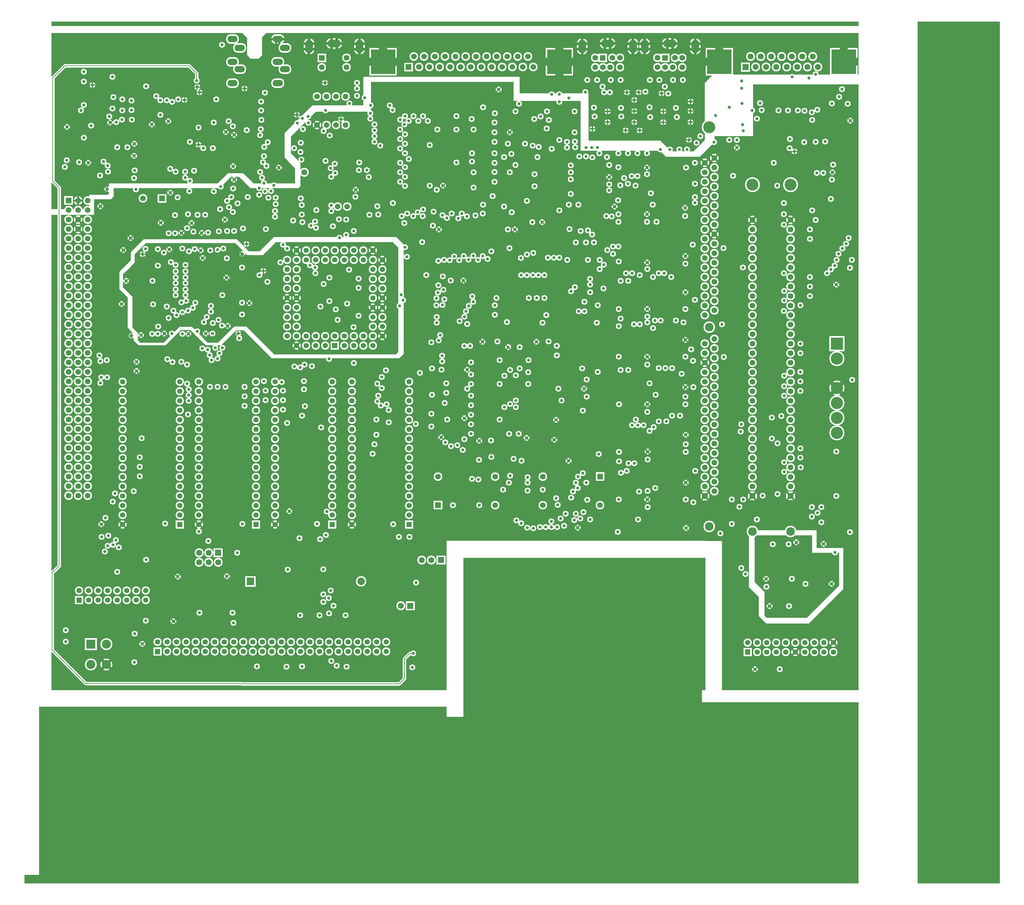
<source format=gbr>
%FSLAX34Y34*%
%MOMM*%
%LNCOPPER_INNER2*%
G71*
G01*
%ADD10C,1.600*%
%ADD11C,2.320*%
%ADD12C,4.000*%
%ADD13C,3.100*%
%ADD14C,4.000*%
%ADD15C,3.100*%
%ADD16C,2.300*%
%ADD17C,2.400*%
%ADD18C,2.320*%
%ADD19C,2.900*%
%ADD20C,2.600*%
%ADD21C,2.200*%
%ADD22C,2.320*%
%ADD23C,4.050*%
%ADD24C,3.200*%
%ADD25C,2.800*%
%ADD26C,0.100*%
%ADD27C,0.950*%
%ADD28C,0.150*%
%ADD29C,0.267*%
%ADD30C,0.507*%
%ADD31C,0.533*%
%ADD32C,2.167*%
%ADD33C,0.700*%
%ADD34C,0.600*%
%ADD35C,0.467*%
%ADD36C,1.083*%
%ADD37C,0.800*%
%ADD38C,0.500*%
%ADD39C,0.667*%
%ADD40C,0.800*%
%ADD41C,1.520*%
%ADD42C,3.200*%
%ADD43C,2.300*%
%ADD44C,3.200*%
%ADD45C,2.300*%
%ADD46C,1.500*%
%ADD47C,1.600*%
%ADD48C,1.520*%
%ADD49C,2.100*%
%ADD50C,1.800*%
%ADD51C,1.400*%
%ADD52C,1.520*%
%ADD53C,3.250*%
%ADD54C,2.400*%
%ADD55C,2.000*%
%LPD*%
G36*
X0Y1000000D02*
X2600000Y1000000D01*
X2600000Y-1300000D01*
X0Y-1300000D01*
X0Y1000000D01*
G37*
%LPC*%
X1098947Y196056D02*
G54D10*
D03*
X1098947Y211534D02*
G54D10*
D03*
X2099072Y757238D02*
G54D10*
D03*
X2010172Y762397D02*
G54D10*
D03*
X150812Y762397D02*
G54D10*
D03*
X285353Y788591D02*
G54D10*
D03*
X293688Y-633412D02*
G54D10*
D03*
X314325Y-660797D02*
G54D10*
D03*
X2038350Y-559991D02*
G54D10*
D03*
X2082403Y-500459D02*
G54D10*
D03*
X1813993Y-88440D02*
G54D11*
D03*
X1813993Y-63040D02*
G54D11*
D03*
X1813993Y-37641D02*
G54D11*
D03*
X1813993Y-12240D02*
G54D11*
D03*
X1813993Y13160D02*
G54D11*
D03*
X1813993Y38560D02*
G54D11*
D03*
X1813993Y63960D02*
G54D11*
D03*
X1813993Y89360D02*
G54D11*
D03*
X1813993Y114760D02*
G54D11*
D03*
X1813993Y140160D02*
G54D11*
D03*
X1813993Y216360D02*
G54D11*
D03*
X1813993Y241760D02*
G54D11*
D03*
X1813993Y267160D02*
G54D11*
D03*
X1813993Y292560D02*
G54D11*
D03*
X1813993Y317960D02*
G54D11*
D03*
X1813993Y343360D02*
G54D11*
D03*
X1813993Y368760D02*
G54D11*
D03*
X1813993Y394160D02*
G54D11*
D03*
X1813993Y419560D02*
G54D11*
D03*
X1813993Y444960D02*
G54D11*
D03*
X1813993Y470360D02*
G54D11*
D03*
X1813993Y495760D02*
G54D11*
D03*
X1813993Y521160D02*
G54D11*
D03*
X1813993Y546560D02*
G54D11*
D03*
X1813993Y571960D02*
G54D11*
D03*
X1813993Y597360D02*
G54D11*
D03*
X1813993Y622760D02*
G54D11*
D03*
X1839393Y-75740D02*
G54D11*
D03*
X1839393Y-50340D02*
G54D11*
D03*
X1839393Y-24940D02*
G54D11*
D03*
X1839393Y460D02*
G54D11*
D03*
X1839393Y25860D02*
G54D11*
D03*
X1839393Y51260D02*
G54D11*
D03*
X1839393Y76660D02*
G54D11*
D03*
X1839393Y102060D02*
G54D11*
D03*
X1839393Y127460D02*
G54D11*
D03*
X1839393Y152860D02*
G54D11*
D03*
X1839393Y229060D02*
G54D11*
D03*
X1839393Y254460D02*
G54D11*
D03*
X1839393Y279860D02*
G54D11*
D03*
X1839393Y305260D02*
G54D11*
D03*
X1839393Y330660D02*
G54D11*
D03*
X1839393Y356060D02*
G54D11*
D03*
X1839393Y381460D02*
G54D11*
D03*
X1839393Y406860D02*
G54D11*
D03*
X1839393Y432260D02*
G54D11*
D03*
X1839393Y457660D02*
G54D11*
D03*
X1839393Y483060D02*
G54D11*
D03*
X1839393Y508460D02*
G54D11*
D03*
X1839393Y533860D02*
G54D11*
D03*
X1839393Y559260D02*
G54D11*
D03*
X1839393Y584660D02*
G54D11*
D03*
X1839393Y610060D02*
G54D11*
D03*
X1839393Y635460D02*
G54D11*
D03*
G36*
X1802393Y-277840D02*
X1802393Y-254640D01*
X1825593Y-254640D01*
X1825593Y-277840D01*
X1802393Y-277840D01*
G37*
X1813993Y-240840D02*
G54D11*
D03*
X1813993Y-215440D02*
G54D11*
D03*
X1813993Y-190040D02*
G54D11*
D03*
X1813993Y-164640D02*
G54D11*
D03*
X1813993Y-139240D02*
G54D11*
D03*
X1813993Y-113840D02*
G54D11*
D03*
X1839393Y-253540D02*
G54D11*
D03*
X1839393Y-228140D02*
G54D11*
D03*
X1839393Y-202740D02*
G54D11*
D03*
X1839393Y-177340D02*
G54D11*
D03*
X1839393Y-151940D02*
G54D11*
D03*
X1839393Y-126540D02*
G54D11*
D03*
X1839393Y-101140D02*
G54D11*
D03*
X1825625Y717550D02*
G54D12*
D03*
X1825625Y184150D02*
G54D13*
D03*
X1825625Y-347662D02*
G54D13*
D03*
G36*
X2030719Y-277506D02*
X2030719Y-254306D01*
X2053919Y-254306D01*
X2053919Y-277506D01*
X2030719Y-277506D01*
G37*
X2042319Y-240506D02*
G54D11*
D03*
X2042319Y-215106D02*
G54D11*
D03*
X2042319Y-189706D02*
G54D11*
D03*
X2042319Y-164306D02*
G54D11*
D03*
X2042319Y-138906D02*
G54D11*
D03*
X2042319Y-113506D02*
G54D11*
D03*
X2042319Y-88106D02*
G54D11*
D03*
X2042319Y-62706D02*
G54D11*
D03*
X2042319Y-37306D02*
G54D11*
D03*
X2042319Y-11906D02*
G54D11*
D03*
X2042319Y13494D02*
G54D11*
D03*
X2042319Y38894D02*
G54D11*
D03*
X2042319Y64294D02*
G54D11*
D03*
X2042319Y89694D02*
G54D11*
D03*
X2042319Y115094D02*
G54D11*
D03*
X2042319Y140494D02*
G54D11*
D03*
X2042319Y165894D02*
G54D11*
D03*
X2042319Y191294D02*
G54D11*
D03*
X2042319Y216694D02*
G54D11*
D03*
X2042319Y242094D02*
G54D11*
D03*
X2042319Y267494D02*
G54D11*
D03*
X2042319Y292894D02*
G54D11*
D03*
X2042319Y318294D02*
G54D11*
D03*
X2042319Y343694D02*
G54D11*
D03*
X2042319Y369094D02*
G54D11*
D03*
X2042319Y394494D02*
G54D11*
D03*
X2042319Y419894D02*
G54D11*
D03*
X2042319Y445294D02*
G54D11*
D03*
X2042319Y470694D02*
G54D11*
D03*
G36*
X1929119Y-277506D02*
X1929119Y-254306D01*
X1952319Y-254306D01*
X1952319Y-277506D01*
X1929119Y-277506D01*
G37*
X1940719Y-240506D02*
G54D11*
D03*
X1940719Y-215106D02*
G54D11*
D03*
X1940719Y-189706D02*
G54D11*
D03*
X1940719Y-164306D02*
G54D11*
D03*
X1940719Y-138906D02*
G54D11*
D03*
X1940719Y-113506D02*
G54D11*
D03*
X1940719Y-88106D02*
G54D11*
D03*
X1940719Y-62706D02*
G54D11*
D03*
X1940719Y-37306D02*
G54D11*
D03*
X1940719Y-11906D02*
G54D11*
D03*
X1940719Y13494D02*
G54D11*
D03*
X1940719Y38894D02*
G54D11*
D03*
X1940719Y64294D02*
G54D11*
D03*
X1940719Y89694D02*
G54D11*
D03*
X1940719Y115094D02*
G54D11*
D03*
X1940719Y140494D02*
G54D11*
D03*
X1940719Y165894D02*
G54D11*
D03*
X1940719Y191294D02*
G54D11*
D03*
X1940719Y216694D02*
G54D11*
D03*
X1940719Y242094D02*
G54D11*
D03*
X1940719Y267494D02*
G54D11*
D03*
X1940719Y292894D02*
G54D11*
D03*
X1940719Y318294D02*
G54D11*
D03*
X1940719Y343694D02*
G54D11*
D03*
X1940719Y369094D02*
G54D11*
D03*
X1940719Y394494D02*
G54D11*
D03*
X1940719Y419894D02*
G54D11*
D03*
X1940719Y445294D02*
G54D11*
D03*
X1940719Y470694D02*
G54D11*
D03*
X1940719Y564356D02*
G54D14*
D03*
X2042319Y564356D02*
G54D14*
D03*
X1940719Y-361156D02*
G54D15*
D03*
X2042319Y-361156D02*
G54D15*
D03*
X834800Y505600D02*
G54D16*
D03*
X860200Y505600D02*
G54D16*
D03*
G36*
X1934364Y866149D02*
X1910364Y866149D01*
X1910364Y890149D01*
X1934364Y890149D01*
X1934364Y866149D01*
G37*
X1949064Y878149D02*
G54D17*
D03*
X1976764Y878149D02*
G54D17*
D03*
X2004464Y878149D02*
G54D17*
D03*
X2032064Y878149D02*
G54D17*
D03*
X2059764Y878149D02*
G54D17*
D03*
X2087464Y878149D02*
G54D17*
D03*
X2115164Y878149D02*
G54D17*
D03*
X1935364Y906549D02*
G54D17*
D03*
X1963064Y906549D02*
G54D17*
D03*
X1990665Y906549D02*
G54D17*
D03*
X2018364Y906549D02*
G54D17*
D03*
X2046064Y906549D02*
G54D17*
D03*
X2073764Y906549D02*
G54D17*
D03*
X2101462Y906549D02*
G54D17*
D03*
G36*
X2147672Y929088D02*
X2220672Y929088D01*
X2220672Y856088D01*
X2147672Y856088D01*
X2147672Y929088D01*
G37*
G36*
X1815884Y929088D02*
X1888884Y929088D01*
X1888884Y856088D01*
X1815884Y856088D01*
X1815884Y929088D01*
G37*
G36*
X1389637Y929088D02*
X1462637Y929088D01*
X1462637Y856088D01*
X1389637Y856088D01*
X1389637Y929088D01*
G37*
G36*
X919741Y929088D02*
X992741Y929088D01*
X992741Y856088D01*
X919741Y856088D01*
X919741Y929088D01*
G37*
G36*
X1035657Y866549D02*
X1012457Y866549D01*
X1012457Y889749D01*
X1035657Y889749D01*
X1035657Y866549D01*
G37*
X1051758Y878149D02*
G54D18*
D03*
X1079358Y878149D02*
G54D18*
D03*
X1107058Y878149D02*
G54D18*
D03*
X1134758Y878149D02*
G54D18*
D03*
X1162458Y878149D02*
G54D18*
D03*
X1190158Y878149D02*
G54D18*
D03*
X1217853Y878149D02*
G54D18*
D03*
X1245554Y878149D02*
G54D18*
D03*
X1273154Y878149D02*
G54D18*
D03*
X1300854Y878149D02*
G54D18*
D03*
X1328554Y878149D02*
G54D18*
D03*
X1356254Y878149D02*
G54D18*
D03*
X1037958Y906549D02*
G54D18*
D03*
X1065658Y906549D02*
G54D18*
D03*
X1094358Y906549D02*
G54D18*
D03*
X1121058Y906549D02*
G54D18*
D03*
X1148758Y906549D02*
G54D18*
D03*
X1176458Y906549D02*
G54D18*
D03*
X1204157Y906549D02*
G54D18*
D03*
X1231754Y906549D02*
G54D18*
D03*
X1259454Y906549D02*
G54D18*
D03*
X1287154Y906549D02*
G54D18*
D03*
X1314854Y906549D02*
G54D18*
D03*
X1342554Y906549D02*
G54D18*
D03*
X1788272Y940120D02*
G54D19*
D03*
X1788272Y939120D02*
G54D19*
D03*
X1788272Y938120D02*
G54D19*
D03*
X1788272Y937120D02*
G54D19*
D03*
X1788272Y936120D02*
G54D19*
D03*
X1788272Y935120D02*
G54D19*
D03*
X1788272Y934120D02*
G54D19*
D03*
X1788272Y933120D02*
G54D19*
D03*
X1788272Y932120D02*
G54D19*
D03*
X1788272Y931120D02*
G54D19*
D03*
X1788272Y930120D02*
G54D19*
D03*
X1788272Y929120D02*
G54D19*
D03*
X1788272Y928120D02*
G54D19*
D03*
X1788272Y927120D02*
G54D19*
D03*
X1788272Y926120D02*
G54D19*
D03*
X1653336Y940120D02*
G54D19*
D03*
X1653336Y939120D02*
G54D19*
D03*
X1653336Y938120D02*
G54D19*
D03*
X1653336Y937120D02*
G54D19*
D03*
X1653336Y936120D02*
G54D19*
D03*
X1653336Y935120D02*
G54D19*
D03*
X1653336Y934120D02*
G54D19*
D03*
X1653336Y933120D02*
G54D19*
D03*
X1653336Y932120D02*
G54D19*
D03*
X1653336Y931120D02*
G54D19*
D03*
X1653336Y930120D02*
G54D19*
D03*
X1653336Y929120D02*
G54D19*
D03*
X1653336Y928120D02*
G54D19*
D03*
X1653336Y927120D02*
G54D19*
D03*
X1653336Y926120D02*
G54D19*
D03*
X1727803Y941057D02*
G54D19*
D03*
X1726804Y941057D02*
G54D19*
D03*
X1725804Y941057D02*
G54D19*
D03*
X1724804Y941057D02*
G54D19*
D03*
X1723804Y941057D02*
G54D19*
D03*
X1722804Y941057D02*
G54D19*
D03*
X1721803Y941057D02*
G54D19*
D03*
X1720803Y941057D02*
G54D19*
D03*
X1719804Y941057D02*
G54D19*
D03*
X1718804Y941057D02*
G54D19*
D03*
X1717804Y941057D02*
G54D19*
D03*
X1716804Y941057D02*
G54D19*
D03*
X1715804Y941057D02*
G54D19*
D03*
X1714803Y941057D02*
G54D19*
D03*
X1713803Y941057D02*
G54D19*
D03*
X1687878Y877763D02*
G54D16*
D03*
X1707878Y877763D02*
G54D16*
D03*
X1727878Y877763D02*
G54D16*
D03*
X1687878Y902763D02*
G54D16*
D03*
G36*
X1696378Y914263D02*
X1719378Y914263D01*
X1719378Y891263D01*
X1696378Y891263D01*
X1696378Y914263D01*
G37*
X1733878Y902763D02*
G54D16*
D03*
X1753878Y902763D02*
G54D16*
D03*
X1753878Y877763D02*
G54D16*
D03*
X1621982Y940120D02*
G54D19*
D03*
X1621982Y939120D02*
G54D19*
D03*
X1621982Y938120D02*
G54D19*
D03*
X1621982Y937120D02*
G54D19*
D03*
X1621982Y936120D02*
G54D19*
D03*
X1621982Y935120D02*
G54D19*
D03*
X1621982Y934120D02*
G54D19*
D03*
X1621982Y933120D02*
G54D19*
D03*
X1621982Y932120D02*
G54D19*
D03*
X1621982Y931120D02*
G54D19*
D03*
X1621982Y930120D02*
G54D19*
D03*
X1621982Y929120D02*
G54D19*
D03*
X1621982Y928120D02*
G54D19*
D03*
X1621982Y927120D02*
G54D19*
D03*
X1621982Y926120D02*
G54D19*
D03*
X1487045Y940120D02*
G54D19*
D03*
X1487045Y939120D02*
G54D19*
D03*
X1487045Y938120D02*
G54D19*
D03*
X1487045Y937120D02*
G54D19*
D03*
X1487045Y936120D02*
G54D19*
D03*
X1487045Y935120D02*
G54D19*
D03*
X1487045Y934120D02*
G54D19*
D03*
X1487045Y933120D02*
G54D19*
D03*
X1487045Y932120D02*
G54D19*
D03*
X1487045Y931120D02*
G54D19*
D03*
X1487045Y930120D02*
G54D19*
D03*
X1487045Y929120D02*
G54D19*
D03*
X1487045Y928120D02*
G54D19*
D03*
X1487045Y927120D02*
G54D19*
D03*
X1487045Y926120D02*
G54D19*
D03*
X1561513Y941057D02*
G54D19*
D03*
X1560514Y941057D02*
G54D19*
D03*
X1559514Y941057D02*
G54D19*
D03*
X1558514Y941057D02*
G54D19*
D03*
X1557514Y941057D02*
G54D19*
D03*
X1556514Y941057D02*
G54D19*
D03*
X1555513Y941057D02*
G54D19*
D03*
X1554513Y941057D02*
G54D19*
D03*
X1553514Y941057D02*
G54D19*
D03*
X1552514Y941057D02*
G54D19*
D03*
X1551514Y941057D02*
G54D19*
D03*
X1550514Y941057D02*
G54D19*
D03*
X1549514Y941057D02*
G54D19*
D03*
X1548513Y941057D02*
G54D19*
D03*
X1547513Y941057D02*
G54D19*
D03*
X1521588Y877763D02*
G54D16*
D03*
X1541588Y877763D02*
G54D16*
D03*
X1561588Y877763D02*
G54D16*
D03*
X1521588Y902763D02*
G54D16*
D03*
G36*
X1530088Y914263D02*
X1553088Y914263D01*
X1553088Y891263D01*
X1530088Y891263D01*
X1530088Y914263D01*
G37*
X1567588Y902763D02*
G54D16*
D03*
X1587588Y902763D02*
G54D16*
D03*
X1587588Y877763D02*
G54D16*
D03*
X893320Y940120D02*
G54D19*
D03*
X893320Y939120D02*
G54D19*
D03*
X893320Y938120D02*
G54D19*
D03*
X893320Y937120D02*
G54D19*
D03*
X893320Y936120D02*
G54D19*
D03*
X893320Y935120D02*
G54D19*
D03*
X893320Y934120D02*
G54D19*
D03*
X893320Y933120D02*
G54D19*
D03*
X893320Y932120D02*
G54D19*
D03*
X893320Y931120D02*
G54D19*
D03*
X893320Y930120D02*
G54D19*
D03*
X893320Y929120D02*
G54D19*
D03*
X893320Y928120D02*
G54D19*
D03*
X893320Y927120D02*
G54D19*
D03*
X893320Y926120D02*
G54D19*
D03*
X758382Y940120D02*
G54D19*
D03*
X758382Y939120D02*
G54D19*
D03*
X758382Y938120D02*
G54D19*
D03*
X758382Y937120D02*
G54D19*
D03*
X758382Y936120D02*
G54D19*
D03*
X758382Y935120D02*
G54D19*
D03*
X758382Y934120D02*
G54D19*
D03*
X758382Y933120D02*
G54D19*
D03*
X758382Y932120D02*
G54D19*
D03*
X758382Y931120D02*
G54D19*
D03*
X758382Y930120D02*
G54D19*
D03*
X758382Y929120D02*
G54D19*
D03*
X758382Y928120D02*
G54D19*
D03*
X758382Y927120D02*
G54D19*
D03*
X758382Y926120D02*
G54D19*
D03*
X832851Y941058D02*
G54D19*
D03*
X831851Y941058D02*
G54D19*
D03*
X830851Y941058D02*
G54D19*
D03*
X829851Y941058D02*
G54D19*
D03*
X828851Y941058D02*
G54D19*
D03*
X827851Y941058D02*
G54D19*
D03*
X826851Y941058D02*
G54D19*
D03*
X825851Y941058D02*
G54D19*
D03*
X824851Y941058D02*
G54D19*
D03*
X823851Y941058D02*
G54D19*
D03*
X822851Y941058D02*
G54D19*
D03*
X821851Y941058D02*
G54D19*
D03*
X820851Y941058D02*
G54D19*
D03*
X819851Y941058D02*
G54D19*
D03*
X818851Y941058D02*
G54D19*
D03*
X792926Y877763D02*
G54D16*
D03*
G36*
X781426Y914263D02*
X804426Y914263D01*
X804426Y891263D01*
X781426Y891263D01*
X781426Y914263D01*
G37*
X858926Y902763D02*
G54D16*
D03*
X858926Y877763D02*
G54D16*
D03*
X670951Y835271D02*
G54D20*
D03*
X671951Y835271D02*
G54D20*
D03*
X672951Y835271D02*
G54D20*
D03*
X673951Y835271D02*
G54D20*
D03*
X674951Y835271D02*
G54D20*
D03*
X675951Y835271D02*
G54D20*
D03*
X676951Y835271D02*
G54D20*
D03*
X677951Y835271D02*
G54D20*
D03*
X678951Y835271D02*
G54D20*
D03*
X679951Y835271D02*
G54D20*
D03*
X690001Y872577D02*
G54D20*
D03*
X691001Y872577D02*
G54D20*
D03*
X692001Y872577D02*
G54D20*
D03*
X693001Y872577D02*
G54D20*
D03*
X694001Y872577D02*
G54D20*
D03*
X695001Y872577D02*
G54D20*
D03*
X696001Y872577D02*
G54D20*
D03*
X697001Y872577D02*
G54D20*
D03*
X698001Y872577D02*
G54D20*
D03*
X699001Y872577D02*
G54D20*
D03*
X670951Y892421D02*
G54D20*
D03*
X671951Y892421D02*
G54D20*
D03*
X672951Y892421D02*
G54D20*
D03*
X673951Y892421D02*
G54D20*
D03*
X674951Y892421D02*
G54D20*
D03*
X675951Y892421D02*
G54D20*
D03*
X676951Y892421D02*
G54D20*
D03*
X677951Y892421D02*
G54D20*
D03*
X678951Y892421D02*
G54D20*
D03*
X679951Y892421D02*
G54D20*
D03*
X690001Y928933D02*
G54D20*
D03*
X691001Y928933D02*
G54D20*
D03*
X692001Y928933D02*
G54D20*
D03*
X693001Y928933D02*
G54D20*
D03*
X694001Y928933D02*
G54D20*
D03*
X695001Y928933D02*
G54D20*
D03*
X696001Y928933D02*
G54D20*
D03*
X697001Y928933D02*
G54D20*
D03*
X698001Y928933D02*
G54D20*
D03*
X699001Y928933D02*
G54D20*
D03*
X670951Y952746D02*
G54D20*
D03*
X671951Y952746D02*
G54D20*
D03*
X672951Y952746D02*
G54D20*
D03*
X673951Y952746D02*
G54D20*
D03*
X674951Y952746D02*
G54D20*
D03*
X675951Y952746D02*
G54D20*
D03*
X676951Y952746D02*
G54D20*
D03*
X677951Y952746D02*
G54D20*
D03*
X678951Y952746D02*
G54D20*
D03*
X679951Y952746D02*
G54D20*
D03*
X550301Y835271D02*
G54D20*
D03*
X551301Y835271D02*
G54D20*
D03*
X552301Y835271D02*
G54D20*
D03*
X553301Y835271D02*
G54D20*
D03*
X554301Y835271D02*
G54D20*
D03*
X555301Y835271D02*
G54D20*
D03*
X556301Y835271D02*
G54D20*
D03*
X557301Y835271D02*
G54D20*
D03*
X558301Y835271D02*
G54D20*
D03*
X559301Y835271D02*
G54D20*
D03*
X569351Y872577D02*
G54D20*
D03*
X570351Y872577D02*
G54D20*
D03*
X571351Y872577D02*
G54D20*
D03*
X572351Y872577D02*
G54D20*
D03*
X573351Y872577D02*
G54D20*
D03*
X574351Y872577D02*
G54D20*
D03*
X575351Y872577D02*
G54D20*
D03*
X576351Y872577D02*
G54D20*
D03*
X577351Y872577D02*
G54D20*
D03*
X578351Y872577D02*
G54D20*
D03*
X550301Y892421D02*
G54D20*
D03*
X551301Y892421D02*
G54D20*
D03*
X552301Y892421D02*
G54D20*
D03*
X553301Y892421D02*
G54D20*
D03*
X554301Y892421D02*
G54D20*
D03*
X555301Y892421D02*
G54D20*
D03*
X556301Y892421D02*
G54D20*
D03*
X557301Y892421D02*
G54D20*
D03*
X558301Y892421D02*
G54D20*
D03*
X559301Y892421D02*
G54D20*
D03*
X569351Y928933D02*
G54D20*
D03*
X570351Y928933D02*
G54D20*
D03*
X571351Y928933D02*
G54D20*
D03*
X572351Y928933D02*
G54D20*
D03*
X573351Y928933D02*
G54D20*
D03*
X574351Y928933D02*
G54D20*
D03*
X575351Y928933D02*
G54D20*
D03*
X576351Y928933D02*
G54D20*
D03*
X577351Y928933D02*
G54D20*
D03*
X578351Y928933D02*
G54D20*
D03*
X550301Y952746D02*
G54D20*
D03*
X551301Y952746D02*
G54D20*
D03*
X552301Y952746D02*
G54D20*
D03*
X553301Y952746D02*
G54D20*
D03*
X554301Y952746D02*
G54D20*
D03*
X555301Y952746D02*
G54D20*
D03*
X556301Y952746D02*
G54D20*
D03*
X557301Y952746D02*
G54D20*
D03*
X558301Y952746D02*
G54D20*
D03*
X559301Y952746D02*
G54D20*
D03*
G36*
X1014472Y-353228D02*
X1014472Y-331228D01*
X1036472Y-331228D01*
X1036472Y-353228D01*
X1014472Y-353228D01*
G37*
X1025472Y-316828D02*
G54D21*
D03*
X1025472Y-291428D02*
G54D21*
D03*
X1025472Y-266028D02*
G54D21*
D03*
X1025472Y-240628D02*
G54D21*
D03*
X1025472Y-215228D02*
G54D21*
D03*
X1025472Y-189828D02*
G54D21*
D03*
X1025472Y-164428D02*
G54D21*
D03*
X1025472Y-139028D02*
G54D21*
D03*
X1025472Y-113628D02*
G54D21*
D03*
X1025472Y-88228D02*
G54D21*
D03*
X1025472Y-62828D02*
G54D21*
D03*
X1025472Y-37428D02*
G54D21*
D03*
X1025472Y-12028D02*
G54D21*
D03*
X1025472Y13372D02*
G54D21*
D03*
X1025472Y38772D02*
G54D21*
D03*
X873072Y38772D02*
G54D21*
D03*
X873072Y13372D02*
G54D21*
D03*
X873072Y-12028D02*
G54D21*
D03*
X873072Y-37428D02*
G54D21*
D03*
X873072Y-62828D02*
G54D21*
D03*
X873072Y-88228D02*
G54D21*
D03*
X873072Y-113628D02*
G54D21*
D03*
X873072Y-139028D02*
G54D21*
D03*
X873072Y-164428D02*
G54D21*
D03*
X873072Y-189828D02*
G54D21*
D03*
X873072Y-215228D02*
G54D21*
D03*
X873072Y-240628D02*
G54D21*
D03*
X873072Y-266028D02*
G54D21*
D03*
X873072Y-291428D02*
G54D21*
D03*
X873072Y-316828D02*
G54D21*
D03*
X873072Y-342228D02*
G54D21*
D03*
G36*
X809685Y-353228D02*
X809685Y-331228D01*
X831685Y-331228D01*
X831685Y-353228D01*
X809685Y-353228D01*
G37*
X820685Y-316828D02*
G54D21*
D03*
X820685Y-291428D02*
G54D21*
D03*
X820685Y-266028D02*
G54D21*
D03*
X820685Y-240628D02*
G54D21*
D03*
X820685Y-215228D02*
G54D21*
D03*
X820685Y-189828D02*
G54D21*
D03*
X820685Y-164428D02*
G54D21*
D03*
X820685Y-139028D02*
G54D21*
D03*
X820685Y-113628D02*
G54D21*
D03*
X820685Y-88228D02*
G54D21*
D03*
X820685Y-62828D02*
G54D21*
D03*
X820685Y-37428D02*
G54D21*
D03*
X820685Y-12028D02*
G54D21*
D03*
X820685Y13372D02*
G54D21*
D03*
X820685Y38772D02*
G54D21*
D03*
X668285Y38772D02*
G54D21*
D03*
X668285Y13372D02*
G54D21*
D03*
X668285Y-12028D02*
G54D21*
D03*
X668285Y-37428D02*
G54D21*
D03*
X668285Y-62828D02*
G54D21*
D03*
X668285Y-88228D02*
G54D21*
D03*
X668285Y-113628D02*
G54D21*
D03*
X668285Y-139028D02*
G54D21*
D03*
X668285Y-164428D02*
G54D21*
D03*
X668285Y-189828D02*
G54D21*
D03*
X668285Y-215228D02*
G54D21*
D03*
X668285Y-240628D02*
G54D21*
D03*
X668285Y-266028D02*
G54D21*
D03*
X668285Y-291428D02*
G54D21*
D03*
X668285Y-316828D02*
G54D21*
D03*
X668285Y-342228D02*
G54D21*
D03*
G36*
X606485Y-353228D02*
X606485Y-331228D01*
X628485Y-331228D01*
X628485Y-353228D01*
X606485Y-353228D01*
G37*
X617485Y-316828D02*
G54D21*
D03*
X617485Y-291428D02*
G54D21*
D03*
X617485Y-266028D02*
G54D21*
D03*
X617485Y-240628D02*
G54D21*
D03*
X617485Y-215228D02*
G54D21*
D03*
X617485Y-189828D02*
G54D21*
D03*
X617485Y-164428D02*
G54D21*
D03*
X617485Y-139028D02*
G54D21*
D03*
X617485Y-113628D02*
G54D21*
D03*
X617485Y-88228D02*
G54D21*
D03*
X617485Y-62828D02*
G54D21*
D03*
X617485Y-37428D02*
G54D21*
D03*
X617485Y-12028D02*
G54D21*
D03*
X617485Y13372D02*
G54D21*
D03*
X617485Y38772D02*
G54D21*
D03*
X465086Y38772D02*
G54D21*
D03*
X465086Y13372D02*
G54D21*
D03*
X465086Y-12028D02*
G54D21*
D03*
X465086Y-37428D02*
G54D21*
D03*
X465086Y-62828D02*
G54D21*
D03*
X465086Y-88228D02*
G54D21*
D03*
X465086Y-113628D02*
G54D21*
D03*
X465086Y-139028D02*
G54D21*
D03*
X465086Y-164428D02*
G54D21*
D03*
X465086Y-189828D02*
G54D21*
D03*
X465086Y-215228D02*
G54D21*
D03*
X465086Y-240628D02*
G54D21*
D03*
X465086Y-266028D02*
G54D21*
D03*
X465086Y-291428D02*
G54D21*
D03*
X465086Y-316828D02*
G54D21*
D03*
X465086Y-342228D02*
G54D21*
D03*
G36*
X403286Y-353228D02*
X403286Y-331228D01*
X425286Y-331228D01*
X425286Y-353228D01*
X403286Y-353228D01*
G37*
X414286Y-316828D02*
G54D21*
D03*
X414286Y-291428D02*
G54D21*
D03*
X414286Y-266028D02*
G54D21*
D03*
X414286Y-240628D02*
G54D21*
D03*
X414286Y-215228D02*
G54D21*
D03*
X414286Y-189828D02*
G54D21*
D03*
X414286Y-164428D02*
G54D21*
D03*
X414286Y-139028D02*
G54D21*
D03*
X414286Y-113628D02*
G54D21*
D03*
X414286Y-88228D02*
G54D21*
D03*
X414286Y-62828D02*
G54D21*
D03*
X414286Y-37428D02*
G54D21*
D03*
X414286Y-12028D02*
G54D21*
D03*
X414286Y13372D02*
G54D21*
D03*
X414286Y38772D02*
G54D21*
D03*
X261886Y38772D02*
G54D21*
D03*
X261886Y13372D02*
G54D21*
D03*
X261886Y-12028D02*
G54D21*
D03*
X261886Y-37428D02*
G54D21*
D03*
X261886Y-62828D02*
G54D21*
D03*
X261886Y-88228D02*
G54D21*
D03*
X261886Y-113628D02*
G54D21*
D03*
X261886Y-139028D02*
G54D21*
D03*
X261886Y-164428D02*
G54D21*
D03*
X261886Y-189828D02*
G54D21*
D03*
X261886Y-215228D02*
G54D21*
D03*
X261886Y-240628D02*
G54D21*
D03*
X261886Y-266028D02*
G54D21*
D03*
X261886Y-291428D02*
G54D21*
D03*
X261886Y-316828D02*
G54D21*
D03*
X261886Y-342228D02*
G54D21*
D03*
X168672Y-214312D02*
G54D22*
D03*
X168672Y-188912D02*
G54D22*
D03*
X168672Y-163512D02*
G54D22*
D03*
X168672Y-138112D02*
G54D22*
D03*
X168672Y-112712D02*
G54D22*
D03*
X168672Y-87312D02*
G54D22*
D03*
X168672Y-61912D02*
G54D22*
D03*
X168672Y-36512D02*
G54D22*
D03*
X168672Y-11112D02*
G54D22*
D03*
X168672Y14288D02*
G54D22*
D03*
X168672Y39688D02*
G54D22*
D03*
X168672Y65088D02*
G54D22*
D03*
X168672Y90488D02*
G54D22*
D03*
X168672Y115888D02*
G54D22*
D03*
X168672Y141288D02*
G54D22*
D03*
X168672Y166688D02*
G54D22*
D03*
X168672Y192088D02*
G54D22*
D03*
X168672Y217488D02*
G54D22*
D03*
X168672Y242888D02*
G54D22*
D03*
X168672Y268288D02*
G54D22*
D03*
X168672Y293688D02*
G54D22*
D03*
X168672Y319088D02*
G54D22*
D03*
X168672Y344488D02*
G54D22*
D03*
X168672Y369888D02*
G54D22*
D03*
X168672Y395288D02*
G54D22*
D03*
X168672Y420688D02*
G54D22*
D03*
X168672Y446088D02*
G54D22*
D03*
X168672Y471488D02*
G54D22*
D03*
X168672Y496888D02*
G54D22*
D03*
X168672Y522288D02*
G54D22*
D03*
X143272Y-214312D02*
G54D22*
D03*
X143272Y-188912D02*
G54D22*
D03*
X143272Y-163512D02*
G54D22*
D03*
X143272Y-138112D02*
G54D22*
D03*
X143272Y-112712D02*
G54D22*
D03*
X143272Y-87312D02*
G54D22*
D03*
X143272Y-61912D02*
G54D22*
D03*
X143272Y-36512D02*
G54D22*
D03*
X143272Y-11112D02*
G54D22*
D03*
X143272Y14288D02*
G54D22*
D03*
X143272Y39688D02*
G54D22*
D03*
X143272Y65088D02*
G54D22*
D03*
X143272Y90488D02*
G54D22*
D03*
X143272Y115888D02*
G54D22*
D03*
X143272Y141288D02*
G54D22*
D03*
X143272Y166688D02*
G54D22*
D03*
X143272Y192088D02*
G54D22*
D03*
X143272Y217488D02*
G54D22*
D03*
X143272Y242888D02*
G54D22*
D03*
X143272Y268288D02*
G54D22*
D03*
X143272Y293688D02*
G54D22*
D03*
X143272Y319088D02*
G54D22*
D03*
X143272Y344488D02*
G54D22*
D03*
X143272Y369888D02*
G54D22*
D03*
X143272Y395288D02*
G54D22*
D03*
X143272Y420688D02*
G54D22*
D03*
X143272Y446088D02*
G54D22*
D03*
X143272Y471488D02*
G54D22*
D03*
X143272Y496888D02*
G54D22*
D03*
X143272Y522288D02*
G54D22*
D03*
X117872Y-214312D02*
G54D22*
D03*
X117872Y-188912D02*
G54D22*
D03*
X117872Y-163512D02*
G54D22*
D03*
X117872Y-138112D02*
G54D22*
D03*
X117872Y-112712D02*
G54D22*
D03*
X117872Y-87312D02*
G54D22*
D03*
X117872Y-61912D02*
G54D22*
D03*
X117872Y-36512D02*
G54D22*
D03*
X117872Y-11112D02*
G54D22*
D03*
X117872Y14288D02*
G54D22*
D03*
X117872Y39688D02*
G54D22*
D03*
X117872Y65088D02*
G54D22*
D03*
X117872Y90488D02*
G54D22*
D03*
X117872Y115888D02*
G54D22*
D03*
X117872Y141288D02*
G54D22*
D03*
X117872Y166688D02*
G54D22*
D03*
X117872Y192088D02*
G54D22*
D03*
X117872Y217488D02*
G54D22*
D03*
X117872Y242888D02*
G54D22*
D03*
X117872Y268288D02*
G54D22*
D03*
X117872Y293688D02*
G54D22*
D03*
X117872Y319088D02*
G54D22*
D03*
X117872Y344488D02*
G54D22*
D03*
X117872Y369888D02*
G54D22*
D03*
X117872Y395288D02*
G54D22*
D03*
X117872Y420688D02*
G54D22*
D03*
X117872Y446088D02*
G54D22*
D03*
X117872Y471488D02*
G54D22*
D03*
X117872Y496888D02*
G54D22*
D03*
G36*
X106272Y510688D02*
X106272Y533888D01*
X129472Y533888D01*
X129472Y510688D01*
X106272Y510688D01*
G37*
X168672Y-265112D02*
G54D22*
D03*
X168672Y-239712D02*
G54D22*
D03*
X143272Y-265112D02*
G54D22*
D03*
X143272Y-239712D02*
G54D22*
D03*
X117872Y-265112D02*
G54D22*
D03*
X117872Y-239712D02*
G54D22*
D03*
G36*
X344092Y-670400D02*
X366092Y-670400D01*
X366092Y-692400D01*
X344092Y-692400D01*
X344092Y-670400D01*
G37*
X355092Y-656000D02*
G54D21*
D03*
X380492Y-681400D02*
G54D21*
D03*
X380492Y-656000D02*
G54D21*
D03*
X405892Y-681400D02*
G54D21*
D03*
X405892Y-656000D02*
G54D21*
D03*
X431292Y-681400D02*
G54D21*
D03*
X431292Y-656000D02*
G54D21*
D03*
X456692Y-681400D02*
G54D21*
D03*
X456692Y-656000D02*
G54D21*
D03*
X482092Y-681400D02*
G54D21*
D03*
X482092Y-656000D02*
G54D21*
D03*
X507491Y-681400D02*
G54D21*
D03*
X507492Y-656000D02*
G54D21*
D03*
X532892Y-681400D02*
G54D21*
D03*
X532892Y-656000D02*
G54D21*
D03*
X558292Y-681400D02*
G54D21*
D03*
X558292Y-656000D02*
G54D21*
D03*
X583692Y-681400D02*
G54D21*
D03*
X583692Y-656000D02*
G54D21*
D03*
X609092Y-681400D02*
G54D21*
D03*
X609092Y-656000D02*
G54D21*
D03*
X634492Y-681400D02*
G54D21*
D03*
X634492Y-656000D02*
G54D21*
D03*
X659892Y-681400D02*
G54D21*
D03*
X659892Y-656000D02*
G54D21*
D03*
X685292Y-681400D02*
G54D21*
D03*
X685292Y-656000D02*
G54D21*
D03*
X710692Y-681400D02*
G54D21*
D03*
X710692Y-656000D02*
G54D21*
D03*
X736092Y-681400D02*
G54D21*
D03*
X736092Y-656000D02*
G54D21*
D03*
X761493Y-681400D02*
G54D21*
D03*
X761493Y-656000D02*
G54D21*
D03*
X786893Y-681400D02*
G54D21*
D03*
X786893Y-656000D02*
G54D21*
D03*
X812293Y-681400D02*
G54D21*
D03*
X812293Y-656000D02*
G54D21*
D03*
X837694Y-681400D02*
G54D21*
D03*
X837694Y-656000D02*
G54D21*
D03*
X863094Y-681400D02*
G54D21*
D03*
X863094Y-656000D02*
G54D21*
D03*
X888494Y-681400D02*
G54D21*
D03*
X888494Y-656000D02*
G54D21*
D03*
X913894Y-681400D02*
G54D21*
D03*
X913894Y-656000D02*
G54D21*
D03*
X939294Y-681400D02*
G54D21*
D03*
X939294Y-656000D02*
G54D21*
D03*
X964694Y-681400D02*
G54D21*
D03*
X964694Y-656000D02*
G54D21*
D03*
G36*
X1916878Y-671298D02*
X1938878Y-671298D01*
X1938878Y-693298D01*
X1916878Y-693298D01*
X1916878Y-671298D01*
G37*
X1927878Y-656898D02*
G54D21*
D03*
X1953278Y-682298D02*
G54D21*
D03*
X1953278Y-656898D02*
G54D21*
D03*
X1978678Y-682298D02*
G54D21*
D03*
X1978678Y-656898D02*
G54D21*
D03*
X2004078Y-682298D02*
G54D21*
D03*
X2004078Y-656898D02*
G54D21*
D03*
X2029478Y-682298D02*
G54D21*
D03*
X2029478Y-656898D02*
G54D21*
D03*
X2054878Y-682298D02*
G54D21*
D03*
X2054878Y-656898D02*
G54D21*
D03*
X2080278Y-682298D02*
G54D21*
D03*
X2080278Y-656898D02*
G54D21*
D03*
X2105678Y-682298D02*
G54D21*
D03*
X2105678Y-656898D02*
G54D21*
D03*
X2131078Y-682298D02*
G54D21*
D03*
X2131078Y-656898D02*
G54D21*
D03*
X2156478Y-682298D02*
G54D21*
D03*
X2156478Y-656898D02*
G54D21*
D03*
G36*
X1122456Y-448960D02*
X1098456Y-448960D01*
X1098456Y-424960D01*
X1122456Y-424960D01*
X1122456Y-448960D01*
G37*
X1085056Y-436960D02*
G54D17*
D03*
X1059656Y-436960D02*
G54D17*
D03*
G36*
X1040700Y-571198D02*
X1016700Y-571198D01*
X1016700Y-547198D01*
X1040700Y-547198D01*
X1040700Y-571198D01*
G37*
X1003300Y-559198D02*
G54D17*
D03*
X2166144Y-97631D02*
G54D23*
D03*
X2166144Y-57944D02*
G54D23*
D03*
X2166144Y-18256D02*
G54D23*
D03*
X2166144Y21431D02*
G54D23*
D03*
X2166144Y100806D02*
G54D23*
D03*
G36*
X2145894Y160744D02*
X2186394Y160744D01*
X2186394Y120244D01*
X2145894Y120244D01*
X2145894Y160744D01*
G37*
G36*
X161402Y-645590D02*
X193402Y-645590D01*
X193402Y-677590D01*
X161402Y-677590D01*
X161402Y-645590D01*
G37*
X218678Y-661590D02*
G54D24*
D03*
X177403Y-715566D02*
G54D24*
D03*
X218678Y-715566D02*
G54D24*
D03*
X780257Y800100D02*
G54D16*
D03*
X805657Y800100D02*
G54D16*
D03*
X831057Y800100D02*
G54D16*
D03*
X856457Y800100D02*
G54D16*
D03*
X780257Y723900D02*
G54D16*
D03*
X805657Y723900D02*
G54D16*
D03*
X831057Y723900D02*
G54D16*
D03*
X856456Y723900D02*
G54D16*
D03*
X1102519Y-214312D02*
G54D16*
D03*
X1254919Y-214312D02*
G54D16*
D03*
X1254920Y-290512D02*
G54D16*
D03*
G36*
X1091019Y-279012D02*
X1114019Y-279012D01*
X1114019Y-302012D01*
X1091019Y-302012D01*
X1091019Y-279012D01*
G37*
X1534716Y-290512D02*
G54D16*
D03*
X1382316Y-290512D02*
G54D16*
D03*
X1382315Y-214312D02*
G54D16*
D03*
G36*
X1546216Y-225812D02*
X1523216Y-225812D01*
X1523216Y-202812D01*
X1546216Y-202812D01*
X1546216Y-225812D01*
G37*
X897731Y-494110D02*
G54D25*
D03*
G36*
X588456Y-480110D02*
X616456Y-480110D01*
X616456Y-508110D01*
X588456Y-508110D01*
X588456Y-480110D01*
G37*
G36*
X378312Y516243D02*
X355112Y516243D01*
X355112Y539443D01*
X378312Y539443D01*
X378312Y516243D01*
G37*
X315912Y527844D02*
G54D11*
D03*
G36*
X528334Y-429512D02*
X504334Y-429512D01*
X504334Y-405512D01*
X528334Y-405512D01*
X528334Y-429512D01*
G37*
X516334Y-442912D02*
G54D17*
D03*
X490934Y-417512D02*
G54D17*
D03*
X490934Y-442912D02*
G54D17*
D03*
X465534Y-417512D02*
G54D17*
D03*
X465534Y-442912D02*
G54D17*
D03*
G36*
X134852Y-533116D02*
X156852Y-533116D01*
X156852Y-555116D01*
X134852Y-555116D01*
X134852Y-533116D01*
G37*
X145852Y-518716D02*
G54D21*
D03*
X171252Y-544116D02*
G54D21*
D03*
X171252Y-518716D02*
G54D21*
D03*
X196652Y-544116D02*
G54D21*
D03*
X196652Y-518716D02*
G54D21*
D03*
X222052Y-544116D02*
G54D21*
D03*
X222052Y-518716D02*
G54D21*
D03*
X247452Y-544116D02*
G54D21*
D03*
X247452Y-518716D02*
G54D21*
D03*
X272852Y-544116D02*
G54D21*
D03*
X272852Y-518716D02*
G54D21*
D03*
X298252Y-544116D02*
G54D21*
D03*
X298252Y-518716D02*
G54D21*
D03*
X323652Y-544116D02*
G54D21*
D03*
X323652Y-518716D02*
G54D21*
D03*
X700088Y363934D02*
G54D21*
D03*
X725488Y363934D02*
G54D21*
D03*
X700088Y338534D02*
G54D21*
D03*
X725488Y338534D02*
G54D21*
D03*
X700088Y313134D02*
G54D21*
D03*
X725488Y313134D02*
G54D21*
D03*
X700088Y287734D02*
G54D21*
D03*
X725488Y287734D02*
G54D21*
D03*
X700088Y262334D02*
G54D21*
D03*
X725488Y262334D02*
G54D21*
D03*
X700088Y236934D02*
G54D21*
D03*
X725488Y236934D02*
G54D21*
D03*
X700088Y211534D02*
G54D21*
D03*
X725488Y211534D02*
G54D21*
D03*
X700088Y186134D02*
G54D21*
D03*
X725488Y186134D02*
G54D21*
D03*
X700088Y160734D02*
G54D21*
D03*
X725488Y160734D02*
G54D21*
D03*
X928688Y363934D02*
G54D21*
D03*
X954088Y363934D02*
G54D21*
D03*
X928688Y338534D02*
G54D21*
D03*
X954088Y338534D02*
G54D21*
D03*
X928688Y313134D02*
G54D21*
D03*
X954088Y313134D02*
G54D21*
D03*
X928688Y287734D02*
G54D21*
D03*
X954088Y287734D02*
G54D21*
D03*
X928688Y262334D02*
G54D21*
D03*
X954088Y262334D02*
G54D21*
D03*
X928688Y236934D02*
G54D21*
D03*
X954088Y236934D02*
G54D21*
D03*
X928688Y211534D02*
G54D21*
D03*
X954088Y211534D02*
G54D21*
D03*
X928688Y186134D02*
G54D21*
D03*
X954088Y186134D02*
G54D21*
D03*
X928688Y160734D02*
G54D21*
D03*
X954088Y160734D02*
G54D21*
D03*
X750888Y363934D02*
G54D21*
D03*
X750888Y389334D02*
G54D21*
D03*
X776288Y363934D02*
G54D21*
D03*
X776288Y389334D02*
G54D21*
D03*
X801688Y363934D02*
G54D21*
D03*
X801688Y389334D02*
G54D21*
D03*
X827088Y363934D02*
G54D21*
D03*
X827088Y389334D02*
G54D21*
D03*
X852488Y363934D02*
G54D21*
D03*
X852488Y389334D02*
G54D21*
D03*
X877888Y363934D02*
G54D21*
D03*
X877888Y389334D02*
G54D21*
D03*
X903288Y363934D02*
G54D21*
D03*
X903288Y389334D02*
G54D21*
D03*
X750888Y135334D02*
G54D21*
D03*
X750888Y160734D02*
G54D21*
D03*
X776288Y135334D02*
G54D21*
D03*
X776288Y160734D02*
G54D21*
D03*
X801688Y135334D02*
G54D21*
D03*
X801688Y160734D02*
G54D21*
D03*
G36*
X816088Y146334D02*
X838088Y146334D01*
X838088Y124334D01*
X816088Y124334D01*
X816088Y146334D01*
G37*
X827088Y160734D02*
G54D21*
D03*
X852488Y135334D02*
G54D21*
D03*
X852487Y160734D02*
G54D21*
D03*
X877887Y135334D02*
G54D21*
D03*
X877887Y160734D02*
G54D21*
D03*
X903288Y135334D02*
G54D21*
D03*
X903288Y160734D02*
G54D21*
D03*
X725488Y389334D02*
G54D21*
D03*
X725488Y135334D02*
G54D21*
D03*
X928688Y135334D02*
G54D21*
D03*
X928688Y389334D02*
G54D21*
D03*
X1965722Y763191D02*
G54D10*
D03*
X1940322Y762794D02*
G54D10*
D03*
X1960959Y782241D02*
G54D10*
D03*
X1953022Y740172D02*
G54D10*
D03*
X1914922Y724694D02*
G54D10*
D03*
X1912938Y781050D02*
G54D10*
D03*
X1878806Y770731D02*
G54D10*
D03*
X1912144Y821531D02*
G54D10*
D03*
X2035969Y762794D02*
G54D10*
D03*
X2061766Y762794D02*
G54D10*
D03*
X2079625Y761603D02*
G54D10*
D03*
X2113360Y763984D02*
G54D10*
D03*
X2099866Y736997D02*
G54D10*
D03*
X2046288Y852488D02*
G54D10*
D03*
X2091134Y848519D02*
G54D10*
D03*
X2108994Y858838D02*
G54D10*
D03*
X2179637Y819150D02*
G54D10*
D03*
X2171700Y799306D02*
G54D10*
D03*
X2194719Y780256D02*
G54D10*
D03*
X2152650Y781447D02*
G54D10*
D03*
X2201465Y735409D02*
G54D10*
D03*
X2052637Y653256D02*
G54D10*
D03*
X2039937Y661591D02*
G54D10*
D03*
X2040334Y686594D02*
G54D10*
D03*
X2108994Y679053D02*
G54D10*
D03*
X2134394Y679847D02*
G54D10*
D03*
X2078831Y678259D02*
G54D10*
D03*
X1916112Y708422D02*
G54D10*
D03*
X1899444Y683816D02*
G54D10*
D03*
X1879203Y683816D02*
G54D10*
D03*
X1899444Y663575D02*
G54D10*
D03*
X1837928Y677862D02*
G54D10*
D03*
X1802209Y694134D02*
G54D10*
D03*
X1791891Y676275D02*
G54D10*
D03*
X1766094Y658416D02*
G54D10*
D03*
X1771650Y684212D02*
G54D10*
D03*
X1775619Y731441D02*
G54D10*
D03*
X1775619Y761206D02*
G54D10*
D03*
X1842691Y748903D02*
G54D10*
D03*
X1912144Y841375D02*
G54D10*
D03*
X1997075Y623094D02*
G54D10*
D03*
X2006600Y561975D02*
G54D10*
D03*
X2024856Y515144D02*
G54D10*
D03*
X2024856Y485775D02*
G54D10*
D03*
X2024856Y457994D02*
G54D10*
D03*
X2094309Y419497D02*
G54D10*
D03*
X2094309Y444897D02*
G54D10*
D03*
X2108994Y470297D02*
G54D10*
D03*
X2100262Y495697D02*
G54D10*
D03*
X2150269Y526256D02*
G54D10*
D03*
X2152650Y578247D02*
G54D10*
D03*
X2112962Y596106D02*
G54D10*
D03*
X2129631Y596106D02*
G54D10*
D03*
X2153840Y597297D02*
G54D10*
D03*
X2155428Y617934D02*
G54D10*
D03*
X2201069Y342900D02*
G54D10*
D03*
X2205831Y363538D02*
G54D10*
D03*
X2197100Y422275D02*
G54D10*
D03*
X2190750Y406797D02*
G54D10*
D03*
X2180431Y394494D02*
G54D10*
D03*
X2170510Y380206D02*
G54D10*
D03*
X2165350Y363538D02*
G54D10*
D03*
X2160190Y348456D02*
G54D10*
D03*
X2149872Y338138D02*
G54D10*
D03*
X2139950Y327819D02*
G54D10*
D03*
X2164160Y297656D02*
G54D10*
D03*
X2093912Y318294D02*
G54D10*
D03*
X2093912Y292497D02*
G54D10*
D03*
X2094309Y267494D02*
G54D10*
D03*
X2068909Y242491D02*
G54D10*
D03*
X2024856Y227409D02*
G54D10*
D03*
X2025253Y255191D02*
G54D10*
D03*
X2025253Y280591D02*
G54D10*
D03*
X2024856Y328216D02*
G54D10*
D03*
X1915319Y343694D02*
G54D10*
D03*
X1889522Y587772D02*
G54D10*
D03*
X1864122Y394891D02*
G54D10*
D03*
X1781969Y404812D02*
G54D10*
D03*
X1787525Y257175D02*
G54D10*
D03*
X1762125Y232172D02*
G54D10*
D03*
X1762125Y277416D02*
G54D10*
D03*
X1859359Y191690D02*
G54D10*
D03*
X1864519Y104775D02*
G54D10*
D03*
X1783159Y24210D02*
G54D10*
D03*
X1782762Y94853D02*
G54D10*
D03*
X1777603Y125412D02*
G54D10*
D03*
X1762522Y105172D02*
G54D10*
D03*
X1762522Y150813D02*
G54D10*
D03*
X1909763Y-94059D02*
G54D10*
D03*
X1910953Y-75010D02*
G54D10*
D03*
X2007394Y-125809D02*
G54D10*
D03*
X1992312Y-112712D02*
G54D10*
D03*
X2068512Y-138906D02*
G54D10*
D03*
X2068909Y-163910D02*
G54D10*
D03*
X1992312Y-57150D02*
G54D10*
D03*
X2017713Y-52387D02*
G54D10*
D03*
X2025253Y1191D02*
G54D10*
D03*
X2068909Y13890D02*
G54D10*
D03*
X2068909Y39290D02*
G54D10*
D03*
X2025253Y26591D02*
G54D10*
D03*
X2025253Y54372D02*
G54D10*
D03*
X2068512Y115094D02*
G54D10*
D03*
X2068512Y140494D02*
G54D10*
D03*
X2025253Y-176609D02*
G54D10*
D03*
X2025253Y-202009D02*
G54D10*
D03*
X2069306Y-189706D02*
G54D10*
D03*
X2164160Y-147240D02*
G54D10*
D03*
X2164556Y-265906D02*
G54D10*
D03*
X2099469Y-321072D02*
G54D10*
D03*
X2114550Y-311150D02*
G54D10*
D03*
X2124869Y-296069D02*
G54D10*
D03*
X2099469Y-295672D02*
G54D10*
D03*
X2124869Y-336550D02*
G54D10*
D03*
X2201069Y-362744D02*
G54D10*
D03*
X2130028Y-394097D02*
G54D10*
D03*
X2160587Y-416719D02*
G54D10*
D03*
X2151856Y-500459D02*
G54D10*
D03*
X1986756Y-559594D02*
G54D10*
D03*
X2045494Y-486966D02*
G54D10*
D03*
X1977628Y-508397D02*
G54D10*
D03*
X1976834Y-487363D02*
G54D10*
D03*
X1922066Y-474662D02*
G54D10*
D03*
X1910953Y-458390D02*
G54D10*
D03*
X2057797Y-390128D02*
G54D10*
D03*
X2037159Y-394891D02*
G54D10*
D03*
X1995091Y-394891D02*
G54D10*
D03*
X1952228Y-328612D02*
G54D10*
D03*
X1906191Y-295275D02*
G54D10*
D03*
X1916112Y-275431D02*
G54D10*
D03*
X1885553Y-275431D02*
G54D10*
D03*
X1967706Y-265510D02*
G54D10*
D03*
X2007394Y-260747D02*
G54D10*
D03*
X1702991Y731044D02*
G54D10*
D03*
X1702991Y760413D02*
G54D10*
D03*
X1640284Y709613D02*
G54D10*
D03*
X1668066Y744934D02*
G54D10*
D03*
X1739503Y744934D02*
G54D10*
D03*
X1736725Y769144D02*
G54D10*
D03*
X1666478Y770731D02*
G54D10*
D03*
X1655366Y812403D02*
G54D10*
D03*
X1637903Y811212D02*
G54D10*
D03*
X1606153Y811212D02*
G54D10*
D03*
X1698625Y808434D02*
G54D10*
D03*
X1716484Y807641D02*
G54D10*
D03*
X1707356Y825897D02*
G54D10*
D03*
X1729184Y843756D02*
G54D10*
D03*
X1755378Y844153D02*
G54D10*
D03*
X1692275Y844153D02*
G54D10*
D03*
X1666875Y844153D02*
G54D10*
D03*
X1775619Y786209D02*
G54D10*
D03*
X1625600Y731441D02*
G54D10*
D03*
X1625600Y760809D02*
G54D10*
D03*
X1625600Y790178D02*
G54D10*
D03*
X1746250Y658416D02*
G54D10*
D03*
X1720850Y658416D02*
G54D10*
D03*
X1695450Y658416D02*
G54D10*
D03*
X1659731Y648097D02*
G54D10*
D03*
X1634331Y648097D02*
G54D10*
D03*
X1608534Y648097D02*
G54D10*
D03*
X1787128Y516334D02*
G54D10*
D03*
X1787128Y531812D02*
G54D10*
D03*
X1787128Y567134D02*
G54D10*
D03*
X1787128Y623094D02*
G54D10*
D03*
X1764109Y610394D02*
G54D10*
D03*
X1761331Y502444D02*
G54D10*
D03*
X1761331Y480616D02*
G54D10*
D03*
X1762125Y374253D02*
G54D10*
D03*
X1761728Y354012D02*
G54D10*
D03*
X1723628Y318294D02*
G54D10*
D03*
X1705769Y328612D02*
G54D10*
D03*
X1690688Y328612D02*
G54D10*
D03*
X1675606Y318294D02*
G54D10*
D03*
X1685131Y465534D02*
G54D10*
D03*
X1659731Y465534D02*
G54D10*
D03*
X1659731Y485775D02*
G54D10*
D03*
X1675209Y511175D02*
G54D10*
D03*
X1669653Y541734D02*
G54D10*
D03*
X1659334Y592534D02*
G54D10*
D03*
X1659334Y610394D02*
G54D10*
D03*
X1634331Y587375D02*
G54D10*
D03*
X1629172Y561975D02*
G54D10*
D03*
X1618853Y587375D02*
G54D10*
D03*
X1608931Y567134D02*
G54D10*
D03*
X1598612Y582216D02*
G54D10*
D03*
X1588691Y562372D02*
G54D10*
D03*
X2068909Y64690D02*
G54D10*
D03*
X1947863Y-728662D02*
G54D10*
D03*
X2013347Y-728662D02*
G54D10*
D03*
X1885950Y-340916D02*
G54D10*
D03*
X1855391Y-366316D02*
G54D10*
D03*
X1783556Y-282972D02*
G54D10*
D03*
X1763316Y-275828D02*
G54D10*
D03*
X1762919Y-230187D02*
G54D10*
D03*
X1788319Y-199231D02*
G54D10*
D03*
X1762919Y-148431D02*
G54D10*
D03*
X1762919Y-127794D02*
G54D10*
D03*
X1762919Y-102791D02*
G54D10*
D03*
X1762522Y-21828D02*
G54D10*
D03*
X1762522Y-1190D02*
G54D10*
D03*
X1762522Y24209D02*
G54D10*
D03*
X1763712Y-351631D02*
G54D10*
D03*
X1635919Y-328612D02*
G54D10*
D03*
X1581547Y-361950D02*
G54D10*
D03*
X1661716Y-295672D02*
G54D10*
D03*
X1660922Y-275431D02*
G54D10*
D03*
X1584722Y-275431D02*
G54D10*
D03*
X1638300Y-254000D02*
G54D10*
D03*
X1661319Y-252810D02*
G54D10*
D03*
X1681559Y-245269D02*
G54D10*
D03*
X1590278Y-204390D02*
G54D10*
D03*
X1605359Y-199231D02*
G54D10*
D03*
X1610519Y-178594D02*
G54D10*
D03*
X1585119Y-173831D02*
G54D10*
D03*
X1625600Y-178990D02*
G54D10*
D03*
X1661319Y-168672D02*
G54D10*
D03*
X1666081Y-92869D02*
G54D10*
D03*
X1677591Y-82550D02*
G54D10*
D03*
X1650603Y-77390D02*
G54D10*
D03*
X1635522Y-77390D02*
G54D10*
D03*
X1620044Y-77390D02*
G54D10*
D03*
X1629966Y-62310D02*
G54D10*
D03*
X1691084Y-67469D02*
G54D10*
D03*
X1711722Y-67469D02*
G54D10*
D03*
X1726803Y-51990D02*
G54D10*
D03*
X1747441Y-51990D02*
G54D10*
D03*
X1660922Y-42069D02*
G54D10*
D03*
X1660922Y-21431D02*
G54D10*
D03*
X1585119Y-21431D02*
G54D10*
D03*
X1682353Y3969D02*
G54D10*
D03*
X1666081Y34528D02*
G54D10*
D03*
X1752203Y59531D02*
G54D10*
D03*
X1726803Y75010D02*
G54D10*
D03*
X1708547Y75010D02*
G54D10*
D03*
X1691084Y75010D02*
G54D10*
D03*
X1660525Y84534D02*
G54D10*
D03*
X1660525Y105172D02*
G54D10*
D03*
X1610122Y69850D02*
G54D10*
D03*
X1589484Y69850D02*
G54D10*
D03*
X1584325Y105172D02*
G54D10*
D03*
X1584325Y186531D02*
G54D10*
D03*
X1589484Y207169D02*
G54D10*
D03*
X1624806Y191690D02*
G54D10*
D03*
X1639888Y191690D02*
G54D10*
D03*
X1660525Y196850D02*
G54D10*
D03*
X1675606Y181769D02*
G54D10*
D03*
X1680766Y202010D02*
G54D10*
D03*
X1695847Y202010D02*
G54D10*
D03*
X1660525Y211931D02*
G54D10*
D03*
X1660525Y232569D02*
G54D10*
D03*
X1737122Y202010D02*
G54D10*
D03*
X1756966Y196850D02*
G54D10*
D03*
X1584325Y232172D02*
G54D10*
D03*
X1589088Y307975D02*
G54D10*
D03*
X1609328Y307975D02*
G54D10*
D03*
X1604169Y328612D02*
G54D10*
D03*
X1619647Y328612D02*
G54D10*
D03*
X1639888Y323453D02*
G54D10*
D03*
X1660525Y338931D02*
G54D10*
D03*
X1660128Y357188D02*
G54D10*
D03*
X1568847Y379809D02*
G54D10*
D03*
X1584325Y359172D02*
G54D10*
D03*
X1553766Y389731D02*
G54D10*
D03*
X1568847Y399653D02*
G54D10*
D03*
X1583531Y399653D02*
G54D10*
D03*
X1583531Y465534D02*
G54D10*
D03*
X1566069Y479425D02*
G54D10*
D03*
X1551384Y480219D02*
G54D10*
D03*
X1583531Y485775D02*
G54D10*
D03*
X1573609Y506413D02*
G54D10*
D03*
X1582341Y522684D02*
G54D10*
D03*
X1558528Y549275D02*
G54D10*
D03*
X1558528Y565547D02*
G54D10*
D03*
X1558528Y584597D02*
G54D10*
D03*
X1558528Y616744D02*
G54D10*
D03*
X1583134Y610791D02*
G54D10*
D03*
X1583531Y648494D02*
G54D10*
D03*
X1553369Y638175D02*
G54D10*
D03*
X1532731Y648097D02*
G54D10*
D03*
X1513681Y636984D02*
G54D10*
D03*
X1497012Y639762D02*
G54D10*
D03*
X1479153Y639366D02*
G54D10*
D03*
X1527572Y663575D02*
G54D10*
D03*
X1512491Y663575D02*
G54D10*
D03*
X1497012Y663575D02*
G54D10*
D03*
X1468041Y664369D02*
G54D10*
D03*
X1467644Y679847D02*
G54D10*
D03*
X1466453Y704056D02*
G54D10*
D03*
X1514078Y713581D02*
G54D10*
D03*
X1554559Y731441D02*
G54D10*
D03*
X1602581Y709613D02*
G54D10*
D03*
X1590675Y746125D02*
G54D10*
D03*
X1589881Y769144D02*
G54D10*
D03*
X1554559Y760016D02*
G54D10*
D03*
X1519634Y746125D02*
G54D10*
D03*
X1518444Y770334D02*
G54D10*
D03*
X1495822Y812006D02*
G54D10*
D03*
X1545431Y810816D02*
G54D10*
D03*
X1560512Y810816D02*
G54D10*
D03*
X1562894Y843756D02*
G54D10*
D03*
X1589484Y843756D02*
G54D10*
D03*
X1541462Y825897D02*
G54D10*
D03*
X1526381Y844153D02*
G54D10*
D03*
X1500584Y843756D02*
G54D10*
D03*
X1466453Y760016D02*
G54D10*
D03*
X1450975Y795734D02*
G54D10*
D03*
X1425575Y806053D02*
G54D10*
D03*
X1405334Y806053D02*
G54D10*
D03*
X1425972Y785812D02*
G54D10*
D03*
X1446212Y663575D02*
G54D10*
D03*
X1446212Y678656D02*
G54D10*
D03*
X1425575Y683816D02*
G54D10*
D03*
X1405334Y660400D02*
G54D10*
D03*
X1456531Y616347D02*
G54D10*
D03*
X1456531Y597694D02*
G54D10*
D03*
X1456531Y578644D02*
G54D10*
D03*
X1456531Y540147D02*
G54D10*
D03*
X1451769Y510778D02*
G54D10*
D03*
X1477169Y511175D02*
G54D10*
D03*
X1425972Y495697D02*
G54D10*
D03*
X2206228Y43656D02*
G54D10*
D03*
X1453356Y445691D02*
G54D10*
D03*
X1482328Y440531D02*
G54D10*
D03*
X1502569Y442912D02*
G54D10*
D03*
X1512888Y431403D02*
G54D10*
D03*
X1470025Y409972D02*
G54D10*
D03*
X1497409Y409972D02*
G54D10*
D03*
X1518047Y409972D02*
G54D10*
D03*
X1502569Y363934D02*
G54D10*
D03*
X1533128Y363934D02*
G54D10*
D03*
X1544638Y351234D02*
G54D10*
D03*
X1533128Y338931D02*
G54D10*
D03*
X1508125Y313134D02*
G54D10*
D03*
X1457325Y279797D02*
G54D10*
D03*
X1467644Y291306D02*
G54D10*
D03*
X1493044Y252412D02*
G54D10*
D03*
X1528366Y242491D02*
G54D10*
D03*
X1508125Y277812D02*
G54D10*
D03*
X1508125Y298053D02*
G54D10*
D03*
X1543447Y287734D02*
G54D10*
D03*
X1477962Y227012D02*
G54D10*
D03*
X1493044Y227012D02*
G54D10*
D03*
X1525984Y196453D02*
G54D10*
D03*
X1391444Y216694D02*
G54D10*
D03*
X1385888Y262334D02*
G54D10*
D03*
X1365647Y262334D02*
G54D10*
D03*
X1345009Y262334D02*
G54D10*
D03*
X1324372Y323453D02*
G54D10*
D03*
X1339850Y323453D02*
G54D10*
D03*
X1355328Y323453D02*
G54D10*
D03*
X1370409Y323453D02*
G54D10*
D03*
X1385888Y323453D02*
G54D10*
D03*
X1447006Y363934D02*
G54D10*
D03*
X1426369Y369491D02*
G54D10*
D03*
X1411288Y369491D02*
G54D10*
D03*
X1395809Y369491D02*
G54D10*
D03*
X1356519Y382191D02*
G54D10*
D03*
X1339850Y378222D02*
G54D10*
D03*
X1323181Y369094D02*
G54D10*
D03*
X1380331Y464344D02*
G54D10*
D03*
X1353741Y464344D02*
G54D10*
D03*
X1307703Y444897D02*
G54D10*
D03*
X1288653Y445294D02*
G54D10*
D03*
X1371203Y664766D02*
G54D10*
D03*
X1367631Y638175D02*
G54D10*
D03*
X1354931Y668338D02*
G54D10*
D03*
X1334294Y673497D02*
G54D10*
D03*
X1392238Y714375D02*
G54D10*
D03*
X1397794Y737394D02*
G54D10*
D03*
X1375966Y746125D02*
G54D10*
D03*
X1359297Y739775D02*
G54D10*
D03*
X1392634Y760016D02*
G54D10*
D03*
X1289050Y673497D02*
G54D10*
D03*
X1278731Y638175D02*
G54D10*
D03*
X1297781Y646509D02*
G54D10*
D03*
X1252934Y648494D02*
G54D10*
D03*
X1252934Y678656D02*
G54D10*
D03*
X1253331Y704056D02*
G54D10*
D03*
X1252934Y730250D02*
G54D10*
D03*
X1253728Y754856D02*
G54D10*
D03*
X1222772Y770731D02*
G54D10*
D03*
X1192212Y739775D02*
G54D10*
D03*
X1197372Y711994D02*
G54D10*
D03*
X1151731Y747316D02*
G54D10*
D03*
X1151731Y711994D02*
G54D10*
D03*
X1100931Y711994D02*
G54D10*
D03*
X1075531Y735012D02*
G54D10*
D03*
X1062434Y747712D02*
G54D10*
D03*
X1050131Y735013D02*
G54D10*
D03*
X1037034Y747316D02*
G54D10*
D03*
X1024334Y735012D02*
G54D10*
D03*
X1014809Y747712D02*
G54D10*
D03*
X1001712Y737791D02*
G54D10*
D03*
X1012428Y725091D02*
G54D10*
D03*
X1002109Y711994D02*
G54D10*
D03*
X1014809Y698897D02*
G54D10*
D03*
X1001712Y686197D02*
G54D10*
D03*
X1014809Y673894D02*
G54D10*
D03*
X1001712Y660797D02*
G54D10*
D03*
X1014412Y648097D02*
G54D10*
D03*
X1080294Y669925D02*
G54D10*
D03*
X1080691Y561975D02*
G54D10*
D03*
X1099344Y550466D02*
G54D10*
D03*
X1197372Y557212D02*
G54D10*
D03*
X1197769Y597694D02*
G54D10*
D03*
X1193403Y625872D02*
G54D10*
D03*
X1151731Y623491D02*
G54D10*
D03*
X1253331Y598091D02*
G54D10*
D03*
X1252934Y623094D02*
G54D10*
D03*
X1024731Y633016D02*
G54D10*
D03*
X1001712Y623094D02*
G54D10*
D03*
X1014809Y610791D02*
G54D10*
D03*
X1001712Y597694D02*
G54D10*
D03*
X1014412Y585391D02*
G54D10*
D03*
X1001712Y572294D02*
G54D10*
D03*
X1014413Y560784D02*
G54D10*
D03*
X1308894Y617141D02*
G54D10*
D03*
X1293812Y597694D02*
G54D10*
D03*
X1253331Y572294D02*
G54D10*
D03*
X1248172Y534194D02*
G54D10*
D03*
X1278731Y506016D02*
G54D10*
D03*
X1222772Y511175D02*
G54D10*
D03*
X1298972Y490934D02*
G54D10*
D03*
X1339850Y521494D02*
G54D10*
D03*
X1360091Y559991D02*
G54D10*
D03*
X1360091Y592534D02*
G54D10*
D03*
X1264444Y818356D02*
G54D10*
D03*
X1221581Y486966D02*
G54D10*
D03*
X1202531Y482203D02*
G54D10*
D03*
X1179909Y479425D02*
G54D10*
D03*
X1166019Y486966D02*
G54D10*
D03*
X1156891Y474266D02*
G54D10*
D03*
X1139031Y487362D02*
G54D10*
D03*
X1126331Y475456D02*
G54D10*
D03*
X1114028Y483394D02*
G54D10*
D03*
X1104900Y445294D02*
G54D10*
D03*
X1089422Y455612D02*
G54D10*
D03*
X1090612Y492125D02*
G54D10*
D03*
X1062038Y481012D02*
G54D10*
D03*
X1062831Y498475D02*
G54D10*
D03*
X1048544Y490934D02*
G54D10*
D03*
X1036241Y481012D02*
G54D10*
D03*
X1020762Y486966D02*
G54D10*
D03*
X1006078Y481012D02*
G54D10*
D03*
X1013222Y461962D02*
G54D10*
D03*
X982662Y515144D02*
G54D10*
D03*
X943372Y484981D02*
G54D10*
D03*
X919956Y483791D02*
G54D10*
D03*
X1234678Y366712D02*
G54D10*
D03*
X1244600Y386953D02*
G54D10*
D03*
X1221581Y374253D02*
G54D10*
D03*
X1208881Y363934D02*
G54D10*
D03*
X1196380Y374452D02*
G54D10*
D03*
X1183481Y364331D02*
G54D10*
D03*
X1170781Y374253D02*
G54D10*
D03*
X1159669Y362744D02*
G54D10*
D03*
X1145778Y373062D02*
G54D10*
D03*
X1134269Y362744D02*
G54D10*
D03*
X1118791Y363934D02*
G54D10*
D03*
X1103709Y361553D02*
G54D10*
D03*
X1115219Y319881D02*
G54D10*
D03*
X1103709Y295672D02*
G54D10*
D03*
X1116806Y284162D02*
G54D10*
D03*
X1102519Y276622D02*
G54D10*
D03*
X1119188Y258762D02*
G54D10*
D03*
X1098550Y261144D02*
G54D10*
D03*
X1098550Y242491D02*
G54D10*
D03*
X1114425Y243681D02*
G54D10*
D03*
X1160066Y200422D02*
G54D10*
D03*
X1180306Y192881D02*
G54D10*
D03*
X1172766Y211931D02*
G54D10*
D03*
X1176734Y227012D02*
G54D10*
D03*
X1184275Y240903D02*
G54D10*
D03*
X1196578Y251619D02*
G54D10*
D03*
X1193800Y266303D02*
G54D10*
D03*
X1254522Y217091D02*
G54D10*
D03*
X1285875Y198040D02*
G54D10*
D03*
X1254125Y242888D02*
G54D10*
D03*
X1258491Y262334D02*
G54D10*
D03*
X1293019Y394891D02*
G54D10*
D03*
X1071166Y323453D02*
G54D10*
D03*
X1060450Y411162D02*
G54D10*
D03*
X1019572Y371872D02*
G54D10*
D03*
X1014412Y397272D02*
G54D10*
D03*
X1009650Y256381D02*
G54D10*
D03*
X1004491Y270669D02*
G54D10*
D03*
X1000522Y241300D02*
G54D10*
D03*
X1108075Y162719D02*
G54D10*
D03*
X1104106Y148431D02*
G54D10*
D03*
X1085056Y143669D02*
G54D10*
D03*
X1113234Y107950D02*
G54D10*
D03*
X1113234Y92472D02*
G54D10*
D03*
X1086644Y74612D02*
G54D10*
D03*
X1112044Y71041D02*
G54D10*
D03*
X1124347Y34131D02*
G54D10*
D03*
X1124347Y8731D02*
G54D10*
D03*
X1086644Y3969D02*
G54D10*
D03*
X1054100Y62310D02*
G54D10*
D03*
X1120378Y-18256D02*
G54D10*
D03*
X1127125Y-62309D02*
G54D10*
D03*
X1085056Y-47228D02*
G54D10*
D03*
X1042988Y-73819D02*
G54D10*
D03*
X1085056Y-80566D02*
G54D10*
D03*
X1110853Y-109141D02*
G54D10*
D03*
X1122362Y-123031D02*
G54D10*
D03*
X1137444Y-132953D02*
G54D10*
D03*
X1154509Y-130572D02*
G54D10*
D03*
X1168400Y-143272D02*
G54D10*
D03*
X1211659Y-169466D02*
G54D10*
D03*
X1173162Y-114300D02*
G54D10*
D03*
X1190625Y-100410D02*
G54D10*
D03*
X1212453Y-119062D02*
G54D10*
D03*
X1244203Y-117872D02*
G54D10*
D03*
X1317625Y-100410D02*
G54D10*
D03*
X1292225Y-100410D02*
G54D10*
D03*
X1266825Y-62310D02*
G54D10*
D03*
X1190625Y-75010D02*
G54D10*
D03*
X1172766Y-58738D02*
G54D10*
D03*
X1190625Y-49610D02*
G54D10*
D03*
X1190625Y-24210D02*
G54D10*
D03*
X1191022Y1190D02*
G54D10*
D03*
X1180306Y20240D02*
G54D10*
D03*
X1190625Y32940D02*
G54D10*
D03*
X1190625Y58340D02*
G54D10*
D03*
X1180306Y70644D02*
G54D10*
D03*
X1190625Y90090D02*
G54D10*
D03*
X1172766Y134144D02*
G54D10*
D03*
X1187847Y134540D02*
G54D10*
D03*
X1220788Y145653D02*
G54D10*
D03*
X1260475Y146447D02*
G54D10*
D03*
X1266428Y96044D02*
G54D10*
D03*
X1294606Y69850D02*
G54D10*
D03*
X1320403Y74612D02*
G54D10*
D03*
X1343819Y96440D02*
G54D10*
D03*
X1343025Y64294D02*
G54D10*
D03*
X1310084Y55960D02*
G54D10*
D03*
X1343422Y32940D02*
G54D10*
D03*
X1279525Y54769D02*
G54D10*
D03*
X1267222Y32940D02*
G54D10*
D03*
X1279525Y-29369D02*
G54D10*
D03*
X1294606Y-20240D02*
G54D10*
D03*
X1309688Y-11510D02*
G54D10*
D03*
X1310084Y-28972D02*
G54D10*
D03*
X1423591Y20241D02*
G54D10*
D03*
X1419622Y109140D02*
G54D10*
D03*
X1419622Y134540D02*
G54D10*
D03*
X1397000Y146447D02*
G54D10*
D03*
X1364853Y145256D02*
G54D10*
D03*
X1487091Y73819D02*
G54D10*
D03*
X1498600Y44450D02*
G54D10*
D03*
X1528762Y64690D02*
G54D10*
D03*
X1492250Y20241D02*
G54D10*
D03*
X1498600Y-1190D02*
G54D10*
D03*
X1488281Y-38100D02*
G54D10*
D03*
X1432322Y-11510D02*
G54D10*
D03*
X1530747Y-154781D02*
G54D10*
D03*
X1488678Y-205581D02*
G54D10*
D03*
X1475978Y-214710D02*
G54D10*
D03*
X1497806Y-230981D02*
G54D10*
D03*
X1469628Y-230981D02*
G54D10*
D03*
X1474788Y-245269D02*
G54D10*
D03*
X1462088Y-254000D02*
G54D10*
D03*
X1456928Y-270272D02*
G54D10*
D03*
X1490266Y-309562D02*
G54D10*
D03*
X1508125Y-328612D02*
G54D10*
D03*
X1481534Y-326231D02*
G54D10*
D03*
X1470025Y-313531D02*
G54D10*
D03*
X1466056Y-330200D02*
G54D10*
D03*
X1438275Y-345678D02*
G54D10*
D03*
X1429147Y-326231D02*
G54D10*
D03*
X1420416Y-349250D02*
G54D10*
D03*
X1404938Y-349250D02*
G54D10*
D03*
X1404938Y-333772D02*
G54D10*
D03*
X1389856Y-349250D02*
G54D10*
D03*
X1374378Y-349250D02*
G54D10*
D03*
X1356916Y-352822D02*
G54D10*
D03*
X1340247Y-350440D02*
G54D10*
D03*
X1324769Y-338931D02*
G54D10*
D03*
X1311672Y-331390D02*
G54D10*
D03*
X1417241Y-271860D02*
G54D10*
D03*
X1381919Y-249238D02*
G54D10*
D03*
X1341041Y-230584D02*
G54D10*
D03*
X1341041Y-216297D02*
G54D10*
D03*
X1295003Y-211931D02*
G54D10*
D03*
X1291034Y-230981D02*
G54D10*
D03*
X1275953Y-249238D02*
G54D10*
D03*
X1325562Y-172244D02*
G54D10*
D03*
X1303734Y-167481D02*
G54D10*
D03*
X1244997Y-162322D02*
G54D10*
D03*
X1443038Y-313531D02*
G54D10*
D03*
X1475184Y-350441D02*
G54D10*
D03*
X1585119Y-148431D02*
G54D10*
D03*
X1381125Y196453D02*
G54D10*
D03*
X1318816Y780653D02*
G54D10*
D03*
X1308894Y760412D02*
G54D10*
D03*
X973931Y775891D02*
G54D10*
D03*
X890732Y289634D02*
G54D10*
D03*
X890984Y313730D02*
G54D10*
D03*
X813197Y316508D02*
G54D10*
D03*
X812998Y254000D02*
G54D10*
D03*
X860425Y246658D02*
G54D10*
D03*
X797719Y299839D02*
G54D10*
D03*
X890984Y214709D02*
G54D10*
D03*
X877094Y184547D02*
G54D10*
D03*
X835025Y203597D02*
G54D10*
D03*
X829866Y231378D02*
G54D10*
D03*
X788988Y239316D02*
G54D10*
D03*
X761206Y349250D02*
G54D10*
D03*
X775097Y343297D02*
G54D10*
D03*
X775494Y327819D02*
G54D10*
D03*
X865188Y337741D02*
G54D10*
D03*
X839788Y423069D02*
G54D10*
D03*
X857647Y430609D02*
G54D10*
D03*
X878284Y440531D02*
G54D10*
D03*
X857845Y470892D02*
G54D10*
D03*
X838597Y472281D02*
G54D10*
D03*
X822325Y453231D02*
G54D10*
D03*
X817959Y494109D02*
G54D10*
D03*
X818356Y509191D02*
G54D10*
D03*
X778669Y496491D02*
G54D10*
D03*
X777478Y449262D02*
G54D10*
D03*
X775097Y465931D02*
G54D10*
D03*
X763984Y455612D02*
G54D10*
D03*
X740966Y464741D02*
G54D10*
D03*
X739576Y485180D02*
G54D10*
D03*
X736997Y528241D02*
G54D10*
D03*
X670322Y529828D02*
G54D10*
D03*
X670322Y513159D02*
G54D10*
D03*
X650478Y529828D02*
G54D10*
D03*
X657622Y547688D02*
G54D10*
D03*
X664766Y562372D02*
G54D10*
D03*
X638572Y568325D02*
G54D10*
D03*
X640953Y546497D02*
G54D10*
D03*
X625475Y537369D02*
G54D10*
D03*
X625674Y555426D02*
G54D10*
D03*
X595709Y531813D02*
G54D10*
D03*
X667941Y494308D02*
G54D10*
D03*
X667941Y479028D02*
G54D10*
D03*
X716756Y468709D02*
G54D10*
D03*
X633412Y583406D02*
G54D10*
D03*
X628253Y598488D02*
G54D10*
D03*
X645120Y613966D02*
G54D10*
D03*
X678458Y609798D02*
G54D10*
D03*
X635794Y624880D02*
G54D10*
D03*
X638572Y640358D02*
G54D10*
D03*
X639167Y665559D02*
G54D10*
D03*
X648692Y678259D02*
G54D10*
D03*
X628055Y696119D02*
G54D10*
D03*
X629841Y712788D02*
G54D10*
D03*
X882055Y532011D02*
G54D10*
D03*
X917575Y584994D02*
G54D10*
D03*
X912614Y603250D02*
G54D10*
D03*
X891976Y603052D02*
G54D10*
D03*
X892175Y623292D02*
G54D10*
D03*
X948333Y668734D02*
G54D10*
D03*
X933053Y679053D02*
G54D10*
D03*
X932855Y694333D02*
G54D10*
D03*
X932855Y709612D02*
G54D10*
D03*
X932855Y725289D02*
G54D10*
D03*
X922536Y740370D02*
G54D10*
D03*
X922536Y755253D02*
G54D10*
D03*
X922734Y775891D02*
G54D10*
D03*
X907256Y796330D02*
G54D10*
D03*
X886817Y801489D02*
G54D10*
D03*
X886817Y821333D02*
G54D10*
D03*
X866378Y781050D02*
G54D10*
D03*
X886817Y836612D02*
G54D10*
D03*
X756444Y746720D02*
G54D10*
D03*
X757436Y729258D02*
G54D10*
D03*
X740767Y741759D02*
G54D10*
D03*
X727075Y728861D02*
G54D10*
D03*
X726678Y750689D02*
G54D10*
D03*
X742355Y712391D02*
G54D10*
D03*
X736997Y675878D02*
G54D10*
D03*
X719336Y661591D02*
G54D10*
D03*
X813594Y695524D02*
G54D10*
D03*
X797917Y707430D02*
G54D10*
D03*
X735608Y651470D02*
G54D10*
D03*
X738188Y631230D02*
G54D10*
D03*
X817959Y585589D02*
G54D10*
D03*
X828278Y595709D02*
G54D10*
D03*
X816570Y608608D02*
G54D10*
D03*
X827286Y620514D02*
G54D10*
D03*
X802878Y628055D02*
G54D10*
D03*
X643533Y446088D02*
G54D10*
D03*
X700088Y394097D02*
G54D10*
D03*
X689769Y404416D02*
G54D10*
D03*
X682426Y357188D02*
G54D10*
D03*
X647502Y305197D02*
G54D10*
D03*
X626864Y322858D02*
G54D10*
D03*
X636984Y334367D02*
G54D10*
D03*
X580033Y343297D02*
G54D10*
D03*
X592336Y405805D02*
G54D10*
D03*
X581025Y380206D02*
G54D10*
D03*
X963811Y69056D02*
G54D10*
D03*
X952302Y51197D02*
G54D10*
D03*
X952698Y21828D02*
G54D10*
D03*
X940991Y33338D02*
G54D10*
D03*
X943570Y1389D02*
G54D10*
D03*
X971550Y-69850D02*
G54D10*
D03*
X971550Y-36512D02*
G54D10*
D03*
X965200Y-21233D02*
G54D10*
D03*
X949920Y-24805D02*
G54D10*
D03*
X940792Y-13494D02*
G54D10*
D03*
X938411Y-61714D02*
G54D10*
D03*
X938411Y-102790D02*
G54D10*
D03*
X933053Y-127794D02*
G54D10*
D03*
X928092Y-153392D02*
G54D10*
D03*
X735409Y-584597D02*
G54D10*
D03*
X786606Y-584597D02*
G54D10*
D03*
X812006Y-579438D02*
G54D10*
D03*
X856456Y-584597D02*
G54D10*
D03*
X824309Y-559197D02*
G54D10*
D03*
X796528Y-548878D02*
G54D10*
D03*
X811609Y-538956D02*
G54D10*
D03*
X816769Y-518716D02*
G54D10*
D03*
X796528Y-528638D02*
G54D10*
D03*
X796528Y-461962D02*
G54D10*
D03*
X788591Y-381397D02*
G54D10*
D03*
X804069Y-369888D02*
G54D10*
D03*
X779859Y-340519D02*
G54D10*
D03*
X806450Y-307578D02*
G54D10*
D03*
X733822Y-378619D02*
G54D10*
D03*
X702469Y-462756D02*
G54D10*
D03*
X323850Y-599281D02*
G54D10*
D03*
X1026716Y-375444D02*
G54D10*
D03*
X998538Y-375444D02*
G54D10*
D03*
X790575Y-83344D02*
G54D10*
D03*
X739775Y-51594D02*
G54D10*
D03*
X700484Y-71834D02*
G54D10*
D03*
X747712Y-26194D02*
G54D10*
D03*
X688975Y-36116D02*
G54D10*
D03*
X688975Y-10716D02*
G54D10*
D03*
X744934Y18256D02*
G54D10*
D03*
X744934Y40084D02*
G54D10*
D03*
X688975Y14684D02*
G54D10*
D03*
X686197Y37703D02*
G54D10*
D03*
X642938Y-10716D02*
G54D10*
D03*
X642938Y14684D02*
G54D10*
D03*
X638969Y40084D02*
G54D10*
D03*
X586581Y25003D02*
G54D10*
D03*
X586581Y-397D02*
G54D10*
D03*
X586780Y-25797D02*
G54D10*
D03*
X436562Y-48816D02*
G54D10*
D03*
X437753Y-11906D02*
G54D10*
D03*
X437753Y3175D02*
G54D10*
D03*
X437753Y18653D02*
G54D10*
D03*
X433784Y33734D02*
G54D10*
D03*
X494903Y25003D02*
G54D10*
D03*
X515144Y25003D02*
G54D10*
D03*
X535781Y25003D02*
G54D10*
D03*
X878284Y88900D02*
G54D10*
D03*
X812403Y99219D02*
G54D10*
D03*
X766366Y80169D02*
G54D10*
D03*
X747316Y84138D02*
G54D10*
D03*
X735012Y76597D02*
G54D10*
D03*
X719534Y78978D02*
G54D10*
D03*
X572294Y154384D02*
G54D10*
D03*
X541734Y187325D02*
G54D10*
D03*
X526653Y188516D02*
G54D10*
D03*
X517525Y203994D02*
G54D10*
D03*
X502444Y195262D02*
G54D10*
D03*
X501253Y167084D02*
G54D10*
D03*
X483394Y167084D02*
G54D10*
D03*
X460772Y173434D02*
G54D10*
D03*
X420687Y166688D02*
G54D10*
D03*
X393303Y167084D02*
G54D10*
D03*
X478234Y197644D02*
G54D10*
D03*
X485775Y211534D02*
G54D10*
D03*
X497284Y225822D02*
G54D10*
D03*
X497284Y240903D02*
G54D10*
D03*
X580231Y249634D02*
G54D10*
D03*
X527447Y269875D02*
G54D10*
D03*
X527844Y128984D02*
G54D10*
D03*
X508794Y128984D02*
G54D10*
D03*
X488553Y123825D02*
G54D10*
D03*
X474662Y127794D02*
G54D10*
D03*
X494110Y109934D02*
G54D10*
D03*
X498872Y96044D02*
G54D10*
D03*
X515144Y100806D02*
G54D10*
D03*
X520303Y114697D02*
G54D10*
D03*
X433784Y84138D02*
G54D10*
D03*
X418703Y92075D02*
G54D10*
D03*
X394494Y90884D02*
G54D10*
D03*
X381000Y98822D02*
G54D10*
D03*
X310753Y163116D02*
G54D10*
D03*
X355600Y166688D02*
G54D10*
D03*
X340519Y166688D02*
G54D10*
D03*
X373063Y167084D02*
G54D10*
D03*
X356394Y186134D02*
G54D10*
D03*
X1209675Y-222250D02*
G54D10*
D03*
X1043781Y-497284D02*
G54D10*
D03*
X1036241Y-685800D02*
G54D10*
D03*
X1033859Y-723106D02*
G54D10*
D03*
X557212Y-604838D02*
G54D10*
D03*
X538956Y316706D02*
G54D10*
D03*
X530225Y394097D02*
G54D10*
D03*
X514747Y390525D02*
G54D10*
D03*
X495697Y389334D02*
G54D10*
D03*
X470297Y388937D02*
G54D10*
D03*
X453628Y392906D02*
G54D10*
D03*
X438547Y386953D02*
G54D10*
D03*
X420687Y394097D02*
G54D10*
D03*
X386159Y391716D02*
G54D10*
D03*
X371674Y383381D02*
G54D10*
D03*
X356195Y392311D02*
G54D10*
D03*
X323056Y393105D02*
G54D10*
D03*
X315317Y379214D02*
G54D10*
D03*
X401240Y482798D02*
G54D10*
D03*
X435967Y485576D02*
G54D10*
D03*
X461367Y484188D02*
G54D10*
D03*
X481608Y484188D02*
G54D10*
D03*
X450255Y438745D02*
G54D10*
D03*
X433388Y448667D02*
G54D10*
D03*
X401637Y434975D02*
G54D10*
D03*
X489545Y436166D02*
G54D10*
D03*
X518517Y440134D02*
G54D10*
D03*
X540544Y441126D02*
G54D10*
D03*
X559395Y441126D02*
G54D10*
D03*
X384969Y435173D02*
G54D10*
D03*
X390525Y357584D02*
G54D10*
D03*
X403026Y349845D02*
G54D10*
D03*
X356195Y348258D02*
G54D10*
D03*
X403026Y333176D02*
G54D10*
D03*
X429816Y333375D02*
G54D10*
D03*
X429617Y349845D02*
G54D10*
D03*
X403026Y316905D02*
G54D10*
D03*
X429816Y316905D02*
G54D10*
D03*
X403225Y301625D02*
G54D10*
D03*
X429816Y301625D02*
G54D10*
D03*
X403026Y284758D02*
G54D10*
D03*
X429816Y284758D02*
G54D10*
D03*
X403225Y269676D02*
G54D10*
D03*
X429816Y269676D02*
G54D10*
D03*
X418306Y250230D02*
G54D10*
D03*
X431006Y254595D02*
G54D10*
D03*
X456010Y249634D02*
G54D10*
D03*
X449064Y235942D02*
G54D10*
D03*
X436364Y228203D02*
G54D10*
D03*
X421084Y224433D02*
G54D10*
D03*
X405805Y216694D02*
G54D10*
D03*
X396875Y228203D02*
G54D10*
D03*
X379214Y239712D02*
G54D10*
D03*
X384969Y208558D02*
G54D10*
D03*
X271066Y307975D02*
G54D10*
D03*
X202406Y93266D02*
G54D10*
D03*
X219075Y96044D02*
G54D10*
D03*
X199628Y108744D02*
G54D10*
D03*
X202605Y35520D02*
G54D10*
D03*
X205184Y50602D02*
G54D10*
D03*
X220464Y50602D02*
G54D10*
D03*
X490538Y-386754D02*
G54D10*
D03*
X464939Y-360958D02*
G54D10*
D03*
X214710Y-414338D02*
G54D10*
D03*
X221655Y-399256D02*
G54D10*
D03*
X236339Y-396478D02*
G54D10*
D03*
X244078Y-383580D02*
G54D10*
D03*
X223639Y-372269D02*
G54D10*
D03*
X251619Y-403622D02*
G54D10*
D03*
X205978Y-375642D02*
G54D10*
D03*
X375047Y-340122D02*
G54D10*
D03*
X580827Y-340320D02*
G54D10*
D03*
X216098Y-324842D02*
G54D10*
D03*
X554831Y-577850D02*
G54D10*
D03*
X466527Y-577850D02*
G54D10*
D03*
X293489Y-710010D02*
G54D10*
D03*
X109934Y-624483D02*
G54D10*
D03*
X110133Y-654645D02*
G54D10*
D03*
X235148Y-280988D02*
G54D10*
D03*
X241498Y-259358D02*
G54D10*
D03*
X291108Y-253206D02*
G54D10*
D03*
X307578Y-213717D02*
G54D10*
D03*
X307578Y-188119D02*
G54D10*
D03*
X307578Y-162719D02*
G54D10*
D03*
X312340Y-112117D02*
G54D10*
D03*
X521494Y499467D02*
G54D10*
D03*
X545703Y504428D02*
G54D10*
D03*
X568325Y514747D02*
G54D10*
D03*
X540147Y521097D02*
G54D10*
D03*
X551656Y531416D02*
G54D10*
D03*
X582414Y447278D02*
G54D10*
D03*
X556816Y554236D02*
G54D10*
D03*
X523478Y559395D02*
G54D10*
D03*
X504825Y546497D02*
G54D10*
D03*
X559395Y578247D02*
G54D10*
D03*
X556617Y613569D02*
G54D10*
D03*
X501848Y661988D02*
G54D10*
D03*
X476845Y661789D02*
G54D10*
D03*
X463748Y670719D02*
G54D10*
D03*
X441325Y678656D02*
G54D10*
D03*
X463947Y716756D02*
G54D10*
D03*
X537369Y705247D02*
G54D10*
D03*
X555625Y720328D02*
G54D10*
D03*
X592534Y710406D02*
G54D10*
D03*
X631825Y736997D02*
G54D10*
D03*
X630634Y762794D02*
G54D10*
D03*
X630634Y786606D02*
G54D10*
D03*
X640953Y809625D02*
G54D10*
D03*
X511969Y791766D02*
G54D10*
D03*
X458788Y842169D02*
G54D10*
D03*
X427038Y790575D02*
G54D10*
D03*
X410369Y791964D02*
G54D10*
D03*
X393700Y785217D02*
G54D10*
D03*
X379810Y789384D02*
G54D10*
D03*
X362545Y789384D02*
G54D10*
D03*
X351631Y800894D02*
G54D10*
D03*
X324247Y826889D02*
G54D10*
D03*
X362347Y751086D02*
G54D10*
D03*
X339527Y725289D02*
G54D10*
D03*
X285948Y738188D02*
G54D10*
D03*
X285750Y763786D02*
G54D10*
D03*
X260747Y791766D02*
G54D10*
D03*
X237331Y798314D02*
G54D10*
D03*
X234752Y767358D02*
G54D10*
D03*
X260747Y762794D02*
G54D10*
D03*
X260350Y738386D02*
G54D10*
D03*
X244872Y730845D02*
G54D10*
D03*
X229195Y730448D02*
G54D10*
D03*
X226020Y746125D02*
G54D10*
D03*
X158155Y776684D02*
G54D10*
D03*
X158155Y839986D02*
G54D10*
D03*
X158155Y865584D02*
G54D10*
D03*
X234752Y852686D02*
G54D10*
D03*
X504428Y730647D02*
G54D10*
D03*
X544512Y733425D02*
G54D10*
D03*
X452636Y601266D02*
G54D10*
D03*
X428625Y599281D02*
G54D10*
D03*
X403026Y598884D02*
G54D10*
D03*
X388739Y606425D02*
G54D10*
D03*
X428228Y583406D02*
G54D10*
D03*
X441126Y574675D02*
G54D10*
D03*
X388739Y542925D02*
G54D10*
D03*
X439738Y547688D02*
G54D10*
D03*
X297458Y551855D02*
G54D10*
D03*
X292497Y582216D02*
G54D10*
D03*
X293886Y602655D02*
G54D10*
D03*
X222448Y598884D02*
G54D10*
D03*
X222052Y615355D02*
G54D10*
D03*
X201811Y588764D02*
G54D10*
D03*
X220861Y552450D02*
G54D10*
D03*
X145852Y624284D02*
G54D10*
D03*
X112514Y629444D02*
G54D10*
D03*
X107752Y611584D02*
G54D10*
D03*
X158353Y689967D02*
G54D10*
D03*
X113705Y718542D02*
G54D10*
D03*
X274638Y664567D02*
G54D10*
D03*
X247650Y664567D02*
G54D10*
D03*
X292497Y641548D02*
G54D10*
D03*
X555625Y491728D02*
G54D10*
D03*
X1142603Y-290910D02*
G54D10*
D03*
X1341041Y-251619D02*
G54D10*
D03*
X832644Y-719138D02*
G54D10*
D03*
X858441Y-721916D02*
G54D10*
D03*
X818356Y-706438D02*
G54D10*
D03*
X739775Y-721122D02*
G54D10*
D03*
X698897Y-721519D02*
G54D10*
D03*
X619919Y-721122D02*
G54D10*
D03*
X580231Y217884D02*
G54D10*
D03*
X981472Y763191D02*
G54D10*
D03*
X1500584Y-276622D02*
G54D10*
D03*
X1294209Y704453D02*
G54D10*
D03*
X801291Y836612D02*
G54D10*
D03*
X802481Y762794D02*
G54D10*
D03*
X586978Y820738D02*
G54D10*
D03*
X739378Y509984D02*
G54D10*
D03*
X211138Y626269D02*
G54D10*
D03*
X170656Y622697D02*
G54D10*
D03*
X178197Y721916D02*
G54D10*
D03*
X292894Y673497D02*
G54D10*
D03*
X408384Y530622D02*
G54D10*
D03*
X1193006Y648097D02*
G54D10*
D03*
X1136650Y308372D02*
G54D10*
D03*
X1170384Y308372D02*
G54D10*
D03*
X445294Y461963D02*
G54D10*
D03*
X1193403Y-220662D02*
G54D10*
D03*
X247650Y-468710D02*
G54D10*
D03*
X324247Y-436562D02*
G54D10*
D03*
X397669Y-600472D02*
G54D10*
D03*
X408781Y-481012D02*
G54D10*
D03*
X539353Y-480616D02*
G54D10*
D03*
X205184Y-341709D02*
G54D10*
D03*
X983456Y-341709D02*
G54D10*
D03*
X706438Y-306784D02*
G54D10*
D03*
X1212453Y-290513D02*
G54D10*
D03*
X1421606Y-290116D02*
G54D10*
D03*
X1661716Y-148034D02*
G54D10*
D03*
X1450578Y-171847D02*
G54D10*
D03*
X1412081Y-116284D02*
G54D10*
D03*
X1339056Y-111125D02*
G54D10*
D03*
X1417241Y-63103D02*
G54D10*
D03*
X1320006Y130572D02*
G54D10*
D03*
X1289447Y130572D02*
G54D10*
D03*
X1116409Y561975D02*
G54D10*
D03*
X940594Y507206D02*
G54D10*
D03*
X883047Y550466D02*
G54D10*
D03*
X534591Y471091D02*
G54D10*
D03*
X181372Y830659D02*
G54D10*
D03*
X383778Y733822D02*
G54D10*
D03*
X202406Y507206D02*
G54D10*
D03*
X341709Y307975D02*
G54D10*
D03*
X283369Y421878D02*
G54D10*
D03*
X263922Y389731D02*
G54D10*
D03*
X363537Y463153D02*
G54D10*
D03*
X418703Y435372D02*
G54D10*
D03*
X472281Y435372D02*
G54D10*
D03*
X539750Y368300D02*
G54D10*
D03*
X475456Y368697D02*
G54D10*
D03*
X343297Y244872D02*
G54D10*
D03*
X259159Y246063D02*
G54D10*
D03*
X285750Y161131D02*
G54D10*
D03*
X437356Y166688D02*
G54D10*
D03*
X299244Y92075D02*
G54D10*
D03*
X299244Y67072D02*
G54D10*
D03*
X569912Y167481D02*
G54D10*
D03*
X599281Y248841D02*
G54D10*
D03*
X558800Y697706D02*
G54D10*
D03*
X467122Y810816D02*
G54D10*
D03*
X460375Y825103D02*
G54D10*
D03*
X844153Y738981D02*
G54D10*
D03*
X745728Y597694D02*
G54D17*
D03*
X567531Y-417512D02*
G54D10*
D03*
X527050Y938212D02*
G54D10*
D03*
G36*
X658812Y101997D02*
X998934Y101997D01*
X1010444Y113506D01*
X1010444Y405606D01*
X990997Y425053D01*
X664766Y425053D01*
X626666Y386953D01*
X597694Y386953D01*
X565944Y418703D01*
X317500Y418703D01*
X283766Y384969D01*
X283766Y363141D01*
X253206Y332581D01*
X253206Y285750D01*
X275034Y263922D01*
X275034Y183356D01*
X291703Y166688D01*
X291703Y148828D01*
X304006Y136525D01*
X375840Y136525D01*
X416719Y177403D01*
X442119Y177403D01*
X482997Y136525D01*
X482997Y137716D01*
X488156Y142875D01*
X516334Y142875D01*
X559197Y185738D01*
X591344Y185738D01*
X665956Y111125D01*
X989806Y111125D01*
X996950Y118269D01*
X996950Y396478D01*
X981075Y412353D01*
X670719Y412353D01*
X635397Y377031D01*
X594122Y377031D01*
X561578Y409575D01*
X323850Y409575D01*
X293290Y379016D01*
X293290Y356791D01*
X261540Y325041D01*
X261540Y290909D01*
X286940Y265509D01*
X286940Y183753D01*
X302022Y168672D01*
X302022Y149622D01*
X308769Y142875D01*
X371078Y142875D01*
X413147Y184944D01*
X446088Y184944D01*
X488156Y142875D01*
X482600Y137319D01*
X482997Y136525D01*
X523875Y136525D01*
X563959Y176610D01*
X584200Y176610D01*
X658812Y101997D01*
G37*
G54D26*
X658812Y101997D02*
X998934Y101997D01*
X1010444Y113506D01*
X1010444Y405606D01*
X990997Y425053D01*
X664766Y425053D01*
X626666Y386953D01*
X597694Y386953D01*
X565944Y418703D01*
X317500Y418703D01*
X283766Y384969D01*
X283766Y363141D01*
X253206Y332581D01*
X253206Y285750D01*
X275034Y263922D01*
X275034Y183356D01*
X291703Y166688D01*
X291703Y148828D01*
X304006Y136525D01*
X375840Y136525D01*
X416719Y177403D01*
X442119Y177403D01*
X482997Y136525D01*
X482997Y137716D01*
X488156Y142875D01*
X516334Y142875D01*
X559197Y185738D01*
X591344Y185738D01*
X665956Y111125D01*
X989806Y111125D01*
X996950Y118269D01*
X996950Y396478D01*
X981075Y412353D01*
X670719Y412353D01*
X635397Y377031D01*
X594122Y377031D01*
X561578Y409575D01*
X323850Y409575D01*
X293290Y379016D01*
X293290Y356791D01*
X261540Y325041D01*
X261540Y290909D01*
X286940Y265509D01*
X286940Y183753D01*
X302022Y168672D01*
X302022Y149622D01*
X308769Y142875D01*
X371078Y142875D01*
X413147Y184944D01*
X446088Y184944D01*
X488156Y142875D01*
X482600Y137319D01*
X482997Y136525D01*
X523875Y136525D01*
X563959Y176610D01*
X584200Y176610D01*
X658812Y101997D01*
G36*
X2090737Y-605631D02*
X2182416Y-513953D01*
X2182416Y-404812D01*
X2110978Y-404812D01*
X2110978Y-357188D01*
X1935162Y-357188D01*
X1931194Y-361156D01*
X1931194Y-509190D01*
X1957388Y-535384D01*
X1957388Y-585788D01*
X1977231Y-605631D01*
X2085975Y-605631D01*
X2085975Y-590947D01*
X1978025Y-590947D01*
X1972072Y-584994D01*
X1972072Y-521890D01*
X1945878Y-495697D01*
X1945878Y-372269D01*
X1947862Y-370284D01*
X2099866Y-370284D01*
X2099866Y-416719D01*
X2171700Y-416719D01*
X2171700Y-505222D01*
X2085975Y-590947D01*
X2085975Y-605631D01*
X2090737Y-605631D01*
G37*
G54D26*
X2090737Y-605631D02*
X2182416Y-513953D01*
X2182416Y-404812D01*
X2110978Y-404812D01*
X2110978Y-357188D01*
X1935162Y-357188D01*
X1931194Y-361156D01*
X1931194Y-509190D01*
X1957388Y-535384D01*
X1957388Y-585788D01*
X1977231Y-605631D01*
X2085975Y-605631D01*
X2085975Y-590947D01*
X1978025Y-590947D01*
X1972072Y-584994D01*
X1972072Y-521890D01*
X1945878Y-495697D01*
X1945878Y-372269D01*
X1947862Y-370284D01*
X2099866Y-370284D01*
X2099866Y-416719D01*
X2171700Y-416719D01*
X2171700Y-505222D01*
X2085975Y-590947D01*
X2085975Y-605631D01*
X2090737Y-605631D01*
G36*
X25797Y499269D02*
X25797Y484981D01*
X184547Y484981D01*
X184547Y526256D01*
X230584Y526256D01*
X237331Y533003D01*
X237331Y555228D01*
X238125Y556022D01*
X520303Y556022D01*
X550466Y586184D01*
X571897Y586184D01*
X602059Y556022D01*
X730250Y556022D01*
X735012Y560784D01*
X735012Y623094D01*
X710009Y648097D01*
X710009Y693341D01*
X776288Y759619D01*
X922338Y759619D01*
X923131Y760412D01*
X923131Y837803D01*
X925116Y839788D01*
X1304131Y839788D01*
X1304131Y788591D01*
X1483122Y788591D01*
X1483122Y656034D01*
X1693466Y656034D01*
X1709738Y639762D01*
X1800622Y639762D01*
X1839516Y678656D01*
X1839516Y694928D01*
X1941909Y694928D01*
X1941909Y832247D01*
X1942306Y832644D01*
X2300684Y832644D01*
X2300684Y858441D01*
X1835547Y858441D01*
X1813719Y836612D01*
X1813719Y683816D01*
X1783159Y653256D01*
X1723231Y653256D01*
X1694259Y682228D01*
X1503362Y682228D01*
X1503362Y806847D01*
X1501775Y808434D01*
X1319609Y808434D01*
X1319212Y808831D01*
X1319212Y851694D01*
X1318816Y852091D01*
X904081Y852091D01*
X903684Y851694D01*
X903684Y776684D01*
X902891Y775891D01*
X767159Y775891D01*
X693341Y702072D01*
X693341Y636984D01*
X721519Y608806D01*
X721519Y570309D01*
X718741Y567531D01*
X610394Y567531D01*
X583009Y594916D01*
X541734Y594916D01*
X514747Y567928D01*
X226219Y567928D01*
X225822Y567531D01*
X225822Y540941D01*
X222250Y537369D01*
X173038Y537369D01*
X172640Y536972D01*
X172640Y504031D01*
X167878Y499269D01*
X25797Y499269D01*
G37*
G54D26*
X25797Y499269D02*
X25797Y484981D01*
X184547Y484981D01*
X184547Y526256D01*
X230584Y526256D01*
X237331Y533003D01*
X237331Y555228D01*
X238125Y556022D01*
X520303Y556022D01*
X550466Y586184D01*
X571897Y586184D01*
X602059Y556022D01*
X730250Y556022D01*
X735012Y560784D01*
X735012Y623094D01*
X710009Y648097D01*
X710009Y693341D01*
X776288Y759619D01*
X922338Y759619D01*
X923131Y760412D01*
X923131Y837803D01*
X925116Y839788D01*
X1304131Y839788D01*
X1304131Y788591D01*
X1483122Y788591D01*
X1483122Y656034D01*
X1693466Y656034D01*
X1709738Y639762D01*
X1800622Y639762D01*
X1839516Y678656D01*
X1839516Y694928D01*
X1941909Y694928D01*
X1941909Y832247D01*
X1942306Y832644D01*
X2300684Y832644D01*
X2300684Y858441D01*
X1835547Y858441D01*
X1813719Y836612D01*
X1813719Y683816D01*
X1783159Y653256D01*
X1723231Y653256D01*
X1694259Y682228D01*
X1503362Y682228D01*
X1503362Y806847D01*
X1501775Y808434D01*
X1319609Y808434D01*
X1319212Y808831D01*
X1319212Y851694D01*
X1318816Y852091D01*
X904081Y852091D01*
X903684Y851694D01*
X903684Y776684D01*
X902891Y775891D01*
X767159Y775891D01*
X693341Y702072D01*
X693341Y636984D01*
X721519Y608806D01*
X721519Y570309D01*
X718741Y567531D01*
X610394Y567531D01*
X583009Y594916D01*
X541734Y594916D01*
X514747Y567928D01*
X226219Y567928D01*
X225822Y567531D01*
X225822Y540941D01*
X222250Y537369D01*
X173038Y537369D01*
X172640Y536972D01*
X172640Y504031D01*
X167878Y499269D01*
X25797Y499269D01*
G36*
X2223690Y1060053D02*
X2380456Y1060053D01*
X2380456Y-1299768D01*
X2223690Y-1299768D01*
X2223690Y1060053D01*
G37*
G54D26*
X2223690Y1060053D02*
X2380456Y1060053D01*
X2380456Y-1299768D01*
X2223690Y-1299768D01*
X2223690Y1060053D01*
G36*
X38497Y999728D02*
X0Y999728D01*
X0Y-1276350D01*
X38497Y-1276350D01*
X38497Y999728D01*
G37*
G54D26*
X38497Y999728D02*
X0Y999728D01*
X0Y-1276350D01*
X38497Y-1276350D01*
X38497Y999728D01*
G54D27*
X1036241Y-685800D02*
X1027509Y-685800D01*
X1012825Y-700484D01*
X1012825Y-753666D01*
X998934Y-767556D01*
X163910Y-766762D01*
X74017Y-676870D01*
X74216Y-471090D01*
X92075Y-453231D01*
X92075Y557212D01*
X75803Y573484D01*
X75803Y850106D01*
X107553Y881856D01*
X438944Y881856D01*
X458788Y862012D01*
X458788Y842169D01*
G36*
X2279650Y-815578D02*
X1806178Y-815578D01*
X1806178Y-784622D01*
X2279650Y-784622D01*
X2279650Y-815578D01*
G37*
G54D26*
X2279650Y-815578D02*
X1806178Y-815578D01*
X1806178Y-784622D01*
X2279650Y-784622D01*
X2279650Y-815578D01*
G36*
X1858566Y-815976D02*
X1815703Y-815976D01*
X1815703Y-386556D01*
X1858566Y-386556D01*
X1858566Y-815976D01*
G37*
G54D26*
X1858566Y-815976D02*
X1815703Y-815976D01*
X1815703Y-386556D01*
X1858566Y-386556D01*
X1858566Y-815976D01*
G36*
X1815703Y-386556D02*
X1138238Y-386556D01*
X1138238Y-430610D01*
X1815703Y-430610D01*
X1815703Y-386556D01*
G37*
G54D28*
X1815703Y-386556D02*
X1138238Y-386556D01*
X1138238Y-430610D01*
X1815703Y-430610D01*
X1815703Y-386556D01*
G36*
X1125934Y-386556D02*
X1169591Y-386556D01*
X1169591Y-854472D01*
X1125934Y-854472D01*
X1125934Y-386556D01*
G37*
G54D28*
X1125934Y-386556D02*
X1169591Y-386556D01*
X1169591Y-854472D01*
X1125934Y-854472D01*
X1125934Y-386556D01*
G36*
X1160067Y-827881D02*
X794Y-827881D01*
X794Y-785019D01*
X1160067Y-785019D01*
X1160067Y-827881D01*
G37*
G54D28*
X1160067Y-827881D02*
X794Y-827881D01*
X794Y-785019D01*
X1160067Y-785019D01*
X1160067Y-827881D01*
G36*
X71438Y435769D02*
X11510Y435769D01*
X11510Y-822721D01*
X71438Y-822721D01*
X71438Y435769D01*
G37*
G54D26*
X71438Y435769D02*
X11510Y435769D01*
X11510Y-822721D01*
X71438Y-822721D01*
X71438Y435769D01*
G36*
X71438Y435769D02*
X0Y435769D01*
X0Y1000125D01*
X71438Y1000125D01*
X71438Y435769D01*
G37*
G54D26*
X71438Y435769D02*
X0Y435769D01*
X0Y1000125D01*
X71438Y1000125D01*
X71438Y435769D01*
G36*
X2291953Y969962D02*
X20240Y969962D01*
X20240Y987425D01*
X2291953Y987425D01*
X2291953Y969962D01*
G37*
G54D26*
X2291953Y969962D02*
X20240Y969962D01*
X20240Y987425D01*
X2291953Y987425D01*
X2291953Y969962D01*
G36*
X582612Y968375D02*
X594519Y956469D01*
X594519Y910431D01*
X603250Y901700D01*
X624284Y901700D01*
X632619Y910034D01*
X632619Y958453D01*
X643511Y969344D01*
X581594Y969391D01*
X582612Y968375D01*
G37*
G54D28*
X582612Y968375D02*
X594519Y956469D01*
X594519Y910431D01*
X603250Y901700D01*
X624284Y901700D01*
X632619Y910034D01*
X632619Y958453D01*
X643511Y969344D01*
X581594Y969391D01*
X582612Y968375D01*
%LPD*%
G54D29*
G36*
X313382Y-659854D02*
X319393Y-653844D01*
X321278Y-655730D01*
X315268Y-661740D01*
X313382Y-659854D01*
G37*
G36*
X315268Y-659854D02*
X321278Y-665864D01*
X319393Y-667750D01*
X313382Y-661740D01*
X315268Y-659854D01*
G37*
G36*
X315268Y-661740D02*
X309257Y-667750D01*
X307372Y-665864D01*
X313382Y-659854D01*
X315268Y-661740D01*
G37*
G36*
X313382Y-661740D02*
X307372Y-655730D01*
X309257Y-653844D01*
X315268Y-659854D01*
X313382Y-661740D01*
G37*
G54D29*
G54D29*
G54D30*
G54D30*
G36*
X1812201Y87568D02*
X1803645Y96124D01*
X1807228Y99707D01*
X1815784Y91151D01*
X1812201Y87568D01*
G37*
G36*
X1812201Y91151D02*
X1820757Y99707D01*
X1824340Y96124D01*
X1815784Y87568D01*
X1812201Y91151D01*
G37*
G36*
X1815784Y91151D02*
X1824340Y82595D01*
X1820757Y79012D01*
X1812201Y87568D01*
X1815784Y91151D01*
G37*
G36*
X1815784Y87568D02*
X1807228Y79012D01*
X1803645Y82595D01*
X1812201Y91151D01*
X1815784Y87568D01*
G37*
G54D30*
G54D30*
G54D30*
G54D30*
G36*
X1812201Y620968D02*
X1803645Y629524D01*
X1807228Y633107D01*
X1815784Y624551D01*
X1812201Y620968D01*
G37*
G36*
X1812201Y624551D02*
X1820757Y633107D01*
X1824340Y629524D01*
X1815784Y620968D01*
X1812201Y624551D01*
G37*
G36*
X1815784Y624551D02*
X1824340Y615995D01*
X1820757Y612412D01*
X1812201Y620968D01*
X1815784Y624551D01*
G37*
G36*
X1815784Y620968D02*
X1807228Y612412D01*
X1803645Y615995D01*
X1812201Y624551D01*
X1815784Y620968D01*
G37*
G54D30*
G54D30*
G36*
X1837601Y430468D02*
X1829045Y439024D01*
X1832628Y442607D01*
X1841184Y434051D01*
X1837601Y430468D01*
G37*
G36*
X1837601Y434051D02*
X1846157Y442607D01*
X1849740Y439024D01*
X1841184Y430468D01*
X1837601Y434051D01*
G37*
G36*
X1841184Y434051D02*
X1849740Y425495D01*
X1846157Y421912D01*
X1837601Y430468D01*
X1841184Y434051D01*
G37*
G36*
X1841184Y430468D02*
X1832628Y421912D01*
X1829045Y425495D01*
X1837601Y434051D01*
X1841184Y430468D01*
G37*
G54D30*
G54D30*
G36*
X1837601Y633668D02*
X1829045Y642224D01*
X1832628Y645807D01*
X1841184Y637251D01*
X1837601Y633668D01*
G37*
G36*
X1837601Y637251D02*
X1846157Y645807D01*
X1849740Y642224D01*
X1841184Y633668D01*
X1837601Y637251D01*
G37*
G36*
X1841184Y637251D02*
X1849740Y628695D01*
X1846157Y625112D01*
X1837601Y633668D01*
X1841184Y637251D01*
G37*
G36*
X1841184Y633668D02*
X1832628Y625112D01*
X1829045Y628695D01*
X1837601Y637251D01*
X1841184Y633668D01*
G37*
G54D30*
G36*
X1812201Y-268032D02*
X1800248Y-256078D01*
X1803830Y-252496D01*
X1815784Y-264449D01*
X1812201Y-268032D01*
G37*
G36*
X1812201Y-264449D02*
X1824155Y-252496D01*
X1827738Y-256078D01*
X1815784Y-268032D01*
X1812201Y-264449D01*
G37*
G36*
X1815784Y-264449D02*
X1827738Y-276403D01*
X1824155Y-279986D01*
X1812201Y-268032D01*
X1815784Y-264449D01*
G37*
G36*
X1815784Y-268032D02*
X1803830Y-279986D01*
X1800248Y-276403D01*
X1812201Y-264449D01*
X1815784Y-268032D01*
G37*
G54D30*
G54D30*
G36*
X2040528Y-267698D02*
X2028574Y-255744D01*
X2032157Y-252161D01*
X2044110Y-264115D01*
X2040528Y-267698D01*
G37*
G36*
X2040528Y-264115D02*
X2052481Y-252161D01*
X2056064Y-255744D01*
X2044110Y-267698D01*
X2040528Y-264115D01*
G37*
G36*
X2044110Y-264115D02*
X2056064Y-276068D01*
X2052481Y-279651D01*
X2040528Y-267698D01*
X2044110Y-264115D01*
G37*
G36*
X2044110Y-267698D02*
X2032157Y-279651D01*
X2028574Y-276068D01*
X2040528Y-264115D01*
X2044110Y-267698D01*
G37*
G54D30*
G54D30*
G54D30*
G36*
X2040528Y468902D02*
X2031972Y477458D01*
X2035554Y481041D01*
X2044110Y472485D01*
X2040528Y468902D01*
G37*
G36*
X2040528Y472485D02*
X2049084Y481041D01*
X2052666Y477458D01*
X2044110Y468902D01*
X2040528Y472485D01*
G37*
G36*
X2044110Y472485D02*
X2052666Y463929D01*
X2049084Y460346D01*
X2040528Y468902D01*
X2044110Y472485D01*
G37*
G36*
X2044110Y468902D02*
X2035554Y460346D01*
X2031972Y463929D01*
X2040528Y472485D01*
X2044110Y468902D01*
G37*
G54D30*
G36*
X1938927Y-267698D02*
X1926974Y-255744D01*
X1930556Y-252161D01*
X1942510Y-264115D01*
X1938927Y-267698D01*
G37*
G36*
X1938927Y-264115D02*
X1950881Y-252161D01*
X1954464Y-255744D01*
X1942510Y-267698D01*
X1938927Y-264115D01*
G37*
G36*
X1942510Y-264115D02*
X1954464Y-276068D01*
X1950881Y-279651D01*
X1938927Y-267698D01*
X1942510Y-264115D01*
G37*
G36*
X1942510Y-267698D02*
X1930556Y-279651D01*
X1926974Y-276068D01*
X1938927Y-264115D01*
X1942510Y-267698D01*
G37*
G54D30*
G54D30*
G54D30*
G36*
X1938927Y468902D02*
X1930371Y477458D01*
X1933954Y481041D01*
X1942510Y472485D01*
X1938927Y468902D01*
G37*
G36*
X1938927Y472485D02*
X1947483Y481041D01*
X1951066Y477458D01*
X1942510Y468902D01*
X1938927Y472485D01*
G37*
G36*
X1942510Y472485D02*
X1951066Y463929D01*
X1947483Y460346D01*
X1938927Y468902D01*
X1942510Y472485D01*
G37*
G36*
X1942510Y468902D02*
X1933954Y460346D01*
X1930371Y463929D01*
X1938927Y472485D01*
X1942510Y468902D01*
G37*
G54D31*
G54D31*
G54D31*
G54D31*
G54D31*
G54D31*
G54D32*
G36*
X2173339Y892588D02*
X2173339Y929588D01*
X2195006Y929588D01*
X2195006Y892588D01*
X2173339Y892588D01*
G37*
G36*
X2184172Y903421D02*
X2221172Y903421D01*
X2221172Y881754D01*
X2184172Y881754D01*
X2184172Y903421D01*
G37*
G54D32*
G36*
X1841551Y892588D02*
X1841551Y929588D01*
X1863218Y929588D01*
X1863218Y892588D01*
X1841551Y892588D01*
G37*
G36*
X1852384Y881754D02*
X1815384Y881754D01*
X1815384Y903421D01*
X1852384Y903421D01*
X1852384Y881754D01*
G37*
G54D32*
G36*
X1415304Y892588D02*
X1415304Y929588D01*
X1436970Y929588D01*
X1436970Y892588D01*
X1415304Y892588D01*
G37*
G36*
X1426137Y903421D02*
X1463137Y903421D01*
X1463137Y881754D01*
X1426137Y881754D01*
X1426137Y903421D01*
G37*
G36*
X1436970Y892588D02*
X1436970Y855588D01*
X1415304Y855588D01*
X1415304Y892588D01*
X1436970Y892588D01*
G37*
G36*
X1426137Y881754D02*
X1389137Y881754D01*
X1389137Y903421D01*
X1426137Y903421D01*
X1426137Y881754D01*
G37*
G54D32*
G36*
X945407Y892588D02*
X945407Y929588D01*
X967074Y929588D01*
X967074Y892588D01*
X945407Y892588D01*
G37*
G36*
X956241Y903421D02*
X993241Y903421D01*
X993241Y881754D01*
X956241Y881754D01*
X956241Y903421D01*
G37*
G36*
X956241Y881754D02*
X919241Y881754D01*
X919241Y903421D01*
X956241Y903421D01*
X956241Y881754D01*
G37*
G54D30*
G54D30*
G54D30*
G54D30*
G54D30*
G54D30*
G54D33*
G36*
X1784772Y940120D02*
X1784772Y955120D01*
X1791772Y955120D01*
X1791772Y940120D01*
X1784772Y940120D01*
G37*
G36*
X1788272Y943620D02*
X1803272Y943620D01*
X1803272Y936620D01*
X1788272Y936620D01*
X1788272Y943620D01*
G37*
G36*
X1791772Y940120D02*
X1791772Y925120D01*
X1784772Y925120D01*
X1784772Y940120D01*
X1791772Y940120D01*
G37*
G36*
X1788272Y936620D02*
X1773272Y936620D01*
X1773272Y943620D01*
X1788272Y943620D01*
X1788272Y936620D01*
G37*
G54D33*
G36*
X1784772Y926120D02*
X1784772Y941120D01*
X1791772Y941120D01*
X1791772Y926120D01*
X1784772Y926120D01*
G37*
G36*
X1788272Y929620D02*
X1803272Y929620D01*
X1803272Y922620D01*
X1788272Y922620D01*
X1788272Y929620D01*
G37*
G36*
X1791772Y926120D02*
X1791772Y911120D01*
X1784772Y911120D01*
X1784772Y926120D01*
X1791772Y926120D01*
G37*
G36*
X1788272Y922620D02*
X1773272Y922620D01*
X1773272Y929620D01*
X1788272Y929620D01*
X1788272Y922620D01*
G37*
G54D33*
G36*
X1649836Y940120D02*
X1649836Y955120D01*
X1656836Y955120D01*
X1656836Y940120D01*
X1649836Y940120D01*
G37*
G36*
X1653336Y943620D02*
X1668336Y943620D01*
X1668336Y936620D01*
X1653336Y936620D01*
X1653336Y943620D01*
G37*
G36*
X1656836Y940120D02*
X1656836Y925120D01*
X1649836Y925120D01*
X1649836Y940120D01*
X1656836Y940120D01*
G37*
G36*
X1653336Y936620D02*
X1638336Y936620D01*
X1638336Y943620D01*
X1653336Y943620D01*
X1653336Y936620D01*
G37*
G54D33*
G36*
X1649836Y926120D02*
X1649836Y941120D01*
X1656836Y941120D01*
X1656836Y926120D01*
X1649836Y926120D01*
G37*
G36*
X1653336Y929620D02*
X1668336Y929620D01*
X1668336Y922620D01*
X1653336Y922620D01*
X1653336Y929620D01*
G37*
G36*
X1656836Y926120D02*
X1656836Y911120D01*
X1649836Y911120D01*
X1649836Y926120D01*
X1656836Y926120D01*
G37*
G36*
X1653336Y922620D02*
X1638336Y922620D01*
X1638336Y929620D01*
X1653336Y929620D01*
X1653336Y922620D01*
G37*
G54D33*
G36*
X1727803Y944557D02*
X1742803Y944557D01*
X1742803Y937557D01*
X1727803Y937557D01*
X1727803Y944557D01*
G37*
G36*
X1731303Y941057D02*
X1731303Y926057D01*
X1724303Y926057D01*
X1724303Y941057D01*
X1731303Y941057D01*
G37*
G36*
X1727803Y937557D02*
X1712803Y937557D01*
X1712803Y944557D01*
X1727803Y944557D01*
X1727803Y937557D01*
G37*
G36*
X1724303Y941057D02*
X1724303Y956057D01*
X1731303Y956057D01*
X1731303Y941057D01*
X1724303Y941057D01*
G37*
G54D33*
G36*
X1713803Y944557D02*
X1728803Y944557D01*
X1728803Y937557D01*
X1713803Y937557D01*
X1713803Y944557D01*
G37*
G36*
X1717303Y941057D02*
X1717303Y926057D01*
X1710303Y926057D01*
X1710303Y941057D01*
X1717303Y941057D01*
G37*
G36*
X1713803Y937557D02*
X1698803Y937557D01*
X1698803Y944557D01*
X1713803Y944557D01*
X1713803Y937557D01*
G37*
G36*
X1710303Y941057D02*
X1710303Y956057D01*
X1717303Y956057D01*
X1717303Y941057D01*
X1710303Y941057D01*
G37*
G54D33*
G36*
X1618482Y940120D02*
X1618482Y955120D01*
X1625482Y955120D01*
X1625482Y940120D01*
X1618482Y940120D01*
G37*
G36*
X1621982Y943620D02*
X1636982Y943620D01*
X1636982Y936620D01*
X1621982Y936620D01*
X1621982Y943620D01*
G37*
G36*
X1625482Y940120D02*
X1625482Y925120D01*
X1618482Y925120D01*
X1618482Y940120D01*
X1625482Y940120D01*
G37*
G36*
X1621982Y936620D02*
X1606982Y936620D01*
X1606982Y943620D01*
X1621982Y943620D01*
X1621982Y936620D01*
G37*
G54D33*
G36*
X1618482Y926120D02*
X1618482Y941120D01*
X1625482Y941120D01*
X1625482Y926120D01*
X1618482Y926120D01*
G37*
G36*
X1621982Y929620D02*
X1636982Y929620D01*
X1636982Y922620D01*
X1621982Y922620D01*
X1621982Y929620D01*
G37*
G36*
X1625482Y926120D02*
X1625482Y911120D01*
X1618482Y911120D01*
X1618482Y926120D01*
X1625482Y926120D01*
G37*
G36*
X1621982Y922620D02*
X1606982Y922620D01*
X1606982Y929620D01*
X1621982Y929620D01*
X1621982Y922620D01*
G37*
G54D33*
G36*
X1483545Y940120D02*
X1483545Y955120D01*
X1490545Y955120D01*
X1490545Y940120D01*
X1483545Y940120D01*
G37*
G36*
X1487045Y943620D02*
X1502045Y943620D01*
X1502045Y936620D01*
X1487045Y936620D01*
X1487045Y943620D01*
G37*
G36*
X1490545Y940120D02*
X1490545Y925120D01*
X1483545Y925120D01*
X1483545Y940120D01*
X1490545Y940120D01*
G37*
G36*
X1487045Y936620D02*
X1472045Y936620D01*
X1472045Y943620D01*
X1487045Y943620D01*
X1487045Y936620D01*
G37*
G54D33*
G36*
X1483545Y926120D02*
X1483545Y941120D01*
X1490545Y941120D01*
X1490545Y926120D01*
X1483545Y926120D01*
G37*
G36*
X1487045Y929620D02*
X1502045Y929620D01*
X1502045Y922620D01*
X1487045Y922620D01*
X1487045Y929620D01*
G37*
G36*
X1490545Y926120D02*
X1490545Y911120D01*
X1483545Y911120D01*
X1483545Y926120D01*
X1490545Y926120D01*
G37*
G36*
X1487045Y922620D02*
X1472045Y922620D01*
X1472045Y929620D01*
X1487045Y929620D01*
X1487045Y922620D01*
G37*
G54D33*
G36*
X1561513Y944557D02*
X1576513Y944557D01*
X1576513Y937557D01*
X1561513Y937557D01*
X1561513Y944557D01*
G37*
G36*
X1565013Y941057D02*
X1565013Y926057D01*
X1558013Y926057D01*
X1558013Y941057D01*
X1565013Y941057D01*
G37*
G36*
X1561513Y937557D02*
X1546513Y937557D01*
X1546513Y944557D01*
X1561513Y944557D01*
X1561513Y937557D01*
G37*
G36*
X1558013Y941057D02*
X1558013Y956057D01*
X1565013Y956057D01*
X1565013Y941057D01*
X1558013Y941057D01*
G37*
G54D33*
G36*
X1547513Y944557D02*
X1562513Y944557D01*
X1562513Y937557D01*
X1547513Y937557D01*
X1547513Y944557D01*
G37*
G36*
X1551013Y941057D02*
X1551013Y926057D01*
X1544013Y926057D01*
X1544013Y941057D01*
X1551013Y941057D01*
G37*
G36*
X1547513Y937557D02*
X1532513Y937557D01*
X1532513Y944557D01*
X1547513Y944557D01*
X1547513Y937557D01*
G37*
G36*
X1544013Y941057D02*
X1544013Y956057D01*
X1551013Y956057D01*
X1551013Y941057D01*
X1544013Y941057D01*
G37*
G54D33*
G36*
X889820Y940120D02*
X889820Y955120D01*
X896820Y955120D01*
X896820Y940120D01*
X889820Y940120D01*
G37*
G36*
X893320Y943620D02*
X908320Y943620D01*
X908320Y936620D01*
X893320Y936620D01*
X893320Y943620D01*
G37*
G36*
X896820Y940120D02*
X896820Y925120D01*
X889820Y925120D01*
X889820Y940120D01*
X896820Y940120D01*
G37*
G36*
X893320Y936620D02*
X878320Y936620D01*
X878320Y943620D01*
X893320Y943620D01*
X893320Y936620D01*
G37*
G54D33*
G36*
X889820Y926120D02*
X889820Y941120D01*
X896820Y941120D01*
X896820Y926120D01*
X889820Y926120D01*
G37*
G36*
X893320Y929620D02*
X908320Y929620D01*
X908320Y922620D01*
X893320Y922620D01*
X893320Y929620D01*
G37*
G36*
X896820Y926120D02*
X896820Y911120D01*
X889820Y911120D01*
X889820Y926120D01*
X896820Y926120D01*
G37*
G36*
X893320Y922620D02*
X878320Y922620D01*
X878320Y929620D01*
X893320Y929620D01*
X893320Y922620D01*
G37*
G54D33*
G36*
X754882Y940120D02*
X754882Y955120D01*
X761882Y955120D01*
X761882Y940120D01*
X754882Y940120D01*
G37*
G36*
X758382Y943620D02*
X773382Y943620D01*
X773382Y936620D01*
X758382Y936620D01*
X758382Y943620D01*
G37*
G36*
X761882Y940120D02*
X761882Y925120D01*
X754882Y925120D01*
X754882Y940120D01*
X761882Y940120D01*
G37*
G36*
X758382Y936620D02*
X743382Y936620D01*
X743382Y943620D01*
X758382Y943620D01*
X758382Y936620D01*
G37*
G54D33*
G36*
X754882Y926120D02*
X754882Y941120D01*
X761882Y941120D01*
X761882Y926120D01*
X754882Y926120D01*
G37*
G36*
X758382Y929620D02*
X773382Y929620D01*
X773382Y922620D01*
X758382Y922620D01*
X758382Y929620D01*
G37*
G36*
X761882Y926120D02*
X761882Y911120D01*
X754882Y911120D01*
X754882Y926120D01*
X761882Y926120D01*
G37*
G36*
X758382Y922620D02*
X743382Y922620D01*
X743382Y929620D01*
X758382Y929620D01*
X758382Y922620D01*
G37*
G54D33*
G36*
X832851Y944558D02*
X847851Y944558D01*
X847851Y937558D01*
X832851Y937558D01*
X832851Y944558D01*
G37*
G36*
X836351Y941058D02*
X836351Y926058D01*
X829351Y926058D01*
X829351Y941058D01*
X836351Y941058D01*
G37*
G36*
X832851Y937558D02*
X817851Y937558D01*
X817851Y944558D01*
X832851Y944558D01*
X832851Y937558D01*
G37*
G36*
X829351Y941058D02*
X829351Y956058D01*
X836351Y956058D01*
X836351Y941058D01*
X829351Y941058D01*
G37*
G54D33*
G36*
X818851Y944558D02*
X833851Y944558D01*
X833851Y937558D01*
X818851Y937558D01*
X818851Y944558D01*
G37*
G36*
X822351Y941058D02*
X822351Y926058D01*
X815351Y926058D01*
X815351Y941058D01*
X822351Y941058D01*
G37*
G36*
X818851Y937558D02*
X803851Y937558D01*
X803851Y944558D01*
X818851Y944558D01*
X818851Y937558D01*
G37*
G36*
X815351Y941058D02*
X815351Y956058D01*
X822351Y956058D01*
X822351Y941058D01*
X815351Y941058D01*
G37*
G54D34*
G36*
X673951Y952746D02*
X673951Y939246D01*
X667951Y939246D01*
X667951Y952746D01*
X673951Y952746D01*
G37*
G36*
X670951Y949746D02*
X657451Y949746D01*
X657451Y955746D01*
X670951Y955746D01*
X670951Y949746D01*
G37*
G54D34*
G36*
X679951Y955746D02*
X693451Y955746D01*
X693451Y949746D01*
X679951Y949746D01*
X679951Y955746D01*
G37*
G36*
X682951Y952746D02*
X682951Y939246D01*
X676951Y939246D01*
X676951Y952746D01*
X682951Y952746D01*
G37*
G54D35*
G54D35*
G36*
X871422Y-343878D02*
X863291Y-335747D01*
X866590Y-332447D01*
X874722Y-340578D01*
X871422Y-343878D01*
G37*
G36*
X871422Y-340578D02*
X879554Y-332447D01*
X882854Y-335747D01*
X874722Y-343878D01*
X871422Y-340578D01*
G37*
G36*
X874722Y-340578D02*
X882854Y-348710D01*
X879554Y-352010D01*
X871422Y-343878D01*
X874722Y-340578D01*
G37*
G36*
X874722Y-343878D02*
X866590Y-352010D01*
X863291Y-348710D01*
X871422Y-340578D01*
X874722Y-343878D01*
G37*
G54D35*
G54D35*
G36*
X666635Y-343878D02*
X658504Y-335747D01*
X661803Y-332447D01*
X669935Y-340578D01*
X666635Y-343878D01*
G37*
G36*
X666635Y-340578D02*
X674767Y-332447D01*
X678067Y-335747D01*
X669935Y-343878D01*
X666635Y-340578D01*
G37*
G36*
X669935Y-340578D02*
X678067Y-348710D01*
X674767Y-352010D01*
X666635Y-343878D01*
X669935Y-340578D01*
G37*
G36*
X669935Y-343878D02*
X661803Y-352010D01*
X658504Y-348710D01*
X666635Y-340578D01*
X669935Y-343878D01*
G37*
G54D35*
G54D35*
G36*
X463436Y-343878D02*
X455304Y-335747D01*
X458604Y-332447D01*
X466735Y-340578D01*
X463436Y-343878D01*
G37*
G36*
X463436Y-340578D02*
X471567Y-332447D01*
X474867Y-335747D01*
X466735Y-343878D01*
X463436Y-340578D01*
G37*
G36*
X466735Y-340578D02*
X474867Y-348710D01*
X471567Y-352010D01*
X463436Y-343878D01*
X466735Y-340578D01*
G37*
G36*
X466735Y-343878D02*
X458604Y-352010D01*
X455304Y-348710D01*
X463436Y-340578D01*
X466735Y-343878D01*
G37*
G54D35*
G54D35*
G36*
X260236Y-343878D02*
X252104Y-335747D01*
X255404Y-332447D01*
X263535Y-340578D01*
X260236Y-343878D01*
G37*
G36*
X260236Y-340578D02*
X268367Y-332447D01*
X271667Y-335747D01*
X263535Y-343878D01*
X260236Y-340578D01*
G37*
G36*
X263535Y-340578D02*
X271667Y-348710D01*
X268367Y-352010D01*
X260236Y-343878D01*
X263535Y-340578D01*
G37*
G36*
X263535Y-343878D02*
X255404Y-352010D01*
X252104Y-348710D01*
X260236Y-340578D01*
X263535Y-343878D01*
G37*
G54D30*
G54D30*
G54D30*
G36*
X141481Y444296D02*
X132925Y452852D01*
X136507Y456435D01*
X145063Y447879D01*
X141481Y444296D01*
G37*
G36*
X141481Y447879D02*
X150037Y456435D01*
X153619Y452852D01*
X145063Y444296D01*
X141481Y447879D01*
G37*
G36*
X145063Y447879D02*
X153619Y439323D01*
X150037Y435740D01*
X141481Y444296D01*
X145063Y447879D01*
G37*
G36*
X145063Y444296D02*
X136507Y435740D01*
X132925Y439323D01*
X141481Y447879D01*
X145063Y444296D01*
G37*
G54D30*
G36*
X141481Y469696D02*
X132925Y478252D01*
X136507Y481835D01*
X145063Y473279D01*
X141481Y469696D01*
G37*
G36*
X141481Y473279D02*
X150037Y481835D01*
X153619Y478252D01*
X145063Y469696D01*
X141481Y473279D01*
G37*
G36*
X145063Y473279D02*
X153619Y464723D01*
X150037Y461140D01*
X141481Y469696D01*
X145063Y473279D01*
G37*
G36*
X145063Y469696D02*
X136507Y461140D01*
X132925Y464723D01*
X141481Y473279D01*
X145063Y469696D01*
G37*
G54D30*
G36*
X143272Y519754D02*
X131172Y519754D01*
X131172Y524821D01*
X143272Y524821D01*
X143272Y519754D01*
G37*
G36*
X140739Y522288D02*
X140739Y534388D01*
X145805Y534388D01*
X145805Y522288D01*
X140739Y522288D01*
G37*
G36*
X143272Y524821D02*
X155372Y524821D01*
X155372Y519754D01*
X143272Y519754D01*
X143272Y524821D01*
G37*
G36*
X145805Y522288D02*
X145805Y510188D01*
X140739Y510188D01*
X140739Y522288D01*
X145805Y522288D01*
G37*
G54D30*
G54D35*
G54D35*
G54D35*
G54D35*
G54D35*
G54D35*
G54D35*
G54D35*
G54D35*
G54D35*
G54D35*
G54D35*
G54D35*
G54D35*
G54D35*
G54D35*
G54D35*
G54D35*
G54D35*
G54D35*
G54D35*
G54D35*
G54D35*
G54D35*
G54D35*
G54D35*
G54D35*
G54D35*
G54D35*
G54D35*
G36*
X2053228Y-680648D02*
X2061360Y-672516D01*
X2064660Y-675816D01*
X2056528Y-683948D01*
X2053228Y-680648D01*
G37*
G36*
X2056528Y-680648D02*
X2064660Y-688780D01*
X2061360Y-692080D01*
X2053228Y-683948D01*
X2056528Y-680648D01*
G37*
G36*
X2056528Y-683948D02*
X2048396Y-692080D01*
X2045096Y-688780D01*
X2053228Y-680648D01*
X2056528Y-683948D01*
G37*
G36*
X2053228Y-683948D02*
X2045096Y-675816D01*
X2048396Y-672516D01*
X2056528Y-680648D01*
X2053228Y-683948D01*
G37*
G54D35*
G36*
X2154828Y-655248D02*
X2162960Y-647117D01*
X2166260Y-650416D01*
X2158128Y-658548D01*
X2154828Y-655248D01*
G37*
G36*
X2158128Y-655248D02*
X2166260Y-663380D01*
X2162960Y-666680D01*
X2154828Y-658548D01*
X2158128Y-655248D01*
G37*
G36*
X2158128Y-658548D02*
X2149996Y-666680D01*
X2146696Y-663380D01*
X2154828Y-655248D01*
X2158128Y-658548D01*
G37*
G36*
X2154828Y-658548D02*
X2146696Y-650416D01*
X2149996Y-647117D01*
X2158128Y-655248D01*
X2154828Y-658548D01*
G37*
G54D31*
G54D36*
G36*
X2162314Y25261D02*
X2176986Y39934D01*
X2184647Y32273D01*
X2169974Y17600D01*
X2162314Y25261D01*
G37*
G36*
X2169974Y25261D02*
X2184647Y10588D01*
X2176986Y2928D01*
X2162314Y17600D01*
X2169974Y25261D01*
G37*
G36*
X2169974Y17600D02*
X2155302Y2928D01*
X2147641Y10588D01*
X2162314Y25261D01*
X2169974Y17600D01*
G37*
G36*
X2162314Y17600D02*
X2147641Y32273D01*
X2155302Y39934D01*
X2169974Y25261D01*
X2162314Y17600D01*
G37*
G54D36*
G54D36*
G54D37*
G54D37*
G54D37*
G36*
X215850Y-712737D02*
X227517Y-701070D01*
X233174Y-706727D01*
X221506Y-718394D01*
X215850Y-712737D01*
G37*
G36*
X221506Y-712737D02*
X233174Y-724404D01*
X227517Y-730061D01*
X215850Y-718394D01*
X221506Y-712737D01*
G37*
G36*
X221506Y-718394D02*
X209839Y-730061D01*
X204182Y-724404D01*
X215850Y-712737D01*
X221506Y-718394D01*
G37*
G36*
X215850Y-718394D02*
X204182Y-706727D01*
X209839Y-701070D01*
X221506Y-712737D01*
X215850Y-718394D01*
G37*
G54D38*
G36*
X778489Y725667D02*
X786974Y734152D01*
X790510Y730617D01*
X782024Y722132D01*
X778489Y725667D01*
G37*
G36*
X782024Y725667D02*
X790510Y717182D01*
X786974Y713646D01*
X778489Y722132D01*
X782024Y725667D01*
G37*
G36*
X782024Y722132D02*
X773539Y713646D01*
X770004Y717182D01*
X778489Y725667D01*
X782024Y722132D01*
G37*
G36*
X778489Y722132D02*
X770004Y730617D01*
X773539Y734152D01*
X782024Y725667D01*
X778489Y722132D01*
G37*
G54D38*
G54D38*
G54D38*
G54D39*
G54D30*
G54D31*
G54D35*
G54D35*
G54D35*
G54D35*
G54D35*
G54D35*
G54D35*
G54D35*
G54D35*
G54D35*
G54D35*
G54D35*
G36*
X701738Y263984D02*
X709870Y255852D01*
X706570Y252552D01*
X698438Y260684D01*
X701738Y263984D01*
G37*
G36*
X701738Y260684D02*
X693606Y252552D01*
X690306Y255852D01*
X698438Y263984D01*
X701738Y260684D01*
G37*
G36*
X698438Y260684D02*
X690306Y268816D01*
X693606Y272116D01*
X701738Y263984D01*
X698438Y260684D01*
G37*
G36*
X698438Y263984D02*
X706570Y272116D01*
X709870Y268816D01*
X701738Y260684D01*
X698438Y263984D01*
G37*
G54D35*
G36*
X727138Y263984D02*
X735270Y255852D01*
X731970Y252552D01*
X723838Y260684D01*
X727138Y263984D01*
G37*
G36*
X727138Y260684D02*
X719006Y252552D01*
X715706Y255852D01*
X723838Y263984D01*
X727138Y260684D01*
G37*
G36*
X723838Y260684D02*
X715706Y268816D01*
X719006Y272116D01*
X727138Y263984D01*
X723838Y260684D01*
G37*
G36*
X723838Y263984D02*
X731970Y272116D01*
X735270Y268816D01*
X727138Y260684D01*
X723838Y263984D01*
G37*
G54D35*
G36*
X955738Y365584D02*
X963870Y357452D01*
X960570Y354152D01*
X952438Y362284D01*
X955738Y365584D01*
G37*
G36*
X955738Y362284D02*
X947606Y354152D01*
X944306Y357452D01*
X952438Y365584D01*
X955738Y362284D01*
G37*
G36*
X952438Y362284D02*
X944306Y370416D01*
X947606Y373716D01*
X955738Y365584D01*
X952438Y362284D01*
G37*
G36*
X952438Y365584D02*
X960570Y373716D01*
X963870Y370416D01*
X955738Y362284D01*
X952438Y365584D01*
G37*
G54D35*
G54D35*
G36*
X955738Y263984D02*
X963870Y255852D01*
X960570Y252552D01*
X952438Y260684D01*
X955738Y263984D01*
G37*
G36*
X955738Y260684D02*
X947606Y252552D01*
X944306Y255852D01*
X952438Y263984D01*
X955738Y260684D01*
G37*
G36*
X952438Y260684D02*
X944306Y268816D01*
X947606Y272116D01*
X955738Y263984D01*
X952438Y260684D01*
G37*
G36*
X952438Y263984D02*
X960570Y272116D01*
X963870Y268816D01*
X955738Y260684D01*
X952438Y263984D01*
G37*
G54D35*
G36*
X930338Y238584D02*
X938470Y230452D01*
X935170Y227152D01*
X927038Y235284D01*
X930338Y238584D01*
G37*
G36*
X930338Y235284D02*
X922206Y227152D01*
X918906Y230452D01*
X927038Y238584D01*
X930338Y235284D01*
G37*
G36*
X927038Y235284D02*
X918906Y243416D01*
X922206Y246716D01*
X930338Y238584D01*
X927038Y235284D01*
G37*
G36*
X927038Y238584D02*
X935170Y246716D01*
X938470Y243416D01*
X930338Y235284D01*
X927038Y238584D01*
G37*
G54D35*
G36*
X955738Y238584D02*
X963870Y230452D01*
X960570Y227152D01*
X952438Y235284D01*
X955738Y238584D01*
G37*
G36*
X955738Y235284D02*
X947606Y227152D01*
X944306Y230452D01*
X952438Y238584D01*
X955738Y235284D01*
G37*
G36*
X952438Y235284D02*
X944306Y243416D01*
X947606Y246716D01*
X955738Y238584D01*
X952438Y235284D01*
G37*
G36*
X952438Y238584D02*
X960570Y246716D01*
X963870Y243416D01*
X955738Y235284D01*
X952438Y238584D01*
G37*
G54D35*
G54D35*
G54D35*
G36*
X955738Y162384D02*
X963870Y154252D01*
X960570Y150952D01*
X952438Y159084D01*
X955738Y162384D01*
G37*
G36*
X955738Y159084D02*
X947606Y150952D01*
X944306Y154252D01*
X952438Y162384D01*
X955738Y159084D01*
G37*
G36*
X952438Y159084D02*
X944306Y167216D01*
X947606Y170516D01*
X955738Y162384D01*
X952438Y159084D01*
G37*
G36*
X952438Y162384D02*
X960570Y170516D01*
X963870Y167216D01*
X955738Y159084D01*
X952438Y162384D01*
G37*
G54D35*
G54D35*
G54D35*
G54D35*
G54D35*
G54D35*
G54D35*
G54D35*
G54D35*
G36*
X723838Y390984D02*
X731970Y399116D01*
X735270Y395816D01*
X727138Y387684D01*
X723838Y390984D01*
G37*
G36*
X727138Y390984D02*
X735270Y382852D01*
X731970Y379552D01*
X723838Y387684D01*
X727138Y390984D01*
G37*
G36*
X727138Y387684D02*
X719006Y379552D01*
X715706Y382852D01*
X723838Y390984D01*
X727138Y387684D01*
G37*
G36*
X723838Y387684D02*
X715706Y395816D01*
X719006Y399116D01*
X727138Y390984D01*
X723838Y387684D01*
G37*
G54D35*
G36*
X723838Y136984D02*
X731970Y145116D01*
X735270Y141816D01*
X727138Y133684D01*
X723838Y136984D01*
G37*
G36*
X727138Y136984D02*
X735270Y128852D01*
X731970Y125552D01*
X723838Y133684D01*
X727138Y136984D01*
G37*
G36*
X727138Y133684D02*
X719006Y125552D01*
X715706Y128852D01*
X723838Y136984D01*
X727138Y133684D01*
G37*
G36*
X723838Y133684D02*
X715706Y141816D01*
X719006Y145116D01*
X727138Y136984D01*
X723838Y133684D01*
G37*
G54D35*
G54D35*
G36*
X927038Y390984D02*
X935170Y399116D01*
X938470Y395816D01*
X930338Y387684D01*
X927038Y390984D01*
G37*
G36*
X930338Y390984D02*
X938470Y382852D01*
X935170Y379552D01*
X927038Y387684D01*
X930338Y390984D01*
G37*
G36*
X930338Y387684D02*
X922206Y379552D01*
X918906Y382852D01*
X927038Y390984D01*
X930338Y387684D01*
G37*
G36*
X927038Y387684D02*
X918906Y395816D01*
X922206Y399116D01*
X930338Y390984D01*
X927038Y387684D01*
G37*
G54D29*
G54D29*
G54D29*
G54D29*
G54D29*
G54D29*
G36*
X2200522Y736352D02*
X2206533Y742362D01*
X2208418Y740477D01*
X2202408Y734466D01*
X2200522Y736352D01*
G37*
G36*
X2202408Y736352D02*
X2208418Y730341D01*
X2206533Y728456D01*
X2200522Y734466D01*
X2202408Y736352D01*
G37*
G36*
X2202408Y734466D02*
X2196397Y728456D01*
X2194512Y730341D01*
X2200522Y736352D01*
X2202408Y734466D01*
G37*
G36*
X2200522Y734466D02*
X2194512Y740477D01*
X2196397Y742362D01*
X2202408Y736352D01*
X2200522Y734466D01*
G37*
G54D29*
G36*
X2051304Y653256D02*
X2051304Y661756D01*
X2053970Y661756D01*
X2053970Y653256D01*
X2051304Y653256D01*
G37*
G36*
X2052637Y654589D02*
X2061137Y654589D01*
X2061137Y651923D01*
X2052637Y651923D01*
X2052637Y654589D01*
G37*
G36*
X2053970Y653256D02*
X2053970Y644756D01*
X2051304Y644756D01*
X2051304Y653256D01*
X2053970Y653256D01*
G37*
G36*
X2052637Y651923D02*
X2044137Y651923D01*
X2044137Y654589D01*
X2052637Y654589D01*
X2052637Y651923D01*
G37*
G54D29*
G54D29*
G54D29*
G54D29*
G36*
X1898501Y664518D02*
X1904512Y670528D01*
X1906397Y668643D01*
X1900387Y662632D01*
X1898501Y664518D01*
G37*
G36*
X1900387Y664518D02*
X1906397Y658507D01*
X1904512Y656622D01*
X1898501Y662632D01*
X1900387Y664518D01*
G37*
G36*
X1900387Y662632D02*
X1894376Y656622D01*
X1892491Y658507D01*
X1898501Y664518D01*
X1900387Y662632D01*
G37*
G36*
X1898501Y662632D02*
X1892491Y668643D01*
X1894376Y670528D01*
X1900387Y664518D01*
X1898501Y662632D01*
G37*
G54D29*
G36*
X1770317Y684212D02*
X1770317Y692712D01*
X1772983Y692712D01*
X1772983Y684212D01*
X1770317Y684212D01*
G37*
G36*
X1771650Y685545D02*
X1780150Y685545D01*
X1780150Y682879D01*
X1771650Y682879D01*
X1771650Y685545D01*
G37*
G36*
X1772983Y684212D02*
X1772983Y675712D01*
X1770317Y675712D01*
X1770317Y684212D01*
X1772983Y684212D01*
G37*
G36*
X1771650Y682879D02*
X1763150Y682879D01*
X1763150Y685545D01*
X1771650Y685545D01*
X1771650Y682879D01*
G37*
G54D29*
G36*
X1774286Y731441D02*
X1774286Y739941D01*
X1776952Y739941D01*
X1776952Y731441D01*
X1774286Y731441D01*
G37*
G36*
X1775619Y732774D02*
X1784119Y732774D01*
X1784119Y730108D01*
X1775619Y730108D01*
X1775619Y732774D01*
G37*
G36*
X1776952Y731441D02*
X1776952Y722941D01*
X1774286Y722941D01*
X1774286Y731441D01*
X1776952Y731441D01*
G37*
G36*
X1775619Y730108D02*
X1767119Y730108D01*
X1767119Y732774D01*
X1775619Y732774D01*
X1775619Y730108D01*
G37*
G54D29*
G36*
X1774286Y761206D02*
X1774286Y769706D01*
X1776952Y769706D01*
X1776952Y761206D01*
X1774286Y761206D01*
G37*
G36*
X1775619Y762539D02*
X1784119Y762539D01*
X1784119Y759873D01*
X1775619Y759873D01*
X1775619Y762539D01*
G37*
G36*
X1776952Y761206D02*
X1776952Y752706D01*
X1774286Y752706D01*
X1774286Y761206D01*
X1776952Y761206D01*
G37*
G36*
X1775619Y759873D02*
X1767119Y759873D01*
X1767119Y762539D01*
X1775619Y762539D01*
X1775619Y759873D01*
G37*
G54D29*
G54D29*
G54D29*
G54D29*
G54D29*
G54D29*
G54D29*
G54D29*
G36*
X2152897Y598240D02*
X2158908Y604250D01*
X2160793Y602365D01*
X2154783Y596354D01*
X2152897Y598240D01*
G37*
G36*
X2154783Y598240D02*
X2160793Y592229D01*
X2158908Y590344D01*
X2152897Y596354D01*
X2154783Y598240D01*
G37*
G36*
X2154783Y596354D02*
X2148772Y590344D01*
X2146887Y592229D01*
X2152897Y598240D01*
X2154783Y596354D01*
G37*
G36*
X2152897Y596354D02*
X2146887Y602365D01*
X2148772Y604250D01*
X2154783Y598240D01*
X2152897Y596354D01*
G37*
G54D29*
G36*
X2163217Y298599D02*
X2169228Y304609D01*
X2171113Y302724D01*
X2165103Y296713D01*
X2163217Y298599D01*
G37*
G36*
X2165103Y298599D02*
X2171113Y292588D01*
X2169228Y290703D01*
X2163217Y296713D01*
X2165103Y298599D01*
G37*
G36*
X2165103Y296713D02*
X2159092Y290703D01*
X2157207Y292588D01*
X2163217Y298599D01*
X2165103Y296713D01*
G37*
G36*
X2163217Y296713D02*
X2157207Y302724D01*
X2159092Y304609D01*
X2165103Y298599D01*
X2163217Y296713D01*
G37*
G54D29*
G54D29*
G54D29*
G54D29*
G54D29*
G54D29*
G36*
X1761182Y278359D02*
X1767193Y284369D01*
X1769078Y282484D01*
X1763068Y276473D01*
X1761182Y278359D01*
G37*
G36*
X1763068Y278359D02*
X1769078Y272348D01*
X1767193Y270463D01*
X1761182Y276473D01*
X1763068Y278359D01*
G37*
G36*
X1763068Y276473D02*
X1757057Y270463D01*
X1755172Y272348D01*
X1761182Y278359D01*
X1763068Y276473D01*
G37*
G36*
X1761182Y276473D02*
X1755172Y282484D01*
X1757057Y284369D01*
X1763068Y278359D01*
X1761182Y276473D01*
G37*
G54D29*
G54D29*
G36*
X1761579Y151756D02*
X1767590Y157766D01*
X1769475Y155880D01*
X1763465Y149870D01*
X1761579Y151756D01*
G37*
G36*
X1763465Y151756D02*
X1769475Y145746D01*
X1767590Y143860D01*
X1761579Y149870D01*
X1763465Y151756D01*
G37*
G36*
X1763465Y149870D02*
X1757454Y143860D01*
X1755569Y145746D01*
X1761579Y151756D01*
X1763465Y149870D01*
G37*
G36*
X1761579Y149870D02*
X1755569Y155880D01*
X1757454Y157766D01*
X1763465Y151756D01*
X1761579Y149870D01*
G37*
G54D29*
G54D29*
G54D29*
G54D29*
G54D29*
G54D29*
G54D29*
G54D29*
G54D29*
G54D29*
G36*
X2129085Y-393154D02*
X2135096Y-387144D01*
X2136981Y-389029D01*
X2130971Y-395040D01*
X2129085Y-393154D01*
G37*
G36*
X2130971Y-393154D02*
X2136981Y-399165D01*
X2135096Y-401050D01*
X2129085Y-395040D01*
X2130971Y-393154D01*
G37*
G36*
X2130971Y-395040D02*
X2124960Y-401050D01*
X2123075Y-399165D01*
X2129085Y-393154D01*
X2130971Y-395040D01*
G37*
G36*
X2129085Y-395040D02*
X2123075Y-389029D01*
X2124960Y-387144D01*
X2130971Y-393154D01*
X2129085Y-395040D01*
G37*
G54D29*
G54D29*
G36*
X2150913Y-499516D02*
X2156924Y-493506D01*
X2158809Y-495391D01*
X2152799Y-501402D01*
X2150913Y-499516D01*
G37*
G36*
X2152799Y-499516D02*
X2158809Y-505527D01*
X2156924Y-507412D01*
X2150913Y-501402D01*
X2152799Y-499516D01*
G37*
G36*
X2152799Y-501402D02*
X2146788Y-507412D01*
X2144903Y-505527D01*
X2150913Y-499516D01*
X2152799Y-501402D01*
G37*
G36*
X2150913Y-501402D02*
X2144903Y-495391D01*
X2146788Y-493506D01*
X2152799Y-499516D01*
X2150913Y-501402D01*
G37*
G54D29*
G36*
X1985813Y-558651D02*
X1991824Y-552641D01*
X1993709Y-554526D01*
X1987699Y-560537D01*
X1985813Y-558651D01*
G37*
G36*
X1987699Y-558651D02*
X1993709Y-564662D01*
X1991824Y-566547D01*
X1985813Y-560537D01*
X1987699Y-558651D01*
G37*
G36*
X1987699Y-560537D02*
X1981688Y-566547D01*
X1979803Y-564662D01*
X1985813Y-558651D01*
X1987699Y-560537D01*
G37*
G36*
X1985813Y-560537D02*
X1979803Y-554526D01*
X1981688Y-552641D01*
X1987699Y-558651D01*
X1985813Y-560537D01*
G37*
G54D29*
G54D29*
G54D29*
G36*
X1975891Y-486420D02*
X1981902Y-480410D01*
X1983787Y-482296D01*
X1977777Y-488306D01*
X1975891Y-486420D01*
G37*
G36*
X1977777Y-486420D02*
X1983787Y-492430D01*
X1981902Y-494316D01*
X1975891Y-488306D01*
X1977777Y-486420D01*
G37*
G36*
X1977777Y-488306D02*
X1971766Y-494316D01*
X1969881Y-492430D01*
X1975891Y-486420D01*
X1977777Y-488306D01*
G37*
G36*
X1975891Y-488306D02*
X1969881Y-482296D01*
X1971766Y-480410D01*
X1977777Y-486420D01*
X1975891Y-488306D01*
G37*
G54D29*
G36*
X2056854Y-389185D02*
X2062865Y-383175D01*
X2064750Y-385060D01*
X2058740Y-391071D01*
X2056854Y-389185D01*
G37*
G36*
X2058740Y-389185D02*
X2064750Y-395196D01*
X2062865Y-397081D01*
X2056854Y-391071D01*
X2058740Y-389185D01*
G37*
G36*
X2058740Y-391071D02*
X2052729Y-397081D01*
X2050844Y-395196D01*
X2056854Y-389185D01*
X2058740Y-391071D01*
G37*
G36*
X2056854Y-391071D02*
X2050844Y-385060D01*
X2052729Y-383175D01*
X2058740Y-389185D01*
X2056854Y-391071D01*
G37*
G54D29*
G54D29*
G54D29*
G54D29*
G36*
X1701658Y731044D02*
X1701658Y739544D01*
X1704324Y739544D01*
X1704324Y731044D01*
X1701658Y731044D01*
G37*
G36*
X1702991Y732377D02*
X1711491Y732377D01*
X1711491Y729711D01*
X1702991Y729711D01*
X1702991Y732377D01*
G37*
G36*
X1704324Y731044D02*
X1704324Y722544D01*
X1701658Y722544D01*
X1701658Y731044D01*
X1704324Y731044D01*
G37*
G36*
X1702991Y729711D02*
X1694491Y729711D01*
X1694491Y732377D01*
X1702991Y732377D01*
X1702991Y729711D01*
G37*
G54D29*
G36*
X1701658Y760413D02*
X1701658Y768913D01*
X1704324Y768913D01*
X1704324Y760413D01*
X1701658Y760413D01*
G37*
G36*
X1702991Y761746D02*
X1711491Y761746D01*
X1711491Y759080D01*
X1702991Y759080D01*
X1702991Y761746D01*
G37*
G36*
X1704324Y760413D02*
X1704324Y751913D01*
X1701658Y751913D01*
X1701658Y760413D01*
X1704324Y760413D01*
G37*
G36*
X1702991Y759080D02*
X1694491Y759080D01*
X1694491Y761746D01*
X1702991Y761746D01*
X1702991Y759080D01*
G37*
G54D29*
G36*
X1638951Y709613D02*
X1638951Y718113D01*
X1641617Y718113D01*
X1641617Y709613D01*
X1638951Y709613D01*
G37*
G36*
X1640284Y710946D02*
X1648784Y710946D01*
X1648784Y708280D01*
X1640284Y708280D01*
X1640284Y710946D01*
G37*
G36*
X1641617Y709613D02*
X1641617Y701113D01*
X1638951Y701113D01*
X1638951Y709613D01*
X1641617Y709613D01*
G37*
G36*
X1640284Y708280D02*
X1631784Y708280D01*
X1631784Y710946D01*
X1640284Y710946D01*
X1640284Y708280D01*
G37*
G54D29*
G36*
X1636570Y811212D02*
X1636570Y819712D01*
X1639236Y819712D01*
X1639236Y811212D01*
X1636570Y811212D01*
G37*
G36*
X1637903Y812545D02*
X1646403Y812545D01*
X1646403Y809879D01*
X1637903Y809879D01*
X1637903Y812545D01*
G37*
G36*
X1639236Y811212D02*
X1639236Y802712D01*
X1636570Y802712D01*
X1636570Y811212D01*
X1639236Y811212D01*
G37*
G36*
X1637903Y809879D02*
X1629403Y809879D01*
X1629403Y812545D01*
X1637903Y812545D01*
X1637903Y809879D01*
G37*
G54D29*
G36*
X1604820Y811212D02*
X1604820Y819712D01*
X1607486Y819712D01*
X1607486Y811212D01*
X1604820Y811212D01*
G37*
G36*
X1606153Y812545D02*
X1614653Y812545D01*
X1614653Y809879D01*
X1606153Y809879D01*
X1606153Y812545D01*
G37*
G36*
X1607486Y811212D02*
X1607486Y802712D01*
X1604820Y802712D01*
X1604820Y811212D01*
X1607486Y811212D01*
G37*
G36*
X1606153Y809879D02*
X1597653Y809879D01*
X1597653Y812545D01*
X1606153Y812545D01*
X1606153Y809879D01*
G37*
G54D29*
G36*
X1697292Y808434D02*
X1697292Y816934D01*
X1699958Y816934D01*
X1699958Y808434D01*
X1697292Y808434D01*
G37*
G36*
X1698625Y809767D02*
X1707125Y809767D01*
X1707125Y807101D01*
X1698625Y807101D01*
X1698625Y809767D01*
G37*
G36*
X1699958Y808434D02*
X1699958Y799934D01*
X1697292Y799934D01*
X1697292Y808434D01*
X1699958Y808434D01*
G37*
G36*
X1698625Y807101D02*
X1690125Y807101D01*
X1690125Y809767D01*
X1698625Y809767D01*
X1698625Y807101D01*
G37*
G54D29*
G36*
X1774286Y786209D02*
X1774286Y794709D01*
X1776952Y794709D01*
X1776952Y786209D01*
X1774286Y786209D01*
G37*
G36*
X1775619Y787542D02*
X1784119Y787542D01*
X1784119Y784876D01*
X1775619Y784876D01*
X1775619Y787542D01*
G37*
G36*
X1776952Y786209D02*
X1776952Y777709D01*
X1774286Y777709D01*
X1774286Y786209D01*
X1776952Y786209D01*
G37*
G36*
X1775619Y784876D02*
X1767119Y784876D01*
X1767119Y787542D01*
X1775619Y787542D01*
X1775619Y784876D01*
G37*
G54D29*
G36*
X1624267Y731441D02*
X1624267Y739941D01*
X1626933Y739941D01*
X1626933Y731441D01*
X1624267Y731441D01*
G37*
G36*
X1625600Y732774D02*
X1634100Y732774D01*
X1634100Y730108D01*
X1625600Y730108D01*
X1625600Y732774D01*
G37*
G36*
X1626933Y731441D02*
X1626933Y722941D01*
X1624267Y722941D01*
X1624267Y731441D01*
X1626933Y731441D01*
G37*
G36*
X1625600Y730108D02*
X1617100Y730108D01*
X1617100Y732774D01*
X1625600Y732774D01*
X1625600Y730108D01*
G37*
G54D29*
G36*
X1624267Y760809D02*
X1624267Y769309D01*
X1626933Y769309D01*
X1626933Y760809D01*
X1624267Y760809D01*
G37*
G36*
X1625600Y762142D02*
X1634100Y762142D01*
X1634100Y759476D01*
X1625600Y759476D01*
X1625600Y762142D01*
G37*
G36*
X1626933Y760809D02*
X1626933Y752309D01*
X1624267Y752309D01*
X1624267Y760809D01*
X1626933Y760809D01*
G37*
G36*
X1625600Y759476D02*
X1617100Y759476D01*
X1617100Y762142D01*
X1625600Y762142D01*
X1625600Y759476D01*
G37*
G54D29*
G36*
X1624267Y790178D02*
X1624267Y798678D01*
X1626933Y798678D01*
X1626933Y790178D01*
X1624267Y790178D01*
G37*
G36*
X1625600Y791511D02*
X1634100Y791511D01*
X1634100Y788845D01*
X1625600Y788845D01*
X1625600Y791511D01*
G37*
G36*
X1626933Y790178D02*
X1626933Y781678D01*
X1624267Y781678D01*
X1624267Y790178D01*
X1626933Y790178D01*
G37*
G36*
X1625600Y788845D02*
X1617100Y788845D01*
X1617100Y791511D01*
X1625600Y791511D01*
X1625600Y788845D01*
G37*
G54D29*
G54D29*
G36*
X1760388Y503387D02*
X1766399Y509397D01*
X1768284Y507512D01*
X1762274Y501501D01*
X1760388Y503387D01*
G37*
G36*
X1762274Y503387D02*
X1768284Y497376D01*
X1766399Y495491D01*
X1760388Y501501D01*
X1762274Y503387D01*
G37*
G36*
X1762274Y501501D02*
X1756263Y495491D01*
X1754378Y497376D01*
X1760388Y503387D01*
X1762274Y501501D01*
G37*
G36*
X1760388Y501501D02*
X1754378Y507512D01*
X1756263Y509397D01*
X1762274Y503387D01*
X1760388Y501501D01*
G37*
G54D29*
G54D29*
G36*
X1761182Y375196D02*
X1767193Y381206D01*
X1769078Y379321D01*
X1763068Y373310D01*
X1761182Y375196D01*
G37*
G36*
X1763068Y375196D02*
X1769078Y369185D01*
X1767193Y367300D01*
X1761182Y373310D01*
X1763068Y375196D01*
G37*
G36*
X1763068Y373310D02*
X1757057Y367300D01*
X1755172Y369185D01*
X1761182Y375196D01*
X1763068Y373310D01*
G37*
G36*
X1761182Y373310D02*
X1755172Y379321D01*
X1757057Y381206D01*
X1763068Y375196D01*
X1761182Y373310D01*
G37*
G54D29*
G54D29*
G54D29*
G36*
X1658788Y486718D02*
X1664799Y492728D01*
X1666684Y490843D01*
X1660674Y484832D01*
X1658788Y486718D01*
G37*
G36*
X1660674Y486718D02*
X1666684Y480707D01*
X1664799Y478822D01*
X1658788Y484832D01*
X1660674Y486718D01*
G37*
G36*
X1660674Y484832D02*
X1654663Y478822D01*
X1652778Y480707D01*
X1658788Y486718D01*
X1660674Y484832D01*
G37*
G36*
X1658788Y484832D02*
X1652778Y490843D01*
X1654663Y492728D01*
X1660674Y486718D01*
X1658788Y484832D01*
G37*
G54D29*
G54D29*
G36*
X1658391Y611337D02*
X1664402Y617347D01*
X1666287Y615462D01*
X1660277Y609451D01*
X1658391Y611337D01*
G37*
G36*
X1660277Y611337D02*
X1666287Y605326D01*
X1664402Y603441D01*
X1658391Y609451D01*
X1660277Y611337D01*
G37*
G36*
X1660277Y609451D02*
X1654266Y603441D01*
X1652381Y605326D01*
X1658391Y611337D01*
X1660277Y609451D01*
G37*
G36*
X1658391Y609451D02*
X1652381Y615462D01*
X1654266Y617347D01*
X1660277Y611337D01*
X1658391Y609451D01*
G37*
G54D29*
G36*
X1946920Y-727719D02*
X1952931Y-721709D01*
X1954816Y-723594D01*
X1948806Y-729605D01*
X1946920Y-727719D01*
G37*
G36*
X1948806Y-727719D02*
X1954816Y-733730D01*
X1952931Y-735615D01*
X1946920Y-729605D01*
X1948806Y-727719D01*
G37*
G36*
X1948806Y-729605D02*
X1942795Y-735615D01*
X1940910Y-733730D01*
X1946920Y-727719D01*
X1948806Y-729605D01*
G37*
G36*
X1946920Y-729605D02*
X1940910Y-723594D01*
X1942795Y-721709D01*
X1948806Y-727719D01*
X1946920Y-729605D01*
G37*
G54D29*
G54D29*
G54D29*
G36*
X1761976Y-229244D02*
X1767987Y-223234D01*
X1769872Y-225120D01*
X1763862Y-231130D01*
X1761976Y-229244D01*
G37*
G36*
X1763862Y-229244D02*
X1769872Y-235254D01*
X1767987Y-237140D01*
X1761976Y-231130D01*
X1763862Y-229244D01*
G37*
G36*
X1763862Y-231130D02*
X1757851Y-237140D01*
X1755966Y-235254D01*
X1761976Y-229244D01*
X1763862Y-231130D01*
G37*
G36*
X1761976Y-231130D02*
X1755966Y-225120D01*
X1757851Y-223234D01*
X1763862Y-229244D01*
X1761976Y-231130D01*
G37*
G54D29*
G54D29*
G36*
X1761976Y-101848D02*
X1767987Y-95838D01*
X1769872Y-97724D01*
X1763862Y-103734D01*
X1761976Y-101848D01*
G37*
G36*
X1763862Y-101848D02*
X1769872Y-107858D01*
X1767987Y-109744D01*
X1761976Y-103734D01*
X1763862Y-101848D01*
G37*
G36*
X1763862Y-103734D02*
X1757851Y-109744D01*
X1755966Y-107858D01*
X1761976Y-101848D01*
X1763862Y-103734D01*
G37*
G36*
X1761976Y-103734D02*
X1755966Y-97724D01*
X1757851Y-95838D01*
X1763862Y-101848D01*
X1761976Y-103734D01*
G37*
G54D29*
G54D29*
G36*
X1761579Y25152D02*
X1767590Y31162D01*
X1769475Y29276D01*
X1763465Y23266D01*
X1761579Y25152D01*
G37*
G36*
X1763465Y25152D02*
X1769475Y19142D01*
X1767590Y17256D01*
X1761579Y23266D01*
X1763465Y25152D01*
G37*
G36*
X1763465Y23266D02*
X1757454Y17256D01*
X1755569Y19142D01*
X1761579Y25152D01*
X1763465Y23266D01*
G37*
G36*
X1761579Y23266D02*
X1755569Y29276D01*
X1757454Y31162D01*
X1763465Y25152D01*
X1761579Y23266D01*
G37*
G54D29*
G36*
X1762769Y-350688D02*
X1768780Y-344678D01*
X1770665Y-346564D01*
X1764655Y-352574D01*
X1762769Y-350688D01*
G37*
G36*
X1764655Y-350688D02*
X1770665Y-356698D01*
X1768780Y-358584D01*
X1762769Y-352574D01*
X1764655Y-350688D01*
G37*
G36*
X1764655Y-352574D02*
X1758644Y-358584D01*
X1756759Y-356698D01*
X1762769Y-350688D01*
X1764655Y-352574D01*
G37*
G36*
X1762769Y-352574D02*
X1756759Y-346564D01*
X1758644Y-344678D01*
X1764655Y-350688D01*
X1762769Y-352574D01*
G37*
G54D29*
G54D29*
G36*
X1659979Y-274488D02*
X1665990Y-268478D01*
X1667875Y-270364D01*
X1661865Y-276374D01*
X1659979Y-274488D01*
G37*
G36*
X1661865Y-274488D02*
X1667875Y-280498D01*
X1665990Y-282384D01*
X1659979Y-276374D01*
X1661865Y-274488D01*
G37*
G36*
X1661865Y-276374D02*
X1655854Y-282384D01*
X1653969Y-280498D01*
X1659979Y-274488D01*
X1661865Y-276374D01*
G37*
G36*
X1659979Y-276374D02*
X1653969Y-270364D01*
X1655854Y-268478D01*
X1661865Y-274488D01*
X1659979Y-276374D01*
G37*
G54D29*
G54D29*
G54D29*
G54D29*
G36*
X1659979Y-20488D02*
X1665990Y-14478D01*
X1667875Y-16364D01*
X1661865Y-22374D01*
X1659979Y-20488D01*
G37*
G36*
X1661865Y-20488D02*
X1667875Y-26498D01*
X1665990Y-28384D01*
X1659979Y-22374D01*
X1661865Y-20488D01*
G37*
G36*
X1661865Y-22374D02*
X1655854Y-28384D01*
X1653969Y-26498D01*
X1659979Y-20488D01*
X1661865Y-22374D01*
G37*
G36*
X1659979Y-22374D02*
X1653969Y-16364D01*
X1655854Y-14478D01*
X1661865Y-20488D01*
X1659979Y-22374D01*
G37*
G54D29*
G54D29*
G54D29*
G36*
X1659582Y106115D02*
X1665593Y112125D01*
X1667478Y110240D01*
X1661468Y104229D01*
X1659582Y106115D01*
G37*
G36*
X1661468Y106115D02*
X1667478Y100104D01*
X1665593Y98219D01*
X1659582Y104229D01*
X1661468Y106115D01*
G37*
G36*
X1661468Y104229D02*
X1655457Y98219D01*
X1653572Y100104D01*
X1659582Y106115D01*
X1661468Y104229D01*
G37*
G36*
X1659582Y104229D02*
X1653572Y110240D01*
X1655457Y112125D01*
X1661468Y106115D01*
X1659582Y104229D01*
G37*
G54D29*
G54D29*
G54D29*
G36*
X1659582Y233512D02*
X1665593Y239522D01*
X1667478Y237637D01*
X1661468Y231626D01*
X1659582Y233512D01*
G37*
G36*
X1661468Y233512D02*
X1667478Y227501D01*
X1665593Y225616D01*
X1659582Y231626D01*
X1661468Y233512D01*
G37*
G36*
X1661468Y231626D02*
X1655457Y225616D01*
X1653572Y227501D01*
X1659582Y233512D01*
X1661468Y231626D01*
G37*
G36*
X1659582Y231626D02*
X1653572Y237637D01*
X1655457Y239522D01*
X1661468Y233512D01*
X1659582Y231626D01*
G37*
G54D29*
G54D29*
G54D29*
G36*
X1659185Y358130D02*
X1665196Y364141D01*
X1667081Y362255D01*
X1661071Y356245D01*
X1659185Y358130D01*
G37*
G36*
X1661071Y358130D02*
X1667081Y352120D01*
X1665196Y350234D01*
X1659185Y356245D01*
X1661071Y358130D01*
G37*
G36*
X1661071Y356245D02*
X1655060Y350234D01*
X1653175Y352120D01*
X1659185Y358130D01*
X1661071Y356245D01*
G37*
G36*
X1659185Y356245D02*
X1653175Y362255D01*
X1655060Y364141D01*
X1661071Y358130D01*
X1659185Y356245D01*
G37*
G54D29*
G54D29*
G54D29*
G36*
X1572666Y507356D02*
X1578677Y513366D01*
X1580562Y511481D01*
X1574552Y505470D01*
X1572666Y507356D01*
G37*
G36*
X1574552Y507356D02*
X1580562Y501345D01*
X1578677Y499460D01*
X1572666Y505470D01*
X1574552Y507356D01*
G37*
G36*
X1574552Y505470D02*
X1568541Y499460D01*
X1566656Y501345D01*
X1572666Y507356D01*
X1574552Y505470D01*
G37*
G36*
X1572666Y505470D02*
X1566656Y511481D01*
X1568541Y513366D01*
X1574552Y507356D01*
X1572666Y505470D01*
G37*
G54D29*
G54D29*
G36*
X1557585Y585540D02*
X1563596Y591550D01*
X1565481Y589665D01*
X1559471Y583654D01*
X1557585Y585540D01*
G37*
G36*
X1559471Y585540D02*
X1565481Y579529D01*
X1563596Y577644D01*
X1557585Y583654D01*
X1559471Y585540D01*
G37*
G36*
X1559471Y583654D02*
X1553460Y577644D01*
X1551575Y579529D01*
X1557585Y585540D01*
X1559471Y583654D01*
G37*
G36*
X1557585Y583654D02*
X1551575Y589665D01*
X1553460Y591550D01*
X1559471Y585540D01*
X1557585Y583654D01*
G37*
G54D29*
G54D29*
G54D29*
G54D29*
G36*
X1512745Y713581D02*
X1512745Y722081D01*
X1515411Y722081D01*
X1515411Y713581D01*
X1512745Y713581D01*
G37*
G36*
X1514078Y714914D02*
X1522578Y714914D01*
X1522578Y712248D01*
X1514078Y712248D01*
X1514078Y714914D01*
G37*
G36*
X1515411Y713581D02*
X1515411Y705081D01*
X1512745Y705081D01*
X1512745Y713581D01*
X1515411Y713581D01*
G37*
G36*
X1514078Y712248D02*
X1505578Y712248D01*
X1505578Y714914D01*
X1514078Y714914D01*
X1514078Y712248D01*
G37*
G54D29*
G36*
X1553226Y731441D02*
X1553226Y739941D01*
X1555892Y739941D01*
X1555892Y731441D01*
X1553226Y731441D01*
G37*
G36*
X1554559Y732774D02*
X1563059Y732774D01*
X1563059Y730108D01*
X1554559Y730108D01*
X1554559Y732774D01*
G37*
G36*
X1555892Y731441D02*
X1555892Y722941D01*
X1553226Y722941D01*
X1553226Y731441D01*
X1555892Y731441D01*
G37*
G36*
X1554559Y730108D02*
X1546059Y730108D01*
X1546059Y732774D01*
X1554559Y732774D01*
X1554559Y730108D01*
G37*
G54D29*
G36*
X1601248Y709613D02*
X1601248Y718113D01*
X1603914Y718113D01*
X1603914Y709613D01*
X1601248Y709613D01*
G37*
G36*
X1602581Y710946D02*
X1611081Y710946D01*
X1611081Y708280D01*
X1602581Y708280D01*
X1602581Y710946D01*
G37*
G36*
X1603914Y709613D02*
X1603914Y701113D01*
X1601248Y701113D01*
X1601248Y709613D01*
X1603914Y709613D01*
G37*
G36*
X1602581Y708280D02*
X1594081Y708280D01*
X1594081Y710946D01*
X1602581Y710946D01*
X1602581Y708280D01*
G37*
G54D29*
G36*
X1553226Y760016D02*
X1553226Y768516D01*
X1555892Y768516D01*
X1555892Y760016D01*
X1553226Y760016D01*
G37*
G36*
X1554559Y761349D02*
X1563059Y761349D01*
X1563059Y758683D01*
X1554559Y758683D01*
X1554559Y761349D01*
G37*
G36*
X1555892Y760016D02*
X1555892Y751516D01*
X1553226Y751516D01*
X1553226Y760016D01*
X1555892Y760016D01*
G37*
G36*
X1554559Y758683D02*
X1546059Y758683D01*
X1546059Y761349D01*
X1554559Y761349D01*
X1554559Y758683D01*
G37*
G54D29*
G54D29*
G54D29*
G54D29*
G54D29*
G36*
X1379388Y465287D02*
X1385399Y471297D01*
X1387284Y469412D01*
X1381274Y463401D01*
X1379388Y465287D01*
G37*
G36*
X1381274Y465287D02*
X1387284Y459276D01*
X1385399Y457391D01*
X1379388Y463401D01*
X1381274Y465287D01*
G37*
G36*
X1381274Y463401D02*
X1375263Y457391D01*
X1373378Y459276D01*
X1379388Y465287D01*
X1381274Y463401D01*
G37*
G36*
X1379388Y463401D02*
X1373378Y469412D01*
X1375263Y471297D01*
X1381274Y465287D01*
X1379388Y463401D01*
G37*
G54D29*
G54D29*
G36*
X1306760Y445840D02*
X1312771Y451850D01*
X1314656Y449965D01*
X1308646Y443954D01*
X1306760Y445840D01*
G37*
G36*
X1308646Y445840D02*
X1314656Y439829D01*
X1312771Y437944D01*
X1306760Y443954D01*
X1308646Y445840D01*
G37*
G36*
X1308646Y443954D02*
X1302635Y437944D01*
X1300750Y439829D01*
X1306760Y445840D01*
X1308646Y443954D01*
G37*
G36*
X1306760Y443954D02*
X1300750Y449965D01*
X1302635Y451850D01*
X1308646Y445840D01*
X1306760Y443954D01*
G37*
G54D29*
G54D29*
G54D29*
G54D29*
G54D29*
G54D29*
G54D29*
G54D29*
G54D29*
G54D29*
G54D29*
G36*
X1263501Y819299D02*
X1269512Y825309D01*
X1271397Y823424D01*
X1265387Y817413D01*
X1263501Y819299D01*
G37*
G36*
X1265387Y819299D02*
X1271397Y813288D01*
X1269512Y811403D01*
X1263501Y817413D01*
X1265387Y819299D01*
G37*
G36*
X1265387Y817413D02*
X1259376Y811403D01*
X1257491Y813288D01*
X1263501Y819299D01*
X1265387Y817413D01*
G37*
G36*
X1263501Y817413D02*
X1257491Y823424D01*
X1259376Y825309D01*
X1265387Y819299D01*
X1263501Y817413D01*
G37*
G54D29*
G36*
X1103957Y446237D02*
X1109968Y452247D01*
X1111853Y450362D01*
X1105843Y444351D01*
X1103957Y446237D01*
G37*
G36*
X1105843Y446237D02*
X1111853Y440226D01*
X1109968Y438341D01*
X1103957Y444351D01*
X1105843Y446237D01*
G37*
G36*
X1105843Y444351D02*
X1099832Y438341D01*
X1097947Y440226D01*
X1103957Y446237D01*
X1105843Y444351D01*
G37*
G36*
X1103957Y444351D02*
X1097947Y450362D01*
X1099832Y452247D01*
X1105843Y446237D01*
X1103957Y444351D01*
G37*
G54D29*
G54D29*
G54D29*
G54D29*
G54D29*
G36*
X1109910Y-108198D02*
X1115921Y-102188D01*
X1117806Y-104074D01*
X1111796Y-110084D01*
X1109910Y-108198D01*
G37*
G36*
X1111796Y-108198D02*
X1117806Y-114208D01*
X1115921Y-116094D01*
X1109910Y-110084D01*
X1111796Y-108198D01*
G37*
G36*
X1111796Y-110084D02*
X1105785Y-116094D01*
X1103900Y-114208D01*
X1109910Y-108198D01*
X1111796Y-110084D01*
G37*
G36*
X1109910Y-110084D02*
X1103900Y-104074D01*
X1105785Y-102188D01*
X1111796Y-108198D01*
X1109910Y-110084D01*
G37*
G54D29*
G36*
X1211510Y-118119D02*
X1217521Y-112109D01*
X1219406Y-113994D01*
X1213396Y-120005D01*
X1211510Y-118119D01*
G37*
G36*
X1213396Y-118119D02*
X1219406Y-124130D01*
X1217521Y-126015D01*
X1211510Y-120005D01*
X1213396Y-118119D01*
G37*
G36*
X1213396Y-120005D02*
X1207385Y-126015D01*
X1205500Y-124130D01*
X1211510Y-118119D01*
X1213396Y-120005D01*
G37*
G36*
X1211510Y-120005D02*
X1205500Y-113994D01*
X1207385Y-112109D01*
X1213396Y-118119D01*
X1211510Y-120005D01*
G37*
G54D29*
G36*
X1171823Y-57795D02*
X1177834Y-51785D01*
X1179719Y-53670D01*
X1173709Y-59681D01*
X1171823Y-57795D01*
G37*
G36*
X1173709Y-57795D02*
X1179719Y-63806D01*
X1177834Y-65691D01*
X1171823Y-59681D01*
X1173709Y-57795D01*
G37*
G36*
X1173709Y-59681D02*
X1167698Y-65691D01*
X1165813Y-63806D01*
X1171823Y-57795D01*
X1173709Y-59681D01*
G37*
G36*
X1171823Y-59681D02*
X1165813Y-53670D01*
X1167698Y-51785D01*
X1173709Y-57795D01*
X1171823Y-59681D01*
G37*
G54D29*
G36*
X1179363Y71587D02*
X1185374Y77597D01*
X1187259Y75712D01*
X1181249Y69701D01*
X1179363Y71587D01*
G37*
G36*
X1181249Y71587D02*
X1187259Y65576D01*
X1185374Y63691D01*
X1179363Y69701D01*
X1181249Y71587D01*
G37*
G36*
X1181249Y69701D02*
X1175238Y63691D01*
X1173353Y65576D01*
X1179363Y71587D01*
X1181249Y69701D01*
G37*
G36*
X1179363Y69701D02*
X1173353Y75712D01*
X1175238Y77597D01*
X1181249Y71587D01*
X1179363Y69701D01*
G37*
G54D29*
G36*
X1219845Y146596D02*
X1225856Y152606D01*
X1227741Y150720D01*
X1221731Y144710D01*
X1219845Y146596D01*
G37*
G36*
X1221731Y146596D02*
X1227741Y140586D01*
X1225856Y138700D01*
X1219845Y144710D01*
X1221731Y146596D01*
G37*
G36*
X1221731Y144710D02*
X1215720Y138700D01*
X1213835Y140586D01*
X1219845Y146596D01*
X1221731Y144710D01*
G37*
G36*
X1219845Y144710D02*
X1213835Y150720D01*
X1215720Y152606D01*
X1221731Y146596D01*
X1219845Y144710D01*
G37*
G54D29*
G54D29*
G54D29*
G54D29*
G36*
X1363910Y146199D02*
X1369921Y152209D01*
X1371806Y150324D01*
X1365796Y144313D01*
X1363910Y146199D01*
G37*
G36*
X1365796Y146199D02*
X1371806Y140188D01*
X1369921Y138303D01*
X1363910Y144313D01*
X1365796Y146199D01*
G37*
G36*
X1365796Y144313D02*
X1359785Y138303D01*
X1357900Y140188D01*
X1363910Y146199D01*
X1365796Y144313D01*
G37*
G36*
X1363910Y144313D02*
X1357900Y150324D01*
X1359785Y152209D01*
X1365796Y146199D01*
X1363910Y144313D01*
G37*
G54D29*
G36*
X1491307Y21184D02*
X1497318Y27194D01*
X1499203Y25308D01*
X1493193Y19298D01*
X1491307Y21184D01*
G37*
G36*
X1493193Y21184D02*
X1499203Y15174D01*
X1497318Y13288D01*
X1491307Y19298D01*
X1493193Y21184D01*
G37*
G36*
X1493193Y19298D02*
X1487182Y13288D01*
X1485297Y15174D01*
X1491307Y21184D01*
X1493193Y19298D01*
G37*
G36*
X1491307Y19298D02*
X1485297Y25308D01*
X1487182Y27194D01*
X1493193Y21184D01*
X1491307Y19298D01*
G37*
G54D29*
G54D29*
G54D29*
G36*
X1474241Y-349498D02*
X1480252Y-343488D01*
X1482137Y-345374D01*
X1476127Y-351384D01*
X1474241Y-349498D01*
G37*
G36*
X1476127Y-349498D02*
X1482137Y-355508D01*
X1480252Y-357394D01*
X1474241Y-351384D01*
X1476127Y-349498D01*
G37*
G36*
X1476127Y-351384D02*
X1470116Y-357394D01*
X1468231Y-355508D01*
X1474241Y-349498D01*
X1476127Y-351384D01*
G37*
G36*
X1474241Y-351384D02*
X1468231Y-345374D01*
X1470116Y-343488D01*
X1476127Y-349498D01*
X1474241Y-351384D01*
G37*
G54D29*
G54D29*
G54D29*
G54D29*
G36*
X677515Y610741D02*
X683526Y616751D01*
X685411Y614866D01*
X679401Y608855D01*
X677515Y610741D01*
G37*
G36*
X679401Y610741D02*
X685411Y604730D01*
X683526Y602845D01*
X677515Y608855D01*
X679401Y610741D01*
G37*
G36*
X679401Y608855D02*
X673390Y602845D01*
X671505Y604730D01*
X677515Y610741D01*
X679401Y608855D01*
G37*
G36*
X677515Y608855D02*
X671505Y614866D01*
X673390Y616751D01*
X679401Y610741D01*
X677515Y608855D01*
G37*
G54D29*
G36*
X725345Y750689D02*
X725345Y759189D01*
X728011Y759189D01*
X728011Y750689D01*
X725345Y750689D01*
G37*
G36*
X726678Y752022D02*
X735178Y752022D01*
X735178Y749356D01*
X726678Y749356D01*
X726678Y752022D01*
G37*
G36*
X728011Y750689D02*
X728011Y742189D01*
X725345Y742189D01*
X725345Y750689D01*
X728011Y750689D01*
G37*
G36*
X726678Y749356D02*
X718178Y749356D01*
X718178Y752022D01*
X726678Y752022D01*
X726678Y749356D01*
G37*
G54D29*
G54D29*
G54D29*
G36*
X635651Y334367D02*
X635651Y342867D01*
X638317Y342867D01*
X638317Y334367D01*
X635651Y334367D01*
G37*
G36*
X636984Y335700D02*
X645484Y335700D01*
X645484Y333034D01*
X636984Y333034D01*
X636984Y335700D01*
G37*
G36*
X638317Y334367D02*
X638317Y325867D01*
X635651Y325867D01*
X635651Y334367D01*
X638317Y334367D01*
G37*
G36*
X636984Y333034D02*
X628484Y333034D01*
X628484Y335700D01*
X636984Y335700D01*
X636984Y333034D01*
G37*
G54D29*
G54D29*
G36*
X591003Y405805D02*
X591003Y414305D01*
X593669Y414305D01*
X593669Y405805D01*
X591003Y405805D01*
G37*
G36*
X592336Y407138D02*
X600836Y407138D01*
X600836Y404472D01*
X592336Y404472D01*
X592336Y407138D01*
G37*
G36*
X593669Y405805D02*
X593669Y397305D01*
X591003Y397305D01*
X591003Y405805D01*
X593669Y405805D01*
G37*
G36*
X592336Y404472D02*
X583836Y404472D01*
X583836Y407138D01*
X592336Y407138D01*
X592336Y404472D01*
G37*
G54D29*
G36*
X581968Y381149D02*
X587978Y375138D01*
X586093Y373253D01*
X580082Y379263D01*
X581968Y381149D01*
G37*
G36*
X582358Y380206D02*
X582358Y371706D01*
X579692Y371706D01*
X579692Y380206D01*
X582358Y380206D01*
G37*
G36*
X581968Y379263D02*
X575957Y373253D01*
X574072Y375138D01*
X580082Y381149D01*
X581968Y379263D01*
G37*
G36*
X581025Y378873D02*
X572525Y378873D01*
X572525Y381539D01*
X581025Y381539D01*
X581025Y378873D01*
G37*
G36*
X580082Y379263D02*
X574072Y385274D01*
X575957Y387159D01*
X581968Y381149D01*
X580082Y379263D01*
G37*
G54D29*
G54D29*
G36*
X540791Y188268D02*
X546802Y194278D01*
X548687Y192392D01*
X542677Y186382D01*
X540791Y188268D01*
G37*
G36*
X542677Y188268D02*
X548687Y182258D01*
X546802Y180372D01*
X540791Y186382D01*
X542677Y188268D01*
G37*
G36*
X542677Y186382D02*
X536666Y180372D01*
X534781Y182258D01*
X540791Y188268D01*
X542677Y186382D01*
G37*
G36*
X540791Y186382D02*
X534781Y192392D01*
X536666Y194278D01*
X542677Y188268D01*
X540791Y186382D01*
G37*
G54D29*
G54D29*
G36*
X482451Y168027D02*
X488462Y174037D01*
X490347Y172152D01*
X484337Y166141D01*
X482451Y168027D01*
G37*
G36*
X484337Y168027D02*
X490347Y162016D01*
X488462Y160131D01*
X482451Y166141D01*
X484337Y168027D01*
G37*
G36*
X484337Y166141D02*
X478326Y160131D01*
X476441Y162016D01*
X482451Y168027D01*
X484337Y166141D01*
G37*
G36*
X482451Y166141D02*
X476441Y172152D01*
X478326Y174037D01*
X484337Y168027D01*
X482451Y166141D01*
G37*
G54D29*
G54D29*
G54D29*
G54D29*
G54D29*
G36*
X309810Y164059D02*
X315821Y170069D01*
X317706Y168184D01*
X311696Y162173D01*
X309810Y164059D01*
G37*
G36*
X311696Y164059D02*
X317706Y158048D01*
X315821Y156163D01*
X309810Y162173D01*
X311696Y164059D01*
G37*
G36*
X311696Y162173D02*
X305685Y156163D01*
X303800Y158048D01*
X309810Y164059D01*
X311696Y162173D01*
G37*
G36*
X309810Y162173D02*
X303800Y168184D01*
X305685Y170069D01*
X311696Y164059D01*
X309810Y162173D01*
G37*
G54D29*
G54D29*
G54D29*
G36*
X372120Y168027D02*
X378131Y174037D01*
X380016Y172152D01*
X374006Y166141D01*
X372120Y168027D01*
G37*
G36*
X374006Y168027D02*
X380016Y162016D01*
X378131Y160131D01*
X372120Y166141D01*
X374006Y168027D01*
G37*
G36*
X374006Y166141D02*
X367995Y160131D01*
X366110Y162016D01*
X372120Y168027D01*
X374006Y166141D01*
G37*
G36*
X372120Y166141D02*
X366110Y172152D01*
X367995Y174037D01*
X374006Y168027D01*
X372120Y166141D01*
G37*
G54D29*
G36*
X538013Y317649D02*
X544024Y323659D01*
X545909Y321774D01*
X539899Y315763D01*
X538013Y317649D01*
G37*
G36*
X539899Y317649D02*
X545909Y311638D01*
X544024Y309753D01*
X538013Y315763D01*
X539899Y317649D01*
G37*
G36*
X539899Y315763D02*
X533888Y309753D01*
X532003Y311638D01*
X538013Y317649D01*
X539899Y315763D01*
G37*
G36*
X538013Y315763D02*
X532003Y321774D01*
X533888Y323659D01*
X539899Y317649D01*
X538013Y315763D01*
G37*
G54D29*
G36*
X469354Y389880D02*
X475365Y395890D01*
X477250Y394005D01*
X471240Y387994D01*
X469354Y389880D01*
G37*
G36*
X471240Y389880D02*
X477250Y383869D01*
X475365Y381984D01*
X469354Y387994D01*
X471240Y389880D01*
G37*
G36*
X471240Y387994D02*
X465229Y381984D01*
X463344Y383869D01*
X469354Y389880D01*
X471240Y387994D01*
G37*
G36*
X469354Y387994D02*
X463344Y394005D01*
X465229Y395890D01*
X471240Y389880D01*
X469354Y387994D01*
G37*
G54D29*
G54D29*
G36*
X385216Y392659D02*
X391227Y398669D01*
X393112Y396784D01*
X387102Y390773D01*
X385216Y392659D01*
G37*
G36*
X387102Y392659D02*
X393112Y386648D01*
X391227Y384763D01*
X385216Y390773D01*
X387102Y392659D01*
G37*
G36*
X387102Y390773D02*
X381091Y384763D01*
X379206Y386648D01*
X385216Y392659D01*
X387102Y390773D01*
G37*
G36*
X385216Y390773D02*
X379206Y396784D01*
X381091Y398669D01*
X387102Y392659D01*
X385216Y390773D01*
G37*
G54D29*
G54D29*
G36*
X313984Y379214D02*
X313984Y387714D01*
X316650Y387714D01*
X316650Y379214D01*
X313984Y379214D01*
G37*
G36*
X315317Y380547D02*
X323817Y380547D01*
X323817Y377881D01*
X315317Y377881D01*
X315317Y380547D01*
G37*
G36*
X316650Y379214D02*
X316650Y370714D01*
X313984Y370714D01*
X313984Y379214D01*
X316650Y379214D01*
G37*
G36*
X315317Y377881D02*
X306817Y377881D01*
X306817Y380547D01*
X315317Y380547D01*
X315317Y377881D01*
G37*
G54D29*
G54D29*
G54D29*
G54D29*
G36*
X270123Y308918D02*
X276134Y314928D01*
X278019Y313043D01*
X272009Y307032D01*
X270123Y308918D01*
G37*
G36*
X272009Y308918D02*
X278019Y302907D01*
X276134Y301022D01*
X270123Y307032D01*
X272009Y308918D01*
G37*
G36*
X272009Y307032D02*
X265998Y301022D01*
X264113Y302907D01*
X270123Y308918D01*
X272009Y307032D01*
G37*
G36*
X270123Y307032D02*
X264113Y313043D01*
X265998Y314928D01*
X272009Y308918D01*
X270123Y307032D01*
G37*
G54D29*
G54D29*
G54D29*
G54D29*
G54D29*
G54D29*
G54D29*
G36*
X558452Y579190D02*
X564463Y585200D01*
X566348Y583315D01*
X560338Y577304D01*
X558452Y579190D01*
G37*
G36*
X560338Y579190D02*
X566348Y573179D01*
X564463Y571294D01*
X558452Y577304D01*
X560338Y579190D01*
G37*
G36*
X560338Y577304D02*
X554327Y571294D01*
X552442Y573179D01*
X558452Y579190D01*
X560338Y577304D01*
G37*
G36*
X558452Y577304D02*
X552442Y583315D01*
X554327Y585200D01*
X560338Y579190D01*
X558452Y577304D01*
G37*
G54D29*
G36*
X555674Y614512D02*
X561685Y620522D01*
X563570Y618637D01*
X557560Y612626D01*
X555674Y614512D01*
G37*
G36*
X557560Y614512D02*
X563570Y608501D01*
X561685Y606616D01*
X555674Y612626D01*
X557560Y614512D01*
G37*
G36*
X557560Y612626D02*
X551549Y606616D01*
X549664Y608501D01*
X555674Y614512D01*
X557560Y612626D01*
G37*
G36*
X555674Y612626D02*
X549664Y618637D01*
X551549Y620522D01*
X557560Y614512D01*
X555674Y612626D01*
G37*
G54D29*
G36*
X462415Y670719D02*
X462415Y679219D01*
X465081Y679219D01*
X465081Y670719D01*
X462415Y670719D01*
G37*
G36*
X463748Y672052D02*
X472248Y672052D01*
X472248Y669386D01*
X463748Y669386D01*
X463748Y672052D01*
G37*
G36*
X465081Y670719D02*
X465081Y662219D01*
X462415Y662219D01*
X462415Y670719D01*
X465081Y670719D01*
G37*
G36*
X463748Y669386D02*
X455248Y669386D01*
X455248Y672052D01*
X463748Y672052D01*
X463748Y669386D01*
G37*
G54D29*
G36*
X536426Y706190D02*
X542437Y712200D01*
X544322Y710315D01*
X538312Y704304D01*
X536426Y706190D01*
G37*
G36*
X538312Y706190D02*
X544322Y700179D01*
X542437Y698294D01*
X536426Y704304D01*
X538312Y706190D01*
G37*
G36*
X538312Y704304D02*
X532301Y698294D01*
X530416Y700179D01*
X536426Y706190D01*
X538312Y704304D01*
G37*
G36*
X536426Y704304D02*
X530416Y710315D01*
X532301Y712200D01*
X538312Y706190D01*
X536426Y704304D01*
G37*
G54D29*
G36*
X425705Y790575D02*
X425705Y799075D01*
X428371Y799075D01*
X428371Y790575D01*
X425705Y790575D01*
G37*
G36*
X427038Y791908D02*
X435538Y791908D01*
X435538Y789242D01*
X427038Y789242D01*
X427038Y791908D01*
G37*
G36*
X428371Y790575D02*
X428371Y782075D01*
X425705Y782075D01*
X425705Y790575D01*
X428371Y790575D01*
G37*
G36*
X427038Y789242D02*
X418538Y789242D01*
X418538Y791908D01*
X427038Y791908D01*
X427038Y789242D01*
G37*
G54D29*
G36*
X338584Y726232D02*
X344595Y732242D01*
X346480Y730357D01*
X340470Y724346D01*
X338584Y726232D01*
G37*
G36*
X340470Y726232D02*
X346480Y720221D01*
X344595Y718336D01*
X338584Y724346D01*
X340470Y726232D01*
G37*
G36*
X340470Y724346D02*
X334459Y718336D01*
X332574Y720221D01*
X338584Y726232D01*
X340470Y724346D01*
G37*
G36*
X338584Y724346D02*
X332574Y730357D01*
X334459Y732242D01*
X340470Y726232D01*
X338584Y724346D01*
G37*
G54D29*
G36*
X228252Y731391D02*
X234263Y737401D01*
X236148Y735516D01*
X230138Y729505D01*
X228252Y731391D01*
G37*
G36*
X230138Y731391D02*
X236148Y725380D01*
X234263Y723495D01*
X228252Y729505D01*
X230138Y731391D01*
G37*
G36*
X230138Y729505D02*
X224127Y723495D01*
X222242Y725380D01*
X228252Y731391D01*
X230138Y729505D01*
G37*
G36*
X228252Y729505D02*
X222242Y735516D01*
X224127Y737401D01*
X230138Y731391D01*
X228252Y729505D01*
G37*
G54D29*
G36*
X387796Y543868D02*
X393807Y549878D01*
X395692Y547993D01*
X389682Y541982D01*
X387796Y543868D01*
G37*
G36*
X389682Y543868D02*
X395692Y537857D01*
X393807Y535972D01*
X387796Y541982D01*
X389682Y543868D01*
G37*
G36*
X389682Y541982D02*
X383671Y535972D01*
X381786Y537857D01*
X387796Y543868D01*
X389682Y541982D01*
G37*
G36*
X387796Y541982D02*
X381786Y547993D01*
X383671Y549878D01*
X389682Y543868D01*
X387796Y541982D01*
G37*
G54D29*
G36*
X219528Y552450D02*
X219528Y560950D01*
X222194Y560950D01*
X222194Y552450D01*
X219528Y552450D01*
G37*
G36*
X222194Y552450D02*
X222194Y543950D01*
X219528Y543950D01*
X219528Y552450D01*
X222194Y552450D01*
G37*
G36*
X221804Y551507D02*
X215793Y545497D01*
X213908Y547382D01*
X219918Y553393D01*
X221804Y551507D01*
G37*
G36*
X219918Y551507D02*
X213908Y557518D01*
X215793Y559403D01*
X221804Y553393D01*
X219918Y551507D01*
G37*
G54D29*
G36*
X112762Y719485D02*
X118773Y725495D01*
X120658Y723610D01*
X114648Y717599D01*
X112762Y719485D01*
G37*
G36*
X114648Y719485D02*
X120658Y713474D01*
X118773Y711589D01*
X112762Y717599D01*
X114648Y719485D01*
G37*
G36*
X114648Y717599D02*
X108637Y711589D01*
X106752Y713474D01*
X112762Y719485D01*
X114648Y717599D01*
G37*
G36*
X112762Y717599D02*
X106752Y723610D01*
X108637Y725495D01*
X114648Y719485D01*
X112762Y717599D01*
G37*
G54D29*
G36*
X291554Y642491D02*
X297565Y648501D01*
X299450Y646616D01*
X293440Y640605D01*
X291554Y642491D01*
G37*
G36*
X293440Y642491D02*
X299450Y636480D01*
X297565Y634595D01*
X291554Y640605D01*
X293440Y642491D01*
G37*
G36*
X293440Y640605D02*
X287429Y634595D01*
X285544Y636480D01*
X291554Y642491D01*
X293440Y640605D01*
G37*
G36*
X291554Y640605D02*
X285544Y646616D01*
X287429Y648501D01*
X293440Y642491D01*
X291554Y640605D01*
G37*
G54D29*
G54D29*
G54D29*
G54D29*
G54D29*
G54D29*
G36*
X1293266Y705396D02*
X1299277Y711406D01*
X1301162Y709521D01*
X1295152Y703510D01*
X1293266Y705396D01*
G37*
G36*
X1295152Y705396D02*
X1301162Y699385D01*
X1299277Y697500D01*
X1293266Y703510D01*
X1295152Y705396D01*
G37*
G36*
X1295152Y703510D02*
X1289141Y697500D01*
X1287256Y699385D01*
X1293266Y705396D01*
X1295152Y703510D01*
G37*
G36*
X1293266Y703510D02*
X1287256Y709521D01*
X1289141Y711406D01*
X1295152Y705396D01*
X1293266Y703510D01*
G37*
G54D29*
G36*
X799958Y836612D02*
X799958Y845112D01*
X802624Y845112D01*
X802624Y836612D01*
X799958Y836612D01*
G37*
G36*
X801291Y837945D02*
X809791Y837945D01*
X809791Y835279D01*
X801291Y835279D01*
X801291Y837945D01*
G37*
G36*
X802624Y836612D02*
X802624Y828112D01*
X799958Y828112D01*
X799958Y836612D01*
X802624Y836612D01*
G37*
G36*
X801291Y835279D02*
X792791Y835279D01*
X792791Y837945D01*
X801291Y837945D01*
X801291Y835279D01*
G37*
G54D29*
G54D29*
G36*
X585645Y820738D02*
X585645Y829238D01*
X588311Y829238D01*
X588311Y820738D01*
X585645Y820738D01*
G37*
G36*
X586978Y822071D02*
X595478Y822071D01*
X595478Y819405D01*
X586978Y819405D01*
X586978Y822071D01*
G37*
G36*
X588311Y820738D02*
X588311Y812238D01*
X585645Y812238D01*
X585645Y820738D01*
X588311Y820738D01*
G37*
G36*
X586978Y819405D02*
X578478Y819405D01*
X578478Y822071D01*
X586978Y822071D01*
X586978Y819405D01*
G37*
G54D29*
G54D29*
G36*
X169713Y623640D02*
X175724Y629650D01*
X177609Y627765D01*
X171599Y621754D01*
X169713Y623640D01*
G37*
G36*
X171599Y623640D02*
X177609Y617629D01*
X175724Y615744D01*
X169713Y621754D01*
X171599Y623640D01*
G37*
G36*
X171599Y621754D02*
X165588Y615744D01*
X163703Y617629D01*
X169713Y623640D01*
X171599Y621754D01*
G37*
G36*
X169713Y621754D02*
X163703Y627765D01*
X165588Y629650D01*
X171599Y623640D01*
X169713Y621754D01*
G37*
G54D29*
G36*
X291951Y674440D02*
X297962Y680450D01*
X299847Y678565D01*
X293837Y672554D01*
X291951Y674440D01*
G37*
G36*
X293837Y674440D02*
X299847Y668429D01*
X297962Y666544D01*
X291951Y672554D01*
X293837Y674440D01*
G37*
G36*
X293837Y672554D02*
X287826Y666544D01*
X285941Y668429D01*
X291951Y674440D01*
X293837Y672554D01*
G37*
G36*
X291951Y672554D02*
X285941Y678565D01*
X287826Y680450D01*
X293837Y674440D01*
X291951Y672554D01*
G37*
G54D29*
G54D29*
G36*
X1169441Y309315D02*
X1175452Y315325D01*
X1177337Y313440D01*
X1171327Y307429D01*
X1169441Y309315D01*
G37*
G36*
X1171327Y309315D02*
X1177337Y303304D01*
X1175452Y301419D01*
X1169441Y307429D01*
X1171327Y309315D01*
G37*
G36*
X1171327Y307429D02*
X1165316Y301419D01*
X1163431Y303304D01*
X1169441Y309315D01*
X1171327Y307429D01*
G37*
G36*
X1169441Y307429D02*
X1163431Y313440D01*
X1165316Y315325D01*
X1171327Y309315D01*
X1169441Y307429D01*
G37*
G54D29*
G36*
X444351Y462906D02*
X450362Y468916D01*
X452247Y467031D01*
X446237Y461020D01*
X444351Y462906D01*
G37*
G36*
X446237Y462906D02*
X452247Y456895D01*
X450362Y455010D01*
X444351Y461020D01*
X446237Y462906D01*
G37*
G36*
X446237Y461020D02*
X440226Y455010D01*
X438341Y456895D01*
X444351Y462906D01*
X446237Y461020D01*
G37*
G36*
X444351Y461020D02*
X438341Y467031D01*
X440226Y468916D01*
X446237Y462906D01*
X444351Y461020D01*
G37*
G54D29*
G54D29*
G36*
X396726Y-599529D02*
X402737Y-593519D01*
X404622Y-595404D01*
X398612Y-601415D01*
X396726Y-599529D01*
G37*
G36*
X398612Y-599529D02*
X404622Y-605540D01*
X402737Y-607425D01*
X396726Y-601415D01*
X398612Y-599529D01*
G37*
G36*
X398612Y-601415D02*
X392601Y-607425D01*
X390716Y-605540D01*
X396726Y-599529D01*
X398612Y-601415D01*
G37*
G36*
X396726Y-601415D02*
X390716Y-595404D01*
X392601Y-593519D01*
X398612Y-599529D01*
X396726Y-601415D01*
G37*
G54D29*
G36*
X407838Y-480069D02*
X413849Y-474059D01*
X415734Y-475944D01*
X409724Y-481955D01*
X407838Y-480069D01*
G37*
G36*
X409724Y-480069D02*
X415734Y-486080D01*
X413849Y-487965D01*
X407838Y-481955D01*
X409724Y-480069D01*
G37*
G36*
X409724Y-481955D02*
X403713Y-487965D01*
X401828Y-486080D01*
X407838Y-480069D01*
X409724Y-481955D01*
G37*
G36*
X407838Y-481955D02*
X401828Y-475944D01*
X403713Y-474059D01*
X409724Y-480069D01*
X407838Y-481955D01*
G37*
G54D29*
G36*
X538410Y-479673D02*
X544421Y-473663D01*
X546306Y-475548D01*
X540296Y-481559D01*
X538410Y-479673D01*
G37*
G36*
X540296Y-479673D02*
X546306Y-485684D01*
X544421Y-487569D01*
X538410Y-481559D01*
X540296Y-479673D01*
G37*
G36*
X540296Y-481559D02*
X534285Y-487569D01*
X532400Y-485684D01*
X538410Y-479673D01*
X540296Y-481559D01*
G37*
G36*
X538410Y-481559D02*
X532400Y-475548D01*
X534285Y-473663D01*
X540296Y-479673D01*
X538410Y-481559D01*
G37*
G54D29*
G36*
X204241Y-340766D02*
X210252Y-334756D01*
X212137Y-336642D01*
X206127Y-342652D01*
X204241Y-340766D01*
G37*
G36*
X206127Y-340766D02*
X212137Y-346776D01*
X210252Y-348662D01*
X204241Y-342652D01*
X206127Y-340766D01*
G37*
G36*
X206127Y-342652D02*
X200116Y-348662D01*
X198231Y-346776D01*
X204241Y-340766D01*
X206127Y-342652D01*
G37*
G36*
X204241Y-342652D02*
X198231Y-336642D01*
X200116Y-334756D01*
X206127Y-340766D01*
X204241Y-342652D01*
G37*
G54D29*
G54D29*
G36*
X705495Y-305841D02*
X711506Y-299831D01*
X713391Y-301716D01*
X707381Y-307727D01*
X705495Y-305841D01*
G37*
G36*
X707381Y-305841D02*
X713391Y-311852D01*
X711506Y-313737D01*
X705495Y-307727D01*
X707381Y-305841D01*
G37*
G36*
X707381Y-307727D02*
X701370Y-313737D01*
X699485Y-311852D01*
X705495Y-305841D01*
X707381Y-307727D01*
G37*
G36*
X705495Y-307727D02*
X699485Y-301716D01*
X701370Y-299831D01*
X707381Y-305841D01*
X705495Y-307727D01*
G37*
G54D29*
G54D29*
G54D29*
G36*
X1660773Y-147091D02*
X1666784Y-141081D01*
X1668669Y-142966D01*
X1662659Y-148977D01*
X1660773Y-147091D01*
G37*
G36*
X1662659Y-147091D02*
X1668669Y-153102D01*
X1666784Y-154987D01*
X1660773Y-148977D01*
X1662659Y-147091D01*
G37*
G36*
X1662659Y-148977D02*
X1656648Y-154987D01*
X1654763Y-153102D01*
X1660773Y-147091D01*
X1662659Y-148977D01*
G37*
G36*
X1660773Y-148977D02*
X1654763Y-142966D01*
X1656648Y-141081D01*
X1662659Y-147091D01*
X1660773Y-148977D01*
G37*
G54D29*
G36*
X1449635Y-170904D02*
X1455646Y-164894D01*
X1457531Y-166780D01*
X1451521Y-172790D01*
X1449635Y-170904D01*
G37*
G36*
X1451521Y-170904D02*
X1457531Y-176914D01*
X1455646Y-178800D01*
X1449635Y-172790D01*
X1451521Y-170904D01*
G37*
G36*
X1451521Y-172790D02*
X1445510Y-178800D01*
X1443625Y-176914D01*
X1449635Y-170904D01*
X1451521Y-172790D01*
G37*
G36*
X1449635Y-172790D02*
X1443625Y-166780D01*
X1445510Y-164894D01*
X1451521Y-170904D01*
X1449635Y-172790D01*
G37*
G54D29*
G36*
X1411138Y-115341D02*
X1417149Y-109331D01*
X1419034Y-111216D01*
X1413024Y-117227D01*
X1411138Y-115341D01*
G37*
G36*
X1413024Y-115341D02*
X1419034Y-121352D01*
X1417149Y-123237D01*
X1411138Y-117227D01*
X1413024Y-115341D01*
G37*
G36*
X1413024Y-117227D02*
X1407013Y-123237D01*
X1405128Y-121352D01*
X1411138Y-115341D01*
X1413024Y-117227D01*
G37*
G36*
X1411138Y-117227D02*
X1405128Y-111216D01*
X1407013Y-109331D01*
X1413024Y-115341D01*
X1411138Y-117227D01*
G37*
G54D29*
G36*
X1338113Y-110182D02*
X1344124Y-104172D01*
X1346009Y-106058D01*
X1339999Y-112068D01*
X1338113Y-110182D01*
G37*
G36*
X1339999Y-110182D02*
X1346009Y-116192D01*
X1344124Y-118078D01*
X1338113Y-112068D01*
X1339999Y-110182D01*
G37*
G36*
X1339999Y-112068D02*
X1333988Y-118078D01*
X1332103Y-116192D01*
X1338113Y-110182D01*
X1339999Y-112068D01*
G37*
G36*
X1338113Y-112068D02*
X1332103Y-106058D01*
X1333988Y-104172D01*
X1339999Y-110182D01*
X1338113Y-112068D01*
G37*
G54D29*
G36*
X1416298Y-62160D02*
X1422309Y-56150D01*
X1424194Y-58036D01*
X1418184Y-64046D01*
X1416298Y-62160D01*
G37*
G36*
X1418184Y-62160D02*
X1424194Y-68170D01*
X1422309Y-70056D01*
X1416298Y-64046D01*
X1418184Y-62160D01*
G37*
G36*
X1418184Y-64046D02*
X1412173Y-70056D01*
X1410288Y-68170D01*
X1416298Y-62160D01*
X1418184Y-64046D01*
G37*
G36*
X1416298Y-64046D02*
X1410288Y-58036D01*
X1412173Y-56150D01*
X1418184Y-62160D01*
X1416298Y-64046D01*
G37*
G54D29*
G54D29*
G36*
X1290390Y131515D02*
X1296400Y125504D01*
X1294515Y123619D01*
X1288504Y129629D01*
X1290390Y131515D01*
G37*
G36*
X1290390Y129629D02*
X1284379Y123619D01*
X1282494Y125504D01*
X1288504Y131515D01*
X1290390Y129629D01*
G37*
G36*
X1288504Y129629D02*
X1282494Y135640D01*
X1284379Y137525D01*
X1290390Y131515D01*
X1288504Y129629D01*
G37*
G54D29*
G36*
X1115466Y562918D02*
X1121477Y568928D01*
X1123362Y567043D01*
X1117352Y561032D01*
X1115466Y562918D01*
G37*
G36*
X1117352Y562918D02*
X1123362Y556907D01*
X1121477Y555022D01*
X1115466Y561032D01*
X1117352Y562918D01*
G37*
G36*
X1117352Y561032D02*
X1111341Y555022D01*
X1109456Y556907D01*
X1115466Y562918D01*
X1117352Y561032D01*
G37*
G36*
X1115466Y561032D02*
X1109456Y567043D01*
X1111341Y568928D01*
X1117352Y562918D01*
X1115466Y561032D01*
G37*
G54D29*
G54D29*
G36*
X882104Y551409D02*
X888115Y557419D01*
X890000Y555534D01*
X883990Y549523D01*
X882104Y551409D01*
G37*
G36*
X883990Y551409D02*
X890000Y545398D01*
X888115Y543513D01*
X882104Y549523D01*
X883990Y551409D01*
G37*
G36*
X883990Y549523D02*
X877979Y543513D01*
X876094Y545398D01*
X882104Y551409D01*
X883990Y549523D01*
G37*
G36*
X882104Y549523D02*
X876094Y555534D01*
X877979Y557419D01*
X883990Y551409D01*
X882104Y549523D01*
G37*
G54D29*
G36*
X533648Y472034D02*
X539659Y478044D01*
X541544Y476159D01*
X535534Y470148D01*
X533648Y472034D01*
G37*
G36*
X535534Y472034D02*
X541544Y466023D01*
X539659Y464138D01*
X533648Y470148D01*
X535534Y472034D01*
G37*
G36*
X535534Y470148D02*
X529523Y464138D01*
X527638Y466023D01*
X533648Y472034D01*
X535534Y470148D01*
G37*
G36*
X533648Y470148D02*
X527638Y476159D01*
X529523Y478044D01*
X535534Y472034D01*
X533648Y470148D01*
G37*
G54D29*
G36*
X180039Y830659D02*
X180039Y839159D01*
X182705Y839159D01*
X182705Y830659D01*
X180039Y830659D01*
G37*
G36*
X181372Y831992D02*
X189872Y831992D01*
X189872Y829326D01*
X181372Y829326D01*
X181372Y831992D01*
G37*
G36*
X182705Y830659D02*
X182705Y822159D01*
X180039Y822159D01*
X180039Y830659D01*
X182705Y830659D01*
G37*
G36*
X181372Y829326D02*
X172872Y829326D01*
X172872Y831992D01*
X181372Y831992D01*
X181372Y829326D01*
G37*
G54D29*
G36*
X382835Y734765D02*
X388846Y740775D01*
X390731Y738890D01*
X384721Y732879D01*
X382835Y734765D01*
G37*
G36*
X384721Y734765D02*
X390731Y728754D01*
X388846Y726869D01*
X382835Y732879D01*
X384721Y734765D01*
G37*
G36*
X384721Y732879D02*
X378710Y726869D01*
X376825Y728754D01*
X382835Y734765D01*
X384721Y732879D01*
G37*
G36*
X382835Y732879D02*
X376825Y738890D01*
X378710Y740775D01*
X384721Y734765D01*
X382835Y732879D01*
G37*
G54D29*
G36*
X201463Y508149D02*
X207474Y514159D01*
X209359Y512274D01*
X203349Y506263D01*
X201463Y508149D01*
G37*
G36*
X203349Y508149D02*
X209359Y502138D01*
X207474Y500253D01*
X201463Y506263D01*
X203349Y508149D01*
G37*
G36*
X203349Y506263D02*
X197338Y500253D01*
X195453Y502138D01*
X201463Y508149D01*
X203349Y506263D01*
G37*
G36*
X201463Y506263D02*
X195453Y512274D01*
X197338Y514159D01*
X203349Y508149D01*
X201463Y506263D01*
G37*
G54D29*
G54D29*
G36*
X282426Y422821D02*
X288437Y428831D01*
X290322Y426946D01*
X284312Y420935D01*
X282426Y422821D01*
G37*
G36*
X284312Y422821D02*
X290322Y416810D01*
X288437Y414925D01*
X282426Y420935D01*
X284312Y422821D01*
G37*
G36*
X284312Y420935D02*
X278301Y414925D01*
X276416Y416810D01*
X282426Y422821D01*
X284312Y420935D01*
G37*
G36*
X282426Y420935D02*
X276416Y426946D01*
X278301Y428831D01*
X284312Y422821D01*
X282426Y420935D01*
G37*
G54D29*
G36*
X262979Y390674D02*
X268990Y396684D01*
X270875Y394799D01*
X264865Y388788D01*
X262979Y390674D01*
G37*
G36*
X264865Y390674D02*
X270875Y384663D01*
X268990Y382778D01*
X262979Y388788D01*
X264865Y390674D01*
G37*
G36*
X264865Y388788D02*
X258854Y382778D01*
X256969Y384663D01*
X262979Y390674D01*
X264865Y388788D01*
G37*
G36*
X262979Y388788D02*
X256969Y394799D01*
X258854Y396684D01*
X264865Y390674D01*
X262979Y388788D01*
G37*
G54D29*
G36*
X362594Y464096D02*
X368605Y470106D01*
X370490Y468221D01*
X364480Y462210D01*
X362594Y464096D01*
G37*
G36*
X364480Y464096D02*
X370490Y458085D01*
X368605Y456200D01*
X362594Y462210D01*
X364480Y464096D01*
G37*
G36*
X364480Y462210D02*
X358469Y456200D01*
X356584Y458085D01*
X362594Y464096D01*
X364480Y462210D01*
G37*
G36*
X362594Y462210D02*
X356584Y468221D01*
X358469Y470106D01*
X364480Y464096D01*
X362594Y462210D01*
G37*
G54D29*
G36*
X417760Y436315D02*
X423771Y442325D01*
X425656Y440440D01*
X419646Y434429D01*
X417760Y436315D01*
G37*
G36*
X419646Y436315D02*
X425656Y430304D01*
X423771Y428419D01*
X417760Y434429D01*
X419646Y436315D01*
G37*
G36*
X419646Y434429D02*
X413635Y428419D01*
X411750Y430304D01*
X417760Y436315D01*
X419646Y434429D01*
G37*
G36*
X417760Y434429D02*
X411750Y440440D01*
X413635Y442325D01*
X419646Y436315D01*
X417760Y434429D01*
G37*
G54D29*
G36*
X471338Y436315D02*
X477349Y442325D01*
X479234Y440440D01*
X473224Y434429D01*
X471338Y436315D01*
G37*
G36*
X473224Y436315D02*
X479234Y430304D01*
X477349Y428419D01*
X471338Y434429D01*
X473224Y436315D01*
G37*
G36*
X473224Y434429D02*
X467213Y428419D01*
X465328Y430304D01*
X471338Y436315D01*
X473224Y434429D01*
G37*
G36*
X471338Y434429D02*
X465328Y440440D01*
X467213Y442325D01*
X473224Y436315D01*
X471338Y434429D01*
G37*
G54D29*
G54D29*
G36*
X474513Y369640D02*
X480524Y375650D01*
X482409Y373765D01*
X476399Y367754D01*
X474513Y369640D01*
G37*
G36*
X476399Y369640D02*
X482409Y363629D01*
X480524Y361744D01*
X474513Y367754D01*
X476399Y369640D01*
G37*
G36*
X476399Y367754D02*
X470388Y361744D01*
X468503Y363629D01*
X474513Y369640D01*
X476399Y367754D01*
G37*
G36*
X474513Y367754D02*
X468503Y373765D01*
X470388Y375650D01*
X476399Y369640D01*
X474513Y367754D01*
G37*
G54D29*
G54D29*
G36*
X258216Y247006D02*
X264227Y253016D01*
X266112Y251131D01*
X260102Y245120D01*
X258216Y247006D01*
G37*
G36*
X260102Y247006D02*
X266112Y240995D01*
X264227Y239110D01*
X258216Y245120D01*
X260102Y247006D01*
G37*
G36*
X260102Y245120D02*
X254091Y239110D01*
X252206Y240995D01*
X258216Y247006D01*
X260102Y245120D01*
G37*
G36*
X258216Y245120D02*
X252206Y251131D01*
X254091Y253016D01*
X260102Y247006D01*
X258216Y245120D01*
G37*
G54D29*
G36*
X284417Y161131D02*
X284417Y169631D01*
X287083Y169631D01*
X287083Y161131D01*
X284417Y161131D01*
G37*
G36*
X287083Y161131D02*
X287083Y152631D01*
X284417Y152631D01*
X284417Y161131D01*
X287083Y161131D01*
G37*
G36*
X286693Y160188D02*
X280682Y154178D01*
X278797Y156064D01*
X284807Y162074D01*
X286693Y160188D01*
G37*
G36*
X285750Y159798D02*
X277250Y159798D01*
X277250Y162464D01*
X285750Y162464D01*
X285750Y159798D01*
G37*
G36*
X284807Y160188D02*
X278797Y166198D01*
X280682Y168084D01*
X286693Y162074D01*
X284807Y160188D01*
G37*
G54D29*
G36*
X436413Y167631D02*
X442424Y173641D01*
X444309Y171756D01*
X438299Y165745D01*
X436413Y167631D01*
G37*
G36*
X438299Y167631D02*
X444309Y161620D01*
X442424Y159735D01*
X436413Y165745D01*
X438299Y167631D01*
G37*
G36*
X438299Y165745D02*
X432288Y159735D01*
X430403Y161620D01*
X436413Y167631D01*
X438299Y165745D01*
G37*
G36*
X436413Y165745D02*
X430403Y171756D01*
X432288Y173641D01*
X438299Y167631D01*
X436413Y165745D01*
G37*
G54D29*
G36*
X298301Y93018D02*
X304312Y99028D01*
X306197Y97142D01*
X300187Y91132D01*
X298301Y93018D01*
G37*
G36*
X300187Y93018D02*
X306197Y87008D01*
X304312Y85122D01*
X298301Y91132D01*
X300187Y93018D01*
G37*
G36*
X300187Y91132D02*
X294176Y85122D01*
X292291Y87008D01*
X298301Y93018D01*
X300187Y91132D01*
G37*
G36*
X298301Y91132D02*
X292291Y97142D01*
X294176Y99028D01*
X300187Y93018D01*
X298301Y91132D01*
G37*
G54D29*
G36*
X298301Y68015D02*
X304312Y74025D01*
X306197Y72140D01*
X300187Y66129D01*
X298301Y68015D01*
G37*
G36*
X300187Y68015D02*
X306197Y62004D01*
X304312Y60119D01*
X298301Y66129D01*
X300187Y68015D01*
G37*
G36*
X300187Y66129D02*
X294176Y60119D01*
X292291Y62004D01*
X298301Y68015D01*
X300187Y66129D01*
G37*
G36*
X298301Y66129D02*
X292291Y72140D01*
X294176Y74025D01*
X300187Y68015D01*
X298301Y66129D01*
G37*
G54D29*
G36*
X568579Y167481D02*
X568579Y175981D01*
X571245Y175981D01*
X571245Y167481D01*
X568579Y167481D01*
G37*
G36*
X569912Y168814D02*
X578412Y168814D01*
X578412Y166148D01*
X569912Y166148D01*
X569912Y168814D01*
G37*
G36*
X570855Y166538D02*
X564844Y160528D01*
X562959Y162414D01*
X568969Y168424D01*
X570855Y166538D01*
G37*
G36*
X569912Y166148D02*
X561412Y166148D01*
X561412Y168814D01*
X569912Y168814D01*
X569912Y166148D01*
G37*
G54D29*
G36*
X598338Y249784D02*
X604349Y255794D01*
X606234Y253909D01*
X600224Y247898D01*
X598338Y249784D01*
G37*
G36*
X600224Y249784D02*
X606234Y243773D01*
X604349Y241888D01*
X598338Y247898D01*
X600224Y249784D01*
G37*
G36*
X600224Y247898D02*
X594213Y241888D01*
X592328Y243773D01*
X598338Y249784D01*
X600224Y247898D01*
G37*
G36*
X598338Y247898D02*
X592328Y253909D01*
X594213Y255794D01*
X600224Y249784D01*
X598338Y247898D01*
G37*
G54D29*
G36*
X557857Y698649D02*
X563868Y704659D01*
X565753Y702774D01*
X559743Y696763D01*
X557857Y698649D01*
G37*
G36*
X559743Y698649D02*
X565753Y692638D01*
X563868Y690753D01*
X557857Y696763D01*
X559743Y698649D01*
G37*
G36*
X559743Y696763D02*
X553732Y690753D01*
X551847Y692638D01*
X557857Y698649D01*
X559743Y696763D01*
G37*
G36*
X557857Y696763D02*
X551847Y702774D01*
X553732Y704659D01*
X559743Y698649D01*
X557857Y696763D01*
G37*
G54D29*
G36*
X465789Y810816D02*
X465789Y819316D01*
X468455Y819316D01*
X468455Y810816D01*
X465789Y810816D01*
G37*
G36*
X467122Y812149D02*
X475622Y812149D01*
X475622Y809483D01*
X467122Y809483D01*
X467122Y812149D01*
G37*
G36*
X468455Y810816D02*
X468455Y802316D01*
X465789Y802316D01*
X465789Y810816D01*
X468455Y810816D01*
G37*
G36*
X467122Y809483D02*
X458622Y809483D01*
X458622Y812149D01*
X467122Y812149D01*
X467122Y809483D01*
G37*
G54D29*
G36*
X459042Y825103D02*
X459042Y833603D01*
X461708Y833603D01*
X461708Y825103D01*
X459042Y825103D01*
G37*
G36*
X460375Y826436D02*
X468875Y826436D01*
X468875Y823770D01*
X460375Y823770D01*
X460375Y826436D01*
G37*
G36*
X461708Y825103D02*
X461708Y816603D01*
X459042Y816603D01*
X459042Y825103D01*
X461708Y825103D01*
G37*
G36*
X460375Y823770D02*
X451875Y823770D01*
X451875Y826436D01*
X460375Y826436D01*
X460375Y823770D01*
G37*
G54D29*
G36*
X842820Y738981D02*
X842820Y747481D01*
X845486Y747481D01*
X845486Y738981D01*
X842820Y738981D01*
G37*
G36*
X844153Y740314D02*
X852653Y740314D01*
X852653Y737648D01*
X844153Y737648D01*
X844153Y740314D01*
G37*
G36*
X845486Y738981D02*
X845486Y730481D01*
X842820Y730481D01*
X842820Y738981D01*
X845486Y738981D01*
G37*
G36*
X844153Y737648D02*
X835653Y737648D01*
X835653Y740314D01*
X844153Y740314D01*
X844153Y737648D01*
G37*
X1098947Y196056D02*
G54D40*
D03*
X1098947Y211534D02*
G54D40*
D03*
X2099072Y757238D02*
G54D40*
D03*
X2010172Y762397D02*
G54D40*
D03*
X150812Y762397D02*
G54D40*
D03*
X285353Y788591D02*
G54D40*
D03*
X293688Y-633412D02*
G54D40*
D03*
X314325Y-660797D02*
G54D40*
D03*
X2038350Y-559991D02*
G54D40*
D03*
X2082403Y-500459D02*
G54D40*
D03*
X1813993Y-88440D02*
G54D41*
D03*
X1813993Y-63040D02*
G54D41*
D03*
X1813993Y-37641D02*
G54D41*
D03*
X1813993Y-12240D02*
G54D41*
D03*
X1813993Y13160D02*
G54D41*
D03*
X1813993Y38560D02*
G54D41*
D03*
X1813993Y63960D02*
G54D41*
D03*
X1813993Y89360D02*
G54D41*
D03*
X1813993Y114760D02*
G54D41*
D03*
X1813993Y140160D02*
G54D41*
D03*
X1813993Y216360D02*
G54D41*
D03*
X1813993Y241760D02*
G54D41*
D03*
X1813993Y267160D02*
G54D41*
D03*
X1813993Y292560D02*
G54D41*
D03*
X1813993Y317960D02*
G54D41*
D03*
X1813993Y343360D02*
G54D41*
D03*
X1813993Y368760D02*
G54D41*
D03*
X1813993Y394160D02*
G54D41*
D03*
X1813993Y419560D02*
G54D41*
D03*
X1813993Y444960D02*
G54D41*
D03*
X1813993Y470360D02*
G54D41*
D03*
X1813993Y495760D02*
G54D41*
D03*
X1813993Y521160D02*
G54D41*
D03*
X1813993Y546560D02*
G54D41*
D03*
X1813993Y571960D02*
G54D41*
D03*
X1813993Y597360D02*
G54D41*
D03*
X1813993Y622760D02*
G54D41*
D03*
X1839393Y-75740D02*
G54D41*
D03*
X1839393Y-50340D02*
G54D41*
D03*
X1839393Y-24940D02*
G54D41*
D03*
X1839393Y460D02*
G54D41*
D03*
X1839393Y25860D02*
G54D41*
D03*
X1839393Y51260D02*
G54D41*
D03*
X1839393Y76660D02*
G54D41*
D03*
X1839393Y102060D02*
G54D41*
D03*
X1839393Y127460D02*
G54D41*
D03*
X1839393Y152860D02*
G54D41*
D03*
X1839393Y229060D02*
G54D41*
D03*
X1839393Y254460D02*
G54D41*
D03*
X1839393Y279860D02*
G54D41*
D03*
X1839393Y305260D02*
G54D41*
D03*
X1839393Y330660D02*
G54D41*
D03*
X1839393Y356060D02*
G54D41*
D03*
X1839393Y381460D02*
G54D41*
D03*
X1839393Y406860D02*
G54D41*
D03*
X1839393Y432260D02*
G54D41*
D03*
X1839393Y457660D02*
G54D41*
D03*
X1839393Y483060D02*
G54D41*
D03*
X1839393Y508460D02*
G54D41*
D03*
X1839393Y533860D02*
G54D41*
D03*
X1839393Y559260D02*
G54D41*
D03*
X1839393Y584660D02*
G54D41*
D03*
X1839393Y610060D02*
G54D41*
D03*
X1839393Y635460D02*
G54D41*
D03*
G36*
X1806393Y-273840D02*
X1806393Y-258640D01*
X1821593Y-258640D01*
X1821593Y-273840D01*
X1806393Y-273840D01*
G37*
X1813993Y-240840D02*
G54D41*
D03*
X1813993Y-215440D02*
G54D41*
D03*
X1813993Y-190040D02*
G54D41*
D03*
X1813993Y-164640D02*
G54D41*
D03*
X1813993Y-139240D02*
G54D41*
D03*
X1813993Y-113840D02*
G54D41*
D03*
X1839393Y-253540D02*
G54D41*
D03*
X1839393Y-228140D02*
G54D41*
D03*
X1839393Y-202740D02*
G54D41*
D03*
X1839393Y-177340D02*
G54D41*
D03*
X1839393Y-151940D02*
G54D41*
D03*
X1839393Y-126540D02*
G54D41*
D03*
X1839393Y-101140D02*
G54D41*
D03*
X1825625Y717550D02*
G54D42*
D03*
X1825625Y184150D02*
G54D43*
D03*
X1825625Y-347662D02*
G54D43*
D03*
G36*
X2034719Y-273506D02*
X2034719Y-258306D01*
X2049919Y-258306D01*
X2049919Y-273506D01*
X2034719Y-273506D01*
G37*
X2042319Y-240506D02*
G54D41*
D03*
X2042319Y-215106D02*
G54D41*
D03*
X2042319Y-189706D02*
G54D41*
D03*
X2042319Y-164306D02*
G54D41*
D03*
X2042319Y-138906D02*
G54D41*
D03*
X2042319Y-113506D02*
G54D41*
D03*
X2042319Y-88106D02*
G54D41*
D03*
X2042319Y-62706D02*
G54D41*
D03*
X2042319Y-37306D02*
G54D41*
D03*
X2042319Y-11906D02*
G54D41*
D03*
X2042319Y13494D02*
G54D41*
D03*
X2042319Y38894D02*
G54D41*
D03*
X2042319Y64294D02*
G54D41*
D03*
X2042319Y89694D02*
G54D41*
D03*
X2042319Y115094D02*
G54D41*
D03*
X2042319Y140494D02*
G54D41*
D03*
X2042319Y165894D02*
G54D41*
D03*
X2042319Y191294D02*
G54D41*
D03*
X2042319Y216694D02*
G54D41*
D03*
X2042319Y242094D02*
G54D41*
D03*
X2042319Y267494D02*
G54D41*
D03*
X2042319Y292894D02*
G54D41*
D03*
X2042319Y318294D02*
G54D41*
D03*
X2042319Y343694D02*
G54D41*
D03*
X2042319Y369094D02*
G54D41*
D03*
X2042319Y394494D02*
G54D41*
D03*
X2042319Y419894D02*
G54D41*
D03*
X2042319Y445294D02*
G54D41*
D03*
X2042319Y470694D02*
G54D41*
D03*
G36*
X1933119Y-273506D02*
X1933119Y-258306D01*
X1948319Y-258306D01*
X1948319Y-273506D01*
X1933119Y-273506D01*
G37*
X1940719Y-240506D02*
G54D41*
D03*
X1940719Y-215106D02*
G54D41*
D03*
X1940719Y-189706D02*
G54D41*
D03*
X1940719Y-164306D02*
G54D41*
D03*
X1940719Y-138906D02*
G54D41*
D03*
X1940719Y-113506D02*
G54D41*
D03*
X1940719Y-88106D02*
G54D41*
D03*
X1940719Y-62706D02*
G54D41*
D03*
X1940719Y-37306D02*
G54D41*
D03*
X1940719Y-11906D02*
G54D41*
D03*
X1940719Y13494D02*
G54D41*
D03*
X1940719Y38894D02*
G54D41*
D03*
X1940719Y64294D02*
G54D41*
D03*
X1940719Y89694D02*
G54D41*
D03*
X1940719Y115094D02*
G54D41*
D03*
X1940719Y140494D02*
G54D41*
D03*
X1940719Y165894D02*
G54D41*
D03*
X1940719Y191294D02*
G54D41*
D03*
X1940719Y216694D02*
G54D41*
D03*
X1940719Y242094D02*
G54D41*
D03*
X1940719Y267494D02*
G54D41*
D03*
X1940719Y292894D02*
G54D41*
D03*
X1940719Y318294D02*
G54D41*
D03*
X1940719Y343694D02*
G54D41*
D03*
X1940719Y369094D02*
G54D41*
D03*
X1940719Y394494D02*
G54D41*
D03*
X1940719Y419894D02*
G54D41*
D03*
X1940719Y445294D02*
G54D41*
D03*
X1940719Y470694D02*
G54D41*
D03*
X1940719Y564356D02*
G54D44*
D03*
X2042319Y564356D02*
G54D44*
D03*
X1940719Y-361156D02*
G54D45*
D03*
X2042319Y-361156D02*
G54D45*
D03*
X834800Y505600D02*
G54D46*
D03*
X860200Y505600D02*
G54D46*
D03*
G36*
X1930364Y870149D02*
X1914364Y870149D01*
X1914364Y886149D01*
X1930364Y886149D01*
X1930364Y870149D01*
G37*
X1949064Y878149D02*
G54D47*
D03*
X1976764Y878149D02*
G54D47*
D03*
X2004464Y878149D02*
G54D47*
D03*
X2032064Y878149D02*
G54D47*
D03*
X2059764Y878149D02*
G54D47*
D03*
X2087464Y878149D02*
G54D47*
D03*
X2115164Y878149D02*
G54D47*
D03*
X1935364Y906549D02*
G54D47*
D03*
X1963064Y906549D02*
G54D47*
D03*
X1990665Y906549D02*
G54D47*
D03*
X2018364Y906549D02*
G54D47*
D03*
X2046064Y906549D02*
G54D47*
D03*
X2073764Y906549D02*
G54D47*
D03*
X2101462Y906549D02*
G54D47*
D03*
G36*
X2151672Y925088D02*
X2216672Y925088D01*
X2216672Y860088D01*
X2151672Y860088D01*
X2151672Y925088D01*
G37*
G36*
X1819884Y925088D02*
X1884884Y925088D01*
X1884884Y860088D01*
X1819884Y860088D01*
X1819884Y925088D01*
G37*
G36*
X1393637Y925088D02*
X1458637Y925088D01*
X1458637Y860088D01*
X1393637Y860088D01*
X1393637Y925088D01*
G37*
G36*
X923741Y925088D02*
X988741Y925088D01*
X988741Y860088D01*
X923741Y860088D01*
X923741Y925088D01*
G37*
G36*
X1031657Y870549D02*
X1016457Y870549D01*
X1016457Y885749D01*
X1031657Y885749D01*
X1031657Y870549D01*
G37*
X1051758Y878149D02*
G54D48*
D03*
X1079358Y878149D02*
G54D48*
D03*
X1107058Y878149D02*
G54D48*
D03*
X1134758Y878149D02*
G54D48*
D03*
X1162458Y878149D02*
G54D48*
D03*
X1190158Y878149D02*
G54D48*
D03*
X1217853Y878149D02*
G54D48*
D03*
X1245554Y878149D02*
G54D48*
D03*
X1273154Y878149D02*
G54D48*
D03*
X1300854Y878149D02*
G54D48*
D03*
X1328554Y878149D02*
G54D48*
D03*
X1356254Y878149D02*
G54D48*
D03*
X1037958Y906549D02*
G54D48*
D03*
X1065658Y906549D02*
G54D48*
D03*
X1094358Y906549D02*
G54D48*
D03*
X1121058Y906549D02*
G54D48*
D03*
X1148758Y906549D02*
G54D48*
D03*
X1176458Y906549D02*
G54D48*
D03*
X1204157Y906549D02*
G54D48*
D03*
X1231754Y906549D02*
G54D48*
D03*
X1259454Y906549D02*
G54D48*
D03*
X1287154Y906549D02*
G54D48*
D03*
X1314854Y906549D02*
G54D48*
D03*
X1342554Y906549D02*
G54D48*
D03*
X1788272Y940120D02*
G54D49*
D03*
X1788272Y939120D02*
G54D49*
D03*
X1788272Y938120D02*
G54D49*
D03*
X1788272Y937120D02*
G54D49*
D03*
X1788272Y936120D02*
G54D49*
D03*
X1788272Y935120D02*
G54D49*
D03*
X1788272Y934120D02*
G54D49*
D03*
X1788272Y933120D02*
G54D49*
D03*
X1788272Y932120D02*
G54D49*
D03*
X1788272Y931120D02*
G54D49*
D03*
X1788272Y930120D02*
G54D49*
D03*
X1788272Y929120D02*
G54D49*
D03*
X1788272Y928120D02*
G54D49*
D03*
X1788272Y927120D02*
G54D49*
D03*
X1788272Y926120D02*
G54D49*
D03*
X1653336Y940120D02*
G54D49*
D03*
X1653336Y939120D02*
G54D49*
D03*
X1653336Y938120D02*
G54D49*
D03*
X1653336Y937120D02*
G54D49*
D03*
X1653336Y936120D02*
G54D49*
D03*
X1653336Y935120D02*
G54D49*
D03*
X1653336Y934120D02*
G54D49*
D03*
X1653336Y933120D02*
G54D49*
D03*
X1653336Y932120D02*
G54D49*
D03*
X1653336Y931120D02*
G54D49*
D03*
X1653336Y930120D02*
G54D49*
D03*
X1653336Y929120D02*
G54D49*
D03*
X1653336Y928120D02*
G54D49*
D03*
X1653336Y927120D02*
G54D49*
D03*
X1653336Y926120D02*
G54D49*
D03*
X1727803Y941057D02*
G54D49*
D03*
X1726804Y941057D02*
G54D49*
D03*
X1725804Y941057D02*
G54D49*
D03*
X1724804Y941057D02*
G54D49*
D03*
X1723804Y941057D02*
G54D49*
D03*
X1722804Y941057D02*
G54D49*
D03*
X1721803Y941057D02*
G54D49*
D03*
X1720803Y941057D02*
G54D49*
D03*
X1719804Y941057D02*
G54D49*
D03*
X1718804Y941057D02*
G54D49*
D03*
X1717804Y941057D02*
G54D49*
D03*
X1716804Y941057D02*
G54D49*
D03*
X1715804Y941057D02*
G54D49*
D03*
X1714803Y941057D02*
G54D49*
D03*
X1713803Y941057D02*
G54D49*
D03*
X1687878Y877763D02*
G54D46*
D03*
X1707878Y877763D02*
G54D46*
D03*
X1727878Y877763D02*
G54D46*
D03*
X1687878Y902763D02*
G54D46*
D03*
G36*
X1700378Y910263D02*
X1715378Y910263D01*
X1715378Y895263D01*
X1700378Y895263D01*
X1700378Y910263D01*
G37*
X1733878Y902763D02*
G54D46*
D03*
X1753878Y902763D02*
G54D46*
D03*
X1753878Y877763D02*
G54D46*
D03*
X1621982Y940120D02*
G54D49*
D03*
X1621982Y939120D02*
G54D49*
D03*
X1621982Y938120D02*
G54D49*
D03*
X1621982Y937120D02*
G54D49*
D03*
X1621982Y936120D02*
G54D49*
D03*
X1621982Y935120D02*
G54D49*
D03*
X1621982Y934120D02*
G54D49*
D03*
X1621982Y933120D02*
G54D49*
D03*
X1621982Y932120D02*
G54D49*
D03*
X1621982Y931120D02*
G54D49*
D03*
X1621982Y930120D02*
G54D49*
D03*
X1621982Y929120D02*
G54D49*
D03*
X1621982Y928120D02*
G54D49*
D03*
X1621982Y927120D02*
G54D49*
D03*
X1621982Y926120D02*
G54D49*
D03*
X1487045Y940120D02*
G54D49*
D03*
X1487045Y939120D02*
G54D49*
D03*
X1487045Y938120D02*
G54D49*
D03*
X1487045Y937120D02*
G54D49*
D03*
X1487045Y936120D02*
G54D49*
D03*
X1487045Y935120D02*
G54D49*
D03*
X1487045Y934120D02*
G54D49*
D03*
X1487045Y933120D02*
G54D49*
D03*
X1487045Y932120D02*
G54D49*
D03*
X1487045Y931120D02*
G54D49*
D03*
X1487045Y930120D02*
G54D49*
D03*
X1487045Y929120D02*
G54D49*
D03*
X1487045Y928120D02*
G54D49*
D03*
X1487045Y927120D02*
G54D49*
D03*
X1487045Y926120D02*
G54D49*
D03*
X1561513Y941057D02*
G54D49*
D03*
X1560514Y941057D02*
G54D49*
D03*
X1559514Y941057D02*
G54D49*
D03*
X1558514Y941057D02*
G54D49*
D03*
X1557514Y941057D02*
G54D49*
D03*
X1556514Y941057D02*
G54D49*
D03*
X1555513Y941057D02*
G54D49*
D03*
X1554513Y941057D02*
G54D49*
D03*
X1553514Y941057D02*
G54D49*
D03*
X1552514Y941057D02*
G54D49*
D03*
X1551514Y941057D02*
G54D49*
D03*
X1550514Y941057D02*
G54D49*
D03*
X1549514Y941057D02*
G54D49*
D03*
X1548513Y941057D02*
G54D49*
D03*
X1547513Y941057D02*
G54D49*
D03*
X1521588Y877763D02*
G54D46*
D03*
X1541588Y877763D02*
G54D46*
D03*
X1561588Y877763D02*
G54D46*
D03*
X1521588Y902763D02*
G54D46*
D03*
G36*
X1534088Y910263D02*
X1549088Y910263D01*
X1549088Y895263D01*
X1534088Y895263D01*
X1534088Y910263D01*
G37*
X1567588Y902763D02*
G54D46*
D03*
X1587588Y902763D02*
G54D46*
D03*
X1587588Y877763D02*
G54D46*
D03*
X893320Y940120D02*
G54D49*
D03*
X893320Y939120D02*
G54D49*
D03*
X893320Y938120D02*
G54D49*
D03*
X893320Y937120D02*
G54D49*
D03*
X893320Y936120D02*
G54D49*
D03*
X893320Y935120D02*
G54D49*
D03*
X893320Y934120D02*
G54D49*
D03*
X893320Y933120D02*
G54D49*
D03*
X893320Y932120D02*
G54D49*
D03*
X893320Y931120D02*
G54D49*
D03*
X893320Y930120D02*
G54D49*
D03*
X893320Y929120D02*
G54D49*
D03*
X893320Y928120D02*
G54D49*
D03*
X893320Y927120D02*
G54D49*
D03*
X893320Y926120D02*
G54D49*
D03*
X758382Y940120D02*
G54D49*
D03*
X758382Y939120D02*
G54D49*
D03*
X758382Y938120D02*
G54D49*
D03*
X758382Y937120D02*
G54D49*
D03*
X758382Y936120D02*
G54D49*
D03*
X758382Y935120D02*
G54D49*
D03*
X758382Y934120D02*
G54D49*
D03*
X758382Y933120D02*
G54D49*
D03*
X758382Y932120D02*
G54D49*
D03*
X758382Y931120D02*
G54D49*
D03*
X758382Y930120D02*
G54D49*
D03*
X758382Y929120D02*
G54D49*
D03*
X758382Y928120D02*
G54D49*
D03*
X758382Y927120D02*
G54D49*
D03*
X758382Y926120D02*
G54D49*
D03*
X832851Y941058D02*
G54D49*
D03*
X831851Y941058D02*
G54D49*
D03*
X830851Y941058D02*
G54D49*
D03*
X829851Y941058D02*
G54D49*
D03*
X828851Y941058D02*
G54D49*
D03*
X827851Y941058D02*
G54D49*
D03*
X826851Y941058D02*
G54D49*
D03*
X825851Y941058D02*
G54D49*
D03*
X824851Y941058D02*
G54D49*
D03*
X823851Y941058D02*
G54D49*
D03*
X822851Y941058D02*
G54D49*
D03*
X821851Y941058D02*
G54D49*
D03*
X820851Y941058D02*
G54D49*
D03*
X819851Y941058D02*
G54D49*
D03*
X818851Y941058D02*
G54D49*
D03*
X792926Y877763D02*
G54D46*
D03*
G36*
X785426Y910263D02*
X800426Y910263D01*
X800426Y895263D01*
X785426Y895263D01*
X785426Y910263D01*
G37*
X858926Y902763D02*
G54D46*
D03*
X858926Y877763D02*
G54D46*
D03*
X670951Y835271D02*
G54D50*
D03*
X671951Y835271D02*
G54D50*
D03*
X672951Y835271D02*
G54D50*
D03*
X673951Y835271D02*
G54D50*
D03*
X674951Y835271D02*
G54D50*
D03*
X675951Y835271D02*
G54D50*
D03*
X676951Y835271D02*
G54D50*
D03*
X677951Y835271D02*
G54D50*
D03*
X678951Y835271D02*
G54D50*
D03*
X679951Y835271D02*
G54D50*
D03*
X690001Y872577D02*
G54D50*
D03*
X691001Y872577D02*
G54D50*
D03*
X692001Y872577D02*
G54D50*
D03*
X693001Y872577D02*
G54D50*
D03*
X694001Y872577D02*
G54D50*
D03*
X695001Y872577D02*
G54D50*
D03*
X696001Y872577D02*
G54D50*
D03*
X697001Y872577D02*
G54D50*
D03*
X698001Y872577D02*
G54D50*
D03*
X699001Y872577D02*
G54D50*
D03*
X670951Y892421D02*
G54D50*
D03*
X671951Y892421D02*
G54D50*
D03*
X672951Y892421D02*
G54D50*
D03*
X673951Y892421D02*
G54D50*
D03*
X674951Y892421D02*
G54D50*
D03*
X675951Y892421D02*
G54D50*
D03*
X676951Y892421D02*
G54D50*
D03*
X677951Y892421D02*
G54D50*
D03*
X678951Y892421D02*
G54D50*
D03*
X679951Y892421D02*
G54D50*
D03*
X690001Y928933D02*
G54D50*
D03*
X691001Y928933D02*
G54D50*
D03*
X692001Y928933D02*
G54D50*
D03*
X693001Y928933D02*
G54D50*
D03*
X694001Y928933D02*
G54D50*
D03*
X695001Y928933D02*
G54D50*
D03*
X696001Y928933D02*
G54D50*
D03*
X697001Y928933D02*
G54D50*
D03*
X698001Y928933D02*
G54D50*
D03*
X699001Y928933D02*
G54D50*
D03*
X670951Y952746D02*
G54D50*
D03*
X671951Y952746D02*
G54D50*
D03*
X672951Y952746D02*
G54D50*
D03*
X673951Y952746D02*
G54D50*
D03*
X674951Y952746D02*
G54D50*
D03*
X675951Y952746D02*
G54D50*
D03*
X676951Y952746D02*
G54D50*
D03*
X677951Y952746D02*
G54D50*
D03*
X678951Y952746D02*
G54D50*
D03*
X679951Y952746D02*
G54D50*
D03*
X550301Y835271D02*
G54D50*
D03*
X551301Y835271D02*
G54D50*
D03*
X552301Y835271D02*
G54D50*
D03*
X553301Y835271D02*
G54D50*
D03*
X554301Y835271D02*
G54D50*
D03*
X555301Y835271D02*
G54D50*
D03*
X556301Y835271D02*
G54D50*
D03*
X557301Y835271D02*
G54D50*
D03*
X558301Y835271D02*
G54D50*
D03*
X559301Y835271D02*
G54D50*
D03*
X569351Y872577D02*
G54D50*
D03*
X570351Y872577D02*
G54D50*
D03*
X571351Y872577D02*
G54D50*
D03*
X572351Y872577D02*
G54D50*
D03*
X573351Y872577D02*
G54D50*
D03*
X574351Y872577D02*
G54D50*
D03*
X575351Y872577D02*
G54D50*
D03*
X576351Y872577D02*
G54D50*
D03*
X577351Y872577D02*
G54D50*
D03*
X578351Y872577D02*
G54D50*
D03*
X550301Y892421D02*
G54D50*
D03*
X551301Y892421D02*
G54D50*
D03*
X552301Y892421D02*
G54D50*
D03*
X553301Y892421D02*
G54D50*
D03*
X554301Y892421D02*
G54D50*
D03*
X555301Y892421D02*
G54D50*
D03*
X556301Y892421D02*
G54D50*
D03*
X557301Y892421D02*
G54D50*
D03*
X558301Y892421D02*
G54D50*
D03*
X559301Y892421D02*
G54D50*
D03*
X569351Y928933D02*
G54D50*
D03*
X570351Y928933D02*
G54D50*
D03*
X571351Y928933D02*
G54D50*
D03*
X572351Y928933D02*
G54D50*
D03*
X573351Y928933D02*
G54D50*
D03*
X574351Y928933D02*
G54D50*
D03*
X575351Y928933D02*
G54D50*
D03*
X576351Y928933D02*
G54D50*
D03*
X577351Y928933D02*
G54D50*
D03*
X578351Y928933D02*
G54D50*
D03*
X550301Y952746D02*
G54D50*
D03*
X551301Y952746D02*
G54D50*
D03*
X552301Y952746D02*
G54D50*
D03*
X553301Y952746D02*
G54D50*
D03*
X554301Y952746D02*
G54D50*
D03*
X555301Y952746D02*
G54D50*
D03*
X556301Y952746D02*
G54D50*
D03*
X557301Y952746D02*
G54D50*
D03*
X558301Y952746D02*
G54D50*
D03*
X559301Y952746D02*
G54D50*
D03*
G36*
X1018472Y-349228D02*
X1018472Y-335228D01*
X1032472Y-335228D01*
X1032472Y-349228D01*
X1018472Y-349228D01*
G37*
X1025472Y-316828D02*
G54D51*
D03*
X1025472Y-291428D02*
G54D51*
D03*
X1025472Y-266028D02*
G54D51*
D03*
X1025472Y-240628D02*
G54D51*
D03*
X1025472Y-215228D02*
G54D51*
D03*
X1025472Y-189828D02*
G54D51*
D03*
X1025472Y-164428D02*
G54D51*
D03*
X1025472Y-139028D02*
G54D51*
D03*
X1025472Y-113628D02*
G54D51*
D03*
X1025472Y-88228D02*
G54D51*
D03*
X1025472Y-62828D02*
G54D51*
D03*
X1025472Y-37428D02*
G54D51*
D03*
X1025472Y-12028D02*
G54D51*
D03*
X1025472Y13372D02*
G54D51*
D03*
X1025472Y38772D02*
G54D51*
D03*
X873072Y38772D02*
G54D51*
D03*
X873072Y13372D02*
G54D51*
D03*
X873072Y-12028D02*
G54D51*
D03*
X873072Y-37428D02*
G54D51*
D03*
X873072Y-62828D02*
G54D51*
D03*
X873072Y-88228D02*
G54D51*
D03*
X873072Y-113628D02*
G54D51*
D03*
X873072Y-139028D02*
G54D51*
D03*
X873072Y-164428D02*
G54D51*
D03*
X873072Y-189828D02*
G54D51*
D03*
X873072Y-215228D02*
G54D51*
D03*
X873072Y-240628D02*
G54D51*
D03*
X873072Y-266028D02*
G54D51*
D03*
X873072Y-291428D02*
G54D51*
D03*
X873072Y-316828D02*
G54D51*
D03*
X873072Y-342228D02*
G54D51*
D03*
G36*
X813685Y-349228D02*
X813685Y-335228D01*
X827685Y-335228D01*
X827685Y-349228D01*
X813685Y-349228D01*
G37*
X820685Y-316828D02*
G54D51*
D03*
X820685Y-291428D02*
G54D51*
D03*
X820685Y-266028D02*
G54D51*
D03*
X820685Y-240628D02*
G54D51*
D03*
X820685Y-215228D02*
G54D51*
D03*
X820685Y-189828D02*
G54D51*
D03*
X820685Y-164428D02*
G54D51*
D03*
X820685Y-139028D02*
G54D51*
D03*
X820685Y-113628D02*
G54D51*
D03*
X820685Y-88228D02*
G54D51*
D03*
X820685Y-62828D02*
G54D51*
D03*
X820685Y-37428D02*
G54D51*
D03*
X820685Y-12028D02*
G54D51*
D03*
X820685Y13372D02*
G54D51*
D03*
X820685Y38772D02*
G54D51*
D03*
X668285Y38772D02*
G54D51*
D03*
X668285Y13372D02*
G54D51*
D03*
X668285Y-12028D02*
G54D51*
D03*
X668285Y-37428D02*
G54D51*
D03*
X668285Y-62828D02*
G54D51*
D03*
X668285Y-88228D02*
G54D51*
D03*
X668285Y-113628D02*
G54D51*
D03*
X668285Y-139028D02*
G54D51*
D03*
X668285Y-164428D02*
G54D51*
D03*
X668285Y-189828D02*
G54D51*
D03*
X668285Y-215228D02*
G54D51*
D03*
X668285Y-240628D02*
G54D51*
D03*
X668285Y-266028D02*
G54D51*
D03*
X668285Y-291428D02*
G54D51*
D03*
X668285Y-316828D02*
G54D51*
D03*
X668285Y-342228D02*
G54D51*
D03*
G36*
X610485Y-349228D02*
X610485Y-335228D01*
X624485Y-335228D01*
X624485Y-349228D01*
X610485Y-349228D01*
G37*
X617485Y-316828D02*
G54D51*
D03*
X617485Y-291428D02*
G54D51*
D03*
X617485Y-266028D02*
G54D51*
D03*
X617485Y-240628D02*
G54D51*
D03*
X617485Y-215228D02*
G54D51*
D03*
X617485Y-189828D02*
G54D51*
D03*
X617485Y-164428D02*
G54D51*
D03*
X617485Y-139028D02*
G54D51*
D03*
X617485Y-113628D02*
G54D51*
D03*
X617485Y-88228D02*
G54D51*
D03*
X617485Y-62828D02*
G54D51*
D03*
X617485Y-37428D02*
G54D51*
D03*
X617485Y-12028D02*
G54D51*
D03*
X617485Y13372D02*
G54D51*
D03*
X617485Y38772D02*
G54D51*
D03*
X465086Y38772D02*
G54D51*
D03*
X465086Y13372D02*
G54D51*
D03*
X465086Y-12028D02*
G54D51*
D03*
X465086Y-37428D02*
G54D51*
D03*
X465086Y-62828D02*
G54D51*
D03*
X465086Y-88228D02*
G54D51*
D03*
X465086Y-113628D02*
G54D51*
D03*
X465086Y-139028D02*
G54D51*
D03*
X465086Y-164428D02*
G54D51*
D03*
X465086Y-189828D02*
G54D51*
D03*
X465086Y-215228D02*
G54D51*
D03*
X465086Y-240628D02*
G54D51*
D03*
X465086Y-266028D02*
G54D51*
D03*
X465086Y-291428D02*
G54D51*
D03*
X465086Y-316828D02*
G54D51*
D03*
X465086Y-342228D02*
G54D51*
D03*
G36*
X407286Y-349228D02*
X407286Y-335228D01*
X421286Y-335228D01*
X421286Y-349228D01*
X407286Y-349228D01*
G37*
X414286Y-316828D02*
G54D51*
D03*
X414286Y-291428D02*
G54D51*
D03*
X414286Y-266028D02*
G54D51*
D03*
X414286Y-240628D02*
G54D51*
D03*
X414286Y-215228D02*
G54D51*
D03*
X414286Y-189828D02*
G54D51*
D03*
X414286Y-164428D02*
G54D51*
D03*
X414286Y-139028D02*
G54D51*
D03*
X414286Y-113628D02*
G54D51*
D03*
X414286Y-88228D02*
G54D51*
D03*
X414286Y-62828D02*
G54D51*
D03*
X414286Y-37428D02*
G54D51*
D03*
X414286Y-12028D02*
G54D51*
D03*
X414286Y13372D02*
G54D51*
D03*
X414286Y38772D02*
G54D51*
D03*
X261886Y38772D02*
G54D51*
D03*
X261886Y13372D02*
G54D51*
D03*
X261886Y-12028D02*
G54D51*
D03*
X261886Y-37428D02*
G54D51*
D03*
X261886Y-62828D02*
G54D51*
D03*
X261886Y-88228D02*
G54D51*
D03*
X261886Y-113628D02*
G54D51*
D03*
X261886Y-139028D02*
G54D51*
D03*
X261886Y-164428D02*
G54D51*
D03*
X261886Y-189828D02*
G54D51*
D03*
X261886Y-215228D02*
G54D51*
D03*
X261886Y-240628D02*
G54D51*
D03*
X261886Y-266028D02*
G54D51*
D03*
X261886Y-291428D02*
G54D51*
D03*
X261886Y-316828D02*
G54D51*
D03*
X261886Y-342228D02*
G54D51*
D03*
X168672Y-214312D02*
G54D52*
D03*
X168672Y-188912D02*
G54D52*
D03*
X168672Y-163512D02*
G54D52*
D03*
X168672Y-138112D02*
G54D52*
D03*
X168672Y-112712D02*
G54D52*
D03*
X168672Y-87312D02*
G54D52*
D03*
X168672Y-61912D02*
G54D52*
D03*
X168672Y-36512D02*
G54D52*
D03*
X168672Y-11112D02*
G54D52*
D03*
X168672Y14288D02*
G54D52*
D03*
X168672Y39688D02*
G54D52*
D03*
X168672Y65088D02*
G54D52*
D03*
X168672Y90488D02*
G54D52*
D03*
X168672Y115888D02*
G54D52*
D03*
X168672Y141288D02*
G54D52*
D03*
X168672Y166688D02*
G54D52*
D03*
X168672Y192088D02*
G54D52*
D03*
X168672Y217488D02*
G54D52*
D03*
X168672Y242888D02*
G54D52*
D03*
X168672Y268288D02*
G54D52*
D03*
X168672Y293688D02*
G54D52*
D03*
X168672Y319088D02*
G54D52*
D03*
X168672Y344488D02*
G54D52*
D03*
X168672Y369888D02*
G54D52*
D03*
X168672Y395288D02*
G54D52*
D03*
X168672Y420688D02*
G54D52*
D03*
X168672Y446088D02*
G54D52*
D03*
X168672Y471488D02*
G54D52*
D03*
X168672Y496888D02*
G54D52*
D03*
X168672Y522288D02*
G54D52*
D03*
X143272Y-214312D02*
G54D52*
D03*
X143272Y-188912D02*
G54D52*
D03*
X143272Y-163512D02*
G54D52*
D03*
X143272Y-138112D02*
G54D52*
D03*
X143272Y-112712D02*
G54D52*
D03*
X143272Y-87312D02*
G54D52*
D03*
X143272Y-61912D02*
G54D52*
D03*
X143272Y-36512D02*
G54D52*
D03*
X143272Y-11112D02*
G54D52*
D03*
X143272Y14288D02*
G54D52*
D03*
X143272Y39688D02*
G54D52*
D03*
X143272Y65088D02*
G54D52*
D03*
X143272Y90488D02*
G54D52*
D03*
X143272Y115888D02*
G54D52*
D03*
X143272Y141288D02*
G54D52*
D03*
X143272Y166688D02*
G54D52*
D03*
X143272Y192088D02*
G54D52*
D03*
X143272Y217488D02*
G54D52*
D03*
X143272Y242888D02*
G54D52*
D03*
X143272Y268288D02*
G54D52*
D03*
X143272Y293688D02*
G54D52*
D03*
X143272Y319088D02*
G54D52*
D03*
X143272Y344488D02*
G54D52*
D03*
X143272Y369888D02*
G54D52*
D03*
X143272Y395288D02*
G54D52*
D03*
X143272Y420688D02*
G54D52*
D03*
X143272Y446088D02*
G54D52*
D03*
X143272Y471488D02*
G54D52*
D03*
X143272Y496888D02*
G54D52*
D03*
X143272Y522288D02*
G54D52*
D03*
X117872Y-214312D02*
G54D52*
D03*
X117872Y-188912D02*
G54D52*
D03*
X117872Y-163512D02*
G54D52*
D03*
X117872Y-138112D02*
G54D52*
D03*
X117872Y-112712D02*
G54D52*
D03*
X117872Y-87312D02*
G54D52*
D03*
X117872Y-61912D02*
G54D52*
D03*
X117872Y-36512D02*
G54D52*
D03*
X117872Y-11112D02*
G54D52*
D03*
X117872Y14288D02*
G54D52*
D03*
X117872Y39688D02*
G54D52*
D03*
X117872Y65088D02*
G54D52*
D03*
X117872Y90488D02*
G54D52*
D03*
X117872Y115888D02*
G54D52*
D03*
X117872Y141288D02*
G54D52*
D03*
X117872Y166688D02*
G54D52*
D03*
X117872Y192088D02*
G54D52*
D03*
X117872Y217488D02*
G54D52*
D03*
X117872Y242888D02*
G54D52*
D03*
X117872Y268288D02*
G54D52*
D03*
X117872Y293688D02*
G54D52*
D03*
X117872Y319088D02*
G54D52*
D03*
X117872Y344488D02*
G54D52*
D03*
X117872Y369888D02*
G54D52*
D03*
X117872Y395288D02*
G54D52*
D03*
X117872Y420688D02*
G54D52*
D03*
X117872Y446088D02*
G54D52*
D03*
X117872Y471488D02*
G54D52*
D03*
X117872Y496888D02*
G54D52*
D03*
G36*
X110272Y514688D02*
X110272Y529888D01*
X125472Y529888D01*
X125472Y514688D01*
X110272Y514688D01*
G37*
X168672Y-265112D02*
G54D52*
D03*
X168672Y-239712D02*
G54D52*
D03*
X143272Y-265112D02*
G54D52*
D03*
X143272Y-239712D02*
G54D52*
D03*
X117872Y-265112D02*
G54D52*
D03*
X117872Y-239712D02*
G54D52*
D03*
G36*
X348092Y-674400D02*
X362092Y-674400D01*
X362092Y-688400D01*
X348092Y-688400D01*
X348092Y-674400D01*
G37*
X355092Y-656000D02*
G54D51*
D03*
X380492Y-681400D02*
G54D51*
D03*
X380492Y-656000D02*
G54D51*
D03*
X405892Y-681400D02*
G54D51*
D03*
X405892Y-656000D02*
G54D51*
D03*
X431292Y-681400D02*
G54D51*
D03*
X431292Y-656000D02*
G54D51*
D03*
X456692Y-681400D02*
G54D51*
D03*
X456692Y-656000D02*
G54D51*
D03*
X482092Y-681400D02*
G54D51*
D03*
X482092Y-656000D02*
G54D51*
D03*
X507491Y-681400D02*
G54D51*
D03*
X507492Y-656000D02*
G54D51*
D03*
X532892Y-681400D02*
G54D51*
D03*
X532892Y-656000D02*
G54D51*
D03*
X558292Y-681400D02*
G54D51*
D03*
X558292Y-656000D02*
G54D51*
D03*
X583692Y-681400D02*
G54D51*
D03*
X583692Y-656000D02*
G54D51*
D03*
X609092Y-681400D02*
G54D51*
D03*
X609092Y-656000D02*
G54D51*
D03*
X634492Y-681400D02*
G54D51*
D03*
X634492Y-656000D02*
G54D51*
D03*
X659892Y-681400D02*
G54D51*
D03*
X659892Y-656000D02*
G54D51*
D03*
X685292Y-681400D02*
G54D51*
D03*
X685292Y-656000D02*
G54D51*
D03*
X710692Y-681400D02*
G54D51*
D03*
X710692Y-656000D02*
G54D51*
D03*
X736092Y-681400D02*
G54D51*
D03*
X736092Y-656000D02*
G54D51*
D03*
X761493Y-681400D02*
G54D51*
D03*
X761493Y-656000D02*
G54D51*
D03*
X786893Y-681400D02*
G54D51*
D03*
X786893Y-656000D02*
G54D51*
D03*
X812293Y-681400D02*
G54D51*
D03*
X812293Y-656000D02*
G54D51*
D03*
X837694Y-681400D02*
G54D51*
D03*
X837694Y-656000D02*
G54D51*
D03*
X863094Y-681400D02*
G54D51*
D03*
X863094Y-656000D02*
G54D51*
D03*
X888494Y-681400D02*
G54D51*
D03*
X888494Y-656000D02*
G54D51*
D03*
X913894Y-681400D02*
G54D51*
D03*
X913894Y-656000D02*
G54D51*
D03*
X939294Y-681400D02*
G54D51*
D03*
X939294Y-656000D02*
G54D51*
D03*
X964694Y-681400D02*
G54D51*
D03*
X964694Y-656000D02*
G54D51*
D03*
G36*
X1920878Y-675298D02*
X1934878Y-675298D01*
X1934878Y-689298D01*
X1920878Y-689298D01*
X1920878Y-675298D01*
G37*
X1927878Y-656898D02*
G54D51*
D03*
X1953278Y-682298D02*
G54D51*
D03*
X1953278Y-656898D02*
G54D51*
D03*
X1978678Y-682298D02*
G54D51*
D03*
X1978678Y-656898D02*
G54D51*
D03*
X2004078Y-682298D02*
G54D51*
D03*
X2004078Y-656898D02*
G54D51*
D03*
X2029478Y-682298D02*
G54D51*
D03*
X2029478Y-656898D02*
G54D51*
D03*
X2054878Y-682298D02*
G54D51*
D03*
X2054878Y-656898D02*
G54D51*
D03*
X2080278Y-682298D02*
G54D51*
D03*
X2080278Y-656898D02*
G54D51*
D03*
X2105678Y-682298D02*
G54D51*
D03*
X2105678Y-656898D02*
G54D51*
D03*
X2131078Y-682298D02*
G54D51*
D03*
X2131078Y-656898D02*
G54D51*
D03*
X2156478Y-682298D02*
G54D51*
D03*
X2156478Y-656898D02*
G54D51*
D03*
G36*
X1118456Y-444960D02*
X1102456Y-444960D01*
X1102456Y-428960D01*
X1118456Y-428960D01*
X1118456Y-444960D01*
G37*
X1085056Y-436960D02*
G54D47*
D03*
X1059656Y-436960D02*
G54D47*
D03*
G36*
X1036700Y-567198D02*
X1020700Y-567198D01*
X1020700Y-551198D01*
X1036700Y-551198D01*
X1036700Y-567198D01*
G37*
X1003300Y-559198D02*
G54D47*
D03*
X2166144Y-97631D02*
G54D53*
D03*
X2166144Y-57944D02*
G54D53*
D03*
X2166144Y-18256D02*
G54D53*
D03*
X2166144Y21431D02*
G54D53*
D03*
X2166144Y100806D02*
G54D53*
D03*
G36*
X2149894Y156744D02*
X2182394Y156744D01*
X2182394Y124244D01*
X2149894Y124244D01*
X2149894Y156744D01*
G37*
G36*
X165402Y-649590D02*
X189402Y-649590D01*
X189402Y-673590D01*
X165402Y-673590D01*
X165402Y-649590D01*
G37*
X218678Y-661590D02*
G54D54*
D03*
X177403Y-715566D02*
G54D54*
D03*
X218678Y-715566D02*
G54D54*
D03*
X780257Y800100D02*
G54D46*
D03*
X805657Y800100D02*
G54D46*
D03*
X831057Y800100D02*
G54D46*
D03*
X856457Y800100D02*
G54D46*
D03*
X780257Y723900D02*
G54D46*
D03*
X805657Y723900D02*
G54D46*
D03*
X831057Y723900D02*
G54D46*
D03*
X856456Y723900D02*
G54D46*
D03*
X1102519Y-214312D02*
G54D46*
D03*
X1254919Y-214312D02*
G54D46*
D03*
X1254920Y-290512D02*
G54D46*
D03*
G36*
X1095019Y-283012D02*
X1110019Y-283012D01*
X1110019Y-298012D01*
X1095019Y-298012D01*
X1095019Y-283012D01*
G37*
X1534716Y-290512D02*
G54D46*
D03*
X1382316Y-290512D02*
G54D46*
D03*
X1382315Y-214312D02*
G54D46*
D03*
G36*
X1542216Y-221812D02*
X1527216Y-221812D01*
X1527216Y-206812D01*
X1542216Y-206812D01*
X1542216Y-221812D01*
G37*
X897731Y-494110D02*
G54D55*
D03*
G36*
X592456Y-484110D02*
X612456Y-484110D01*
X612456Y-504110D01*
X592456Y-504110D01*
X592456Y-484110D01*
G37*
G36*
X374312Y520243D02*
X359112Y520243D01*
X359112Y535443D01*
X374312Y535443D01*
X374312Y520243D01*
G37*
X315912Y527844D02*
G54D41*
D03*
G36*
X524334Y-425512D02*
X508334Y-425512D01*
X508334Y-409512D01*
X524334Y-409512D01*
X524334Y-425512D01*
G37*
X516334Y-442912D02*
G54D47*
D03*
X490934Y-417512D02*
G54D47*
D03*
X490934Y-442912D02*
G54D47*
D03*
X465534Y-417512D02*
G54D47*
D03*
X465534Y-442912D02*
G54D47*
D03*
G36*
X138852Y-537116D02*
X152852Y-537116D01*
X152852Y-551116D01*
X138852Y-551116D01*
X138852Y-537116D01*
G37*
X145852Y-518716D02*
G54D51*
D03*
X171252Y-544116D02*
G54D51*
D03*
X171252Y-518716D02*
G54D51*
D03*
X196652Y-544116D02*
G54D51*
D03*
X196652Y-518716D02*
G54D51*
D03*
X222052Y-544116D02*
G54D51*
D03*
X222052Y-518716D02*
G54D51*
D03*
X247452Y-544116D02*
G54D51*
D03*
X247452Y-518716D02*
G54D51*
D03*
X272852Y-544116D02*
G54D51*
D03*
X272852Y-518716D02*
G54D51*
D03*
X298252Y-544116D02*
G54D51*
D03*
X298252Y-518716D02*
G54D51*
D03*
X323652Y-544116D02*
G54D51*
D03*
X323652Y-518716D02*
G54D51*
D03*
X700088Y363934D02*
G54D51*
D03*
X725488Y363934D02*
G54D51*
D03*
X700088Y338534D02*
G54D51*
D03*
X725488Y338534D02*
G54D51*
D03*
X700088Y313134D02*
G54D51*
D03*
X725488Y313134D02*
G54D51*
D03*
X700088Y287734D02*
G54D51*
D03*
X725488Y287734D02*
G54D51*
D03*
X700088Y262334D02*
G54D51*
D03*
X725488Y262334D02*
G54D51*
D03*
X700088Y236934D02*
G54D51*
D03*
X725488Y236934D02*
G54D51*
D03*
X700088Y211534D02*
G54D51*
D03*
X725488Y211534D02*
G54D51*
D03*
X700088Y186134D02*
G54D51*
D03*
X725488Y186134D02*
G54D51*
D03*
X700088Y160734D02*
G54D51*
D03*
X725488Y160734D02*
G54D51*
D03*
X928688Y363934D02*
G54D51*
D03*
X954088Y363934D02*
G54D51*
D03*
X928688Y338534D02*
G54D51*
D03*
X954088Y338534D02*
G54D51*
D03*
X928688Y313134D02*
G54D51*
D03*
X954088Y313134D02*
G54D51*
D03*
X928688Y287734D02*
G54D51*
D03*
X954088Y287734D02*
G54D51*
D03*
X928688Y262334D02*
G54D51*
D03*
X954088Y262334D02*
G54D51*
D03*
X928688Y236934D02*
G54D51*
D03*
X954088Y236934D02*
G54D51*
D03*
X928688Y211534D02*
G54D51*
D03*
X954088Y211534D02*
G54D51*
D03*
X928688Y186134D02*
G54D51*
D03*
X954088Y186134D02*
G54D51*
D03*
X928688Y160734D02*
G54D51*
D03*
X954088Y160734D02*
G54D51*
D03*
X750888Y363934D02*
G54D51*
D03*
X750888Y389334D02*
G54D51*
D03*
X776288Y363934D02*
G54D51*
D03*
X776288Y389334D02*
G54D51*
D03*
X801688Y363934D02*
G54D51*
D03*
X801688Y389334D02*
G54D51*
D03*
X827088Y363934D02*
G54D51*
D03*
X827088Y389334D02*
G54D51*
D03*
X852488Y363934D02*
G54D51*
D03*
X852488Y389334D02*
G54D51*
D03*
X877888Y363934D02*
G54D51*
D03*
X877888Y389334D02*
G54D51*
D03*
X903288Y363934D02*
G54D51*
D03*
X903288Y389334D02*
G54D51*
D03*
X750888Y135334D02*
G54D51*
D03*
X750888Y160734D02*
G54D51*
D03*
X776288Y135334D02*
G54D51*
D03*
X776288Y160734D02*
G54D51*
D03*
X801688Y135334D02*
G54D51*
D03*
X801688Y160734D02*
G54D51*
D03*
G36*
X820088Y142334D02*
X834088Y142334D01*
X834088Y128334D01*
X820088Y128334D01*
X820088Y142334D01*
G37*
X827088Y160734D02*
G54D51*
D03*
X852488Y135334D02*
G54D51*
D03*
X852487Y160734D02*
G54D51*
D03*
X877887Y135334D02*
G54D51*
D03*
X877887Y160734D02*
G54D51*
D03*
X903288Y135334D02*
G54D51*
D03*
X903288Y160734D02*
G54D51*
D03*
X725488Y389334D02*
G54D51*
D03*
X725488Y135334D02*
G54D51*
D03*
X928688Y135334D02*
G54D51*
D03*
X928688Y389334D02*
G54D51*
D03*
X1965722Y763191D02*
G54D40*
D03*
X1940322Y762794D02*
G54D40*
D03*
X1960959Y782241D02*
G54D40*
D03*
X1953022Y740172D02*
G54D40*
D03*
X1914922Y724694D02*
G54D40*
D03*
X1912938Y781050D02*
G54D40*
D03*
X1878806Y770731D02*
G54D40*
D03*
X1912144Y821531D02*
G54D40*
D03*
X2035969Y762794D02*
G54D40*
D03*
X2061766Y762794D02*
G54D40*
D03*
X2079625Y761603D02*
G54D40*
D03*
X2113360Y763984D02*
G54D40*
D03*
X2099866Y736997D02*
G54D40*
D03*
X2046288Y852488D02*
G54D40*
D03*
X2091134Y848519D02*
G54D40*
D03*
X2108994Y858838D02*
G54D40*
D03*
X2179637Y819150D02*
G54D40*
D03*
X2171700Y799306D02*
G54D40*
D03*
X2194719Y780256D02*
G54D40*
D03*
X2152650Y781447D02*
G54D40*
D03*
X2201465Y735409D02*
G54D40*
D03*
X2052637Y653256D02*
G54D40*
D03*
X2039937Y661591D02*
G54D40*
D03*
X2040334Y686594D02*
G54D40*
D03*
X2108994Y679053D02*
G54D40*
D03*
X2134394Y679847D02*
G54D40*
D03*
X2078831Y678259D02*
G54D40*
D03*
X1916112Y708422D02*
G54D40*
D03*
X1899444Y683816D02*
G54D40*
D03*
X1879203Y683816D02*
G54D40*
D03*
X1899444Y663575D02*
G54D40*
D03*
X1837928Y677862D02*
G54D40*
D03*
X1802209Y694134D02*
G54D40*
D03*
X1791891Y676275D02*
G54D40*
D03*
X1766094Y658416D02*
G54D40*
D03*
X1771650Y684212D02*
G54D40*
D03*
X1775619Y731441D02*
G54D40*
D03*
X1775619Y761206D02*
G54D4
... [35424 chars truncated]
</source>
